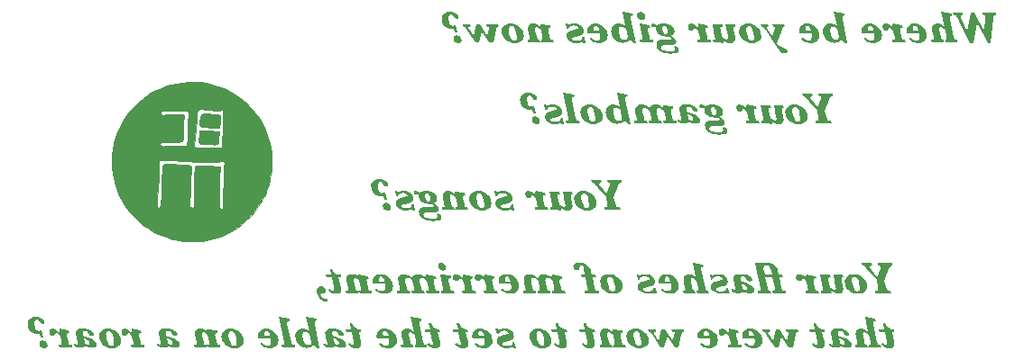
<source format=gbo>
%TF.GenerationSoftware,KiCad,Pcbnew,9.0.3*%
%TF.CreationDate,2025-07-31T22:21:15+01:00*%
%TF.ProjectId,Yorick,596f7269-636b-42e6-9b69-6361645f7063,1.2*%
%TF.SameCoordinates,Original*%
%TF.FileFunction,Legend,Bot*%
%TF.FilePolarity,Positive*%
%FSLAX46Y46*%
G04 Gerber Fmt 4.6, Leading zero omitted, Abs format (unit mm)*
G04 Created by KiCad (PCBNEW 9.0.3) date 2025-07-31 22:21:15*
%MOMM*%
%LPD*%
G01*
G04 APERTURE LIST*
%ADD10C,0.609600*%
%ADD11C,0.010000*%
G04 APERTURE END LIST*
D10*
G36*
X109939530Y-129642402D02*
G01*
X110336882Y-128580627D01*
X110435605Y-128357501D01*
X110499358Y-128269446D01*
X110579058Y-128224947D01*
X110701477Y-128208029D01*
X110653460Y-127976877D01*
X109267104Y-127976877D01*
X109315121Y-128208029D01*
X109459456Y-128225754D01*
X109535670Y-128268295D01*
X109569165Y-128330864D01*
X109568241Y-128407154D01*
X109529337Y-128541172D01*
X109234720Y-129307213D01*
X108672659Y-128599425D01*
X108599694Y-128489279D01*
X108564899Y-128393212D01*
X108564144Y-128313842D01*
X108595669Y-128259997D01*
X108664092Y-128223253D01*
X108790841Y-128208029D01*
X108742823Y-127976877D01*
X107799044Y-127976877D01*
X107847061Y-128208029D01*
X107931928Y-128218502D01*
X108017168Y-128250804D01*
X108104828Y-128307972D01*
X108242349Y-128439539D01*
X108492874Y-128730449D01*
X109196009Y-129596619D01*
X109326288Y-130223261D01*
X109344079Y-130354008D01*
X109338628Y-130439161D01*
X109318099Y-130492753D01*
X109277758Y-130530054D01*
X109201053Y-130557348D01*
X109068149Y-130568687D01*
X109025343Y-130568687D01*
X109073360Y-130799840D01*
X110552959Y-130799840D01*
X110504942Y-130568687D01*
X110460461Y-130568687D01*
X110324998Y-130557843D01*
X110234957Y-130530241D01*
X110177383Y-130490706D01*
X110113659Y-130394625D01*
X110060318Y-130223261D01*
X109939530Y-129642402D01*
G37*
G36*
X107267515Y-129047476D02*
G01*
X107463341Y-129092847D01*
X107650225Y-129168330D01*
X107830125Y-129275388D01*
X107988323Y-129408948D01*
X108112413Y-129563417D01*
X108205144Y-129741253D01*
X108266932Y-129946511D01*
X108292276Y-130172553D01*
X108271231Y-130356055D01*
X108210456Y-130507196D01*
X108110411Y-130633454D01*
X107978972Y-130735119D01*
X107827051Y-130808942D01*
X107650735Y-130855069D01*
X107444871Y-130871307D01*
X107235910Y-130855554D01*
X107038290Y-130808931D01*
X106849546Y-130731281D01*
X106667663Y-130620985D01*
X106507074Y-130483692D01*
X106382011Y-130327577D01*
X106289397Y-130150476D01*
X106228436Y-129948745D01*
X106204757Y-129766245D01*
X106212278Y-129611958D01*
X106241385Y-129500735D01*
X106874884Y-129500735D01*
X106881159Y-129668531D01*
X106925616Y-129939253D01*
X106999248Y-130231123D01*
X107067915Y-130408773D01*
X107129968Y-130507084D01*
X107212808Y-130583404D01*
X107298044Y-130626148D01*
X107388665Y-130640155D01*
X107495648Y-130621193D01*
X107565149Y-130569556D01*
X107606789Y-130481214D01*
X107619117Y-130372674D01*
X107608792Y-130195530D01*
X107562867Y-129922689D01*
X107490221Y-129641238D01*
X107420947Y-129473316D01*
X107357212Y-129382961D01*
X107272820Y-129313962D01*
X107190124Y-129275649D01*
X107106517Y-129263290D01*
X107005318Y-129280111D01*
X106936477Y-129326157D01*
X106891557Y-129403806D01*
X106874884Y-129500735D01*
X106241385Y-129500735D01*
X106246728Y-129480317D01*
X106306423Y-129366731D01*
X106392402Y-129267943D01*
X106526895Y-129166843D01*
X106680471Y-129093647D01*
X106856725Y-129048101D01*
X107060361Y-129032138D01*
X107267515Y-129047476D01*
G37*
G36*
X104885444Y-130562359D02*
G01*
X105054801Y-130699483D01*
X105219517Y-130793512D01*
X105392382Y-130852110D01*
X105566618Y-130871307D01*
X105712759Y-130856373D01*
X105839237Y-130813367D01*
X105950197Y-130742703D01*
X106008940Y-130673442D01*
X106045519Y-130575879D01*
X106056352Y-130439616D01*
X106032273Y-130250806D01*
X105896783Y-129599038D01*
X105881629Y-129452239D01*
X105900877Y-129381100D01*
X105931906Y-129352366D01*
X105990042Y-129331481D01*
X106089782Y-129322846D01*
X106042695Y-129096533D01*
X105128136Y-129096533D01*
X105359660Y-130210047D01*
X105376537Y-130361134D01*
X105360033Y-130443247D01*
X105311394Y-130494802D01*
X105221564Y-130513970D01*
X105142721Y-130499229D01*
X105042710Y-130447714D01*
X104942713Y-130369995D01*
X104820119Y-130248759D01*
X104685001Y-129598294D01*
X104669758Y-129455134D01*
X104687420Y-129382961D01*
X104717812Y-129354068D01*
X104781085Y-129332188D01*
X104897356Y-129322846D01*
X104850269Y-129096533D01*
X103916354Y-129096533D01*
X104166117Y-130297893D01*
X104181926Y-130443132D01*
X104165001Y-130514528D01*
X104135136Y-130542778D01*
X104072191Y-130564300D01*
X103955624Y-130573526D01*
X104002710Y-130799840D01*
X104101908Y-130799840D01*
X104486084Y-130816531D01*
X104949653Y-130871307D01*
X104885444Y-130562359D01*
G37*
G36*
X102603884Y-129456103D02*
G01*
X102431953Y-129261565D01*
X102267206Y-129132825D01*
X102147920Y-129071891D01*
X102030127Y-129036641D01*
X101911916Y-129025065D01*
X101802423Y-129039134D01*
X101725365Y-129076973D01*
X101672016Y-129137106D01*
X101629109Y-129253411D01*
X101632933Y-129380727D01*
X101674496Y-129495531D01*
X101747578Y-129592338D01*
X101845900Y-129658112D01*
X101964028Y-129680183D01*
X102027844Y-129672717D01*
X102071601Y-129653011D01*
X102109883Y-129616652D01*
X102165588Y-129539854D01*
X102229888Y-129476111D01*
X102305917Y-129456103D01*
X102385192Y-129472257D01*
X102461248Y-129523446D01*
X102537442Y-129620627D01*
X102623238Y-129808334D01*
X102705688Y-130114199D01*
X102744028Y-130298265D01*
X102759634Y-130439790D01*
X102743655Y-130512481D01*
X102714837Y-130542197D01*
X102655932Y-130564215D01*
X102548981Y-130573526D01*
X102509897Y-130573526D01*
X102556984Y-130799840D01*
X103792030Y-130799840D01*
X103744944Y-130573526D01*
X103623238Y-130564796D01*
X103546610Y-130543182D01*
X103501135Y-130513412D01*
X103451325Y-130438271D01*
X103408079Y-130298265D01*
X103284872Y-129706239D01*
X103270010Y-129561556D01*
X103288780Y-129489976D01*
X103320061Y-129461838D01*
X103385835Y-129440246D01*
X103507463Y-129430978D01*
X103461307Y-129209131D01*
X102574851Y-129025065D01*
X102568666Y-129204857D01*
X102603884Y-129456103D01*
G37*
G36*
X100605589Y-130871307D02*
G01*
X100486662Y-130299568D01*
X100291988Y-130299568D01*
X100244024Y-130428887D01*
X100172438Y-130525509D01*
X100075999Y-130595520D01*
X99949056Y-130640432D01*
X99782411Y-130656905D01*
X99612810Y-130640423D01*
X99475510Y-130594371D01*
X99394943Y-130545664D01*
X99349635Y-130498789D01*
X99329411Y-130452553D01*
X99332685Y-130391013D01*
X99370542Y-130346096D01*
X99449108Y-130313455D01*
X99645431Y-130262531D01*
X99957748Y-130185041D01*
X100135653Y-130123691D01*
X100230666Y-130071027D01*
X100305692Y-130003957D01*
X100363269Y-129921386D01*
X100399784Y-129827850D01*
X100412718Y-129725026D01*
X100400678Y-129609460D01*
X100344429Y-129447982D01*
X100247406Y-129308352D01*
X100104386Y-129186798D01*
X99936118Y-129098937D01*
X99740910Y-129044278D01*
X99512733Y-129025065D01*
X99335166Y-129037283D01*
X99160229Y-129074004D01*
X98986405Y-129135989D01*
X98885904Y-129025065D01*
X98716913Y-129025065D01*
X98805503Y-129537249D01*
X98968166Y-129537249D01*
X99016984Y-129430737D01*
X99091657Y-129347679D01*
X99196107Y-129284838D01*
X99338455Y-129243146D01*
X99530041Y-129227556D01*
X99675797Y-129241106D01*
X99791344Y-129278551D01*
X99879972Y-129339951D01*
X99916226Y-129408644D01*
X99911271Y-129481178D01*
X99862439Y-129531293D01*
X99765154Y-129568296D01*
X99503799Y-129631236D01*
X99224147Y-129701667D01*
X99059175Y-129762259D01*
X98970228Y-129814770D01*
X98901702Y-129879354D01*
X98850915Y-129956933D01*
X98819829Y-130044119D01*
X98809603Y-130141829D01*
X98822067Y-130253412D01*
X98862834Y-130381125D01*
X98929474Y-130496652D01*
X99024153Y-130602157D01*
X99151115Y-130698594D01*
X99339251Y-130793783D01*
X99544851Y-130851508D01*
X99772174Y-130871307D01*
X99948094Y-130858690D01*
X100125781Y-130820342D01*
X100306877Y-130754800D01*
X100364395Y-130803772D01*
X100412962Y-130871307D01*
X100605589Y-130871307D01*
G37*
G36*
X97416924Y-129047476D02*
G01*
X97612750Y-129092847D01*
X97799634Y-129168330D01*
X97979533Y-129275388D01*
X98137732Y-129408948D01*
X98261821Y-129563417D01*
X98354552Y-129741253D01*
X98416341Y-129946511D01*
X98441685Y-130172553D01*
X98420639Y-130356055D01*
X98359865Y-130507196D01*
X98259820Y-130633454D01*
X98128380Y-130735119D01*
X97976460Y-130808942D01*
X97800143Y-130855069D01*
X97594279Y-130871307D01*
X97385319Y-130855554D01*
X97187699Y-130808931D01*
X96998954Y-130731281D01*
X96817071Y-130620985D01*
X96656482Y-130483692D01*
X96531420Y-130327577D01*
X96438805Y-130150476D01*
X96377845Y-129948745D01*
X96354166Y-129766245D01*
X96361687Y-129611958D01*
X96390793Y-129500735D01*
X97024292Y-129500735D01*
X97030568Y-129668531D01*
X97075024Y-129939253D01*
X97148657Y-130231123D01*
X97217324Y-130408773D01*
X97279376Y-130507084D01*
X97362217Y-130583404D01*
X97447453Y-130626148D01*
X97538073Y-130640155D01*
X97645057Y-130621193D01*
X97714557Y-130569556D01*
X97756198Y-130481214D01*
X97768525Y-130372674D01*
X97758201Y-130195530D01*
X97712275Y-129922689D01*
X97639629Y-129641238D01*
X97570356Y-129473316D01*
X97506620Y-129382961D01*
X97422229Y-129313962D01*
X97339533Y-129275649D01*
X97255926Y-129263290D01*
X97154727Y-129280111D01*
X97085886Y-129326157D01*
X97040965Y-129403806D01*
X97024292Y-129500735D01*
X96390793Y-129500735D01*
X96396136Y-129480317D01*
X96455831Y-129366731D01*
X96541810Y-129267943D01*
X96676303Y-129166843D01*
X96829880Y-129093647D01*
X97006134Y-129048101D01*
X97209770Y-129032138D01*
X97416924Y-129047476D01*
G37*
G36*
X95076542Y-129629933D02*
G01*
X95216685Y-130303848D01*
X95231545Y-130438842D01*
X95216499Y-130511364D01*
X95170599Y-130555803D01*
X95074681Y-130573526D01*
X95121768Y-130799840D01*
X96263571Y-130799840D01*
X96216485Y-130573526D01*
X96060845Y-130556289D01*
X95984402Y-130516575D01*
X95935730Y-130443930D01*
X95892090Y-130302359D01*
X95771674Y-129722989D01*
X95756185Y-129578295D01*
X95773536Y-129506912D01*
X95803585Y-129478625D01*
X95866503Y-129457117D01*
X95982540Y-129447914D01*
X95935826Y-129223276D01*
X94997816Y-129072524D01*
X94990605Y-129163174D01*
X95012147Y-129320427D01*
X94842714Y-129187450D01*
X94683844Y-129098394D01*
X94519658Y-129042874D01*
X94362054Y-129025065D01*
X94178939Y-129045377D01*
X94044779Y-129100243D01*
X93947208Y-129186053D01*
X93884026Y-129299784D01*
X93858237Y-129443007D01*
X93875927Y-129626955D01*
X94016070Y-130301429D01*
X94030329Y-130444555D01*
X94010487Y-130515459D01*
X93978750Y-130543587D01*
X93916050Y-130564651D01*
X93804646Y-130573526D01*
X93851732Y-130799840D01*
X94981997Y-130799840D01*
X94934538Y-130571293D01*
X94854444Y-130559727D01*
X94783972Y-130525509D01*
X94730564Y-130458695D01*
X94680680Y-130302732D01*
X94550773Y-129677950D01*
X94532499Y-129520765D01*
X94548353Y-129444936D01*
X94592939Y-129398903D01*
X94667280Y-129382403D01*
X94753245Y-129396458D01*
X94855812Y-129443820D01*
X94957073Y-129516533D01*
X95076542Y-129629933D01*
G37*
G36*
X91406071Y-129040871D02*
G01*
X91534042Y-129098116D01*
X91711618Y-129216204D01*
X91812567Y-129137516D01*
X91951704Y-129078108D01*
X92111920Y-129044576D01*
X92318719Y-129032138D01*
X92574782Y-129050409D01*
X92795985Y-129102368D01*
X92987981Y-129185309D01*
X93116654Y-129272817D01*
X93214128Y-129375256D01*
X93284303Y-129493998D01*
X93328568Y-129632166D01*
X93340316Y-129753002D01*
X93324974Y-129866566D01*
X93282598Y-129975917D01*
X93214799Y-130069334D01*
X93118918Y-130142091D01*
X92988540Y-130194786D01*
X93131419Y-130235876D01*
X93246082Y-130288718D01*
X93337130Y-130352052D01*
X93412605Y-130431551D01*
X93466830Y-130523444D01*
X93500909Y-130630104D01*
X93511033Y-130748525D01*
X93490832Y-130840552D01*
X93443756Y-130913871D01*
X93366535Y-130972739D01*
X93236873Y-131022345D01*
X93027257Y-131059070D01*
X92707137Y-131073798D01*
X92312625Y-131086513D01*
X92160523Y-131111765D01*
X92101949Y-131147586D01*
X92074229Y-131203529D01*
X92077144Y-131290247D01*
X92112989Y-131379169D01*
X92185743Y-131462633D01*
X92306436Y-131542431D01*
X92442744Y-131595981D01*
X92623575Y-131632062D01*
X92860122Y-131645537D01*
X93051831Y-131635258D01*
X93185000Y-131608907D01*
X93274223Y-131571836D01*
X93342375Y-131513851D01*
X93373847Y-131442751D01*
X93371374Y-131351292D01*
X93349971Y-131287083D01*
X93312004Y-131214685D01*
X93400749Y-131177383D01*
X93474481Y-131166296D01*
X93562141Y-131182710D01*
X93650172Y-131234972D01*
X93718769Y-131313350D01*
X93756815Y-131411965D01*
X93758909Y-131520633D01*
X93718376Y-131622003D01*
X93627466Y-131722402D01*
X93543527Y-131773394D01*
X93411762Y-131816715D01*
X93214793Y-131847801D01*
X92931961Y-131859939D01*
X92647346Y-131844935D01*
X92411203Y-131803288D01*
X92216040Y-131739058D01*
X92055369Y-131654843D01*
X91907609Y-131540739D01*
X91796701Y-131415155D01*
X91718036Y-131276881D01*
X91669371Y-131123304D01*
X91651149Y-130963803D01*
X91665475Y-130840210D01*
X91706371Y-130743545D01*
X91772849Y-130667327D01*
X91858790Y-130612684D01*
X91981857Y-130568284D01*
X92153210Y-130537568D01*
X92386092Y-130525881D01*
X92531074Y-130525881D01*
X92794424Y-130525881D01*
X92933813Y-130514827D01*
X93004126Y-130489696D01*
X93033766Y-130457498D01*
X93036929Y-130416074D01*
X93003820Y-130349292D01*
X92931589Y-130300126D01*
X92826769Y-130272531D01*
X92629528Y-130254528D01*
X92367603Y-130230758D01*
X92163331Y-130186999D01*
X92006231Y-130127647D01*
X91887309Y-130055573D01*
X91749770Y-129926458D01*
X91656925Y-129785269D01*
X91603487Y-129629002D01*
X91591203Y-129482180D01*
X92200342Y-129482180D01*
X92215426Y-129601830D01*
X92271276Y-129791095D01*
X92337889Y-129909661D01*
X92396871Y-129967837D01*
X92461563Y-130001061D01*
X92534610Y-130012209D01*
X92608506Y-130000351D01*
X92660460Y-129967675D01*
X92696156Y-129912825D01*
X92716353Y-129801146D01*
X92695970Y-129616161D01*
X92645814Y-129454386D01*
X92581697Y-129351508D01*
X92524963Y-129302319D01*
X92460235Y-129273268D01*
X92384789Y-129263290D01*
X92297093Y-129283414D01*
X92232176Y-129343319D01*
X92208152Y-129399576D01*
X92200342Y-129482180D01*
X91591203Y-129482180D01*
X91590527Y-129474100D01*
X91617259Y-129341085D01*
X91557836Y-129306747D01*
X91514338Y-129297349D01*
X91485147Y-129303562D01*
X91454596Y-129323963D01*
X91379525Y-129379933D01*
X91328598Y-129394314D01*
X91247933Y-129376313D01*
X91190616Y-129323608D01*
X91152535Y-129225137D01*
X91147696Y-129132871D01*
X91172190Y-129075000D01*
X91223568Y-129039153D01*
X91314267Y-129025065D01*
X91406071Y-129040871D01*
G37*
G36*
X91276114Y-130871307D02*
G01*
X91157187Y-130299568D01*
X90962513Y-130299568D01*
X90914550Y-130428887D01*
X90842963Y-130525509D01*
X90746524Y-130595520D01*
X90619581Y-130640432D01*
X90452936Y-130656905D01*
X90283335Y-130640423D01*
X90146035Y-130594371D01*
X90065468Y-130545664D01*
X90020160Y-130498789D01*
X89999936Y-130452553D01*
X90003210Y-130391013D01*
X90041067Y-130346096D01*
X90119633Y-130313455D01*
X90315956Y-130262531D01*
X90628273Y-130185041D01*
X90806178Y-130123691D01*
X90901191Y-130071027D01*
X90976217Y-130003957D01*
X91033794Y-129921386D01*
X91070309Y-129827850D01*
X91083243Y-129725026D01*
X91071203Y-129609460D01*
X91014954Y-129447982D01*
X90917931Y-129308352D01*
X90774911Y-129186798D01*
X90606643Y-129098937D01*
X90411435Y-129044278D01*
X90183258Y-129025065D01*
X90005691Y-129037283D01*
X89830754Y-129074004D01*
X89656930Y-129135989D01*
X89556429Y-129025065D01*
X89387438Y-129025065D01*
X89476028Y-129537249D01*
X89638691Y-129537249D01*
X89687509Y-129430737D01*
X89762182Y-129347679D01*
X89866632Y-129284838D01*
X90008980Y-129243146D01*
X90200566Y-129227556D01*
X90346322Y-129241106D01*
X90461869Y-129278551D01*
X90550497Y-129339951D01*
X90586751Y-129408644D01*
X90581796Y-129481178D01*
X90532964Y-129531293D01*
X90435679Y-129568296D01*
X90174324Y-129631236D01*
X89894672Y-129701667D01*
X89729700Y-129762259D01*
X89640753Y-129814770D01*
X89572227Y-129879354D01*
X89521440Y-129956933D01*
X89490354Y-130044119D01*
X89480128Y-130141829D01*
X89492592Y-130253412D01*
X89533359Y-130381125D01*
X89599999Y-130496652D01*
X89694678Y-130602157D01*
X89821640Y-130698594D01*
X90009776Y-130793783D01*
X90215376Y-130851508D01*
X90442699Y-130871307D01*
X90618619Y-130858690D01*
X90796306Y-130820342D01*
X90977402Y-130754800D01*
X91034920Y-130803772D01*
X91083487Y-130871307D01*
X91276114Y-130871307D01*
G37*
G36*
X88625864Y-129858852D02*
G01*
X88482185Y-129168000D01*
X88285835Y-129168000D01*
X88234683Y-129221269D01*
X88158534Y-129239468D01*
X88086183Y-129228016D01*
X88019520Y-129193268D01*
X87956043Y-129131336D01*
X87884052Y-129007831D01*
X87827625Y-128821458D01*
X87792291Y-128597323D01*
X87787795Y-128437168D01*
X87804919Y-128325653D01*
X87849985Y-128231756D01*
X87917136Y-128178983D01*
X88012807Y-128160384D01*
X88108545Y-128179797D01*
X88191328Y-128239126D01*
X88265177Y-128349289D01*
X88334258Y-128463466D01*
X88404917Y-128535457D01*
X88477909Y-128575271D01*
X88556071Y-128588258D01*
X88633275Y-128573763D01*
X88698262Y-128530377D01*
X88737503Y-128465709D01*
X88738648Y-128383720D01*
X88696586Y-128278488D01*
X88609322Y-128174353D01*
X88462643Y-128068817D01*
X88297676Y-127992582D01*
X88112568Y-127945564D01*
X87903187Y-127929232D01*
X87696546Y-127946144D01*
X87530098Y-127992982D01*
X87395938Y-128066174D01*
X87288269Y-128165409D01*
X87207609Y-128288219D01*
X87159629Y-128428104D01*
X87144610Y-128590016D01*
X87166738Y-128780327D01*
X87214987Y-128945216D01*
X87285509Y-129088871D01*
X87378263Y-129214270D01*
X87494669Y-129323405D01*
X87674037Y-129437679D01*
X87855509Y-129503578D01*
X88043144Y-129525337D01*
X88165093Y-129514442D01*
X88291046Y-129480856D01*
X88369586Y-129858852D01*
X88625864Y-129858852D01*
G37*
G36*
X88991390Y-130496103D02*
G01*
X88959581Y-130399596D01*
X88906182Y-130312070D01*
X88828913Y-130231822D01*
X88737262Y-130168985D01*
X88643862Y-130132844D01*
X88546394Y-130120899D01*
X88450559Y-130133710D01*
X88373200Y-130170172D01*
X88309844Y-130230892D01*
X88266906Y-130307780D01*
X88249112Y-130394701D01*
X88257546Y-130496103D01*
X88289996Y-130595337D01*
X88343645Y-130683539D01*
X88420395Y-130762617D01*
X88511660Y-130824110D01*
X88604893Y-130859569D01*
X88702356Y-130871307D01*
X88800923Y-130858131D01*
X88878710Y-130820955D01*
X88940767Y-130759453D01*
X88982516Y-130681393D01*
X88999629Y-130594930D01*
X88991390Y-130496103D01*
G37*
G36*
X129751530Y-121514402D02*
G01*
X130148882Y-120452627D01*
X130247605Y-120229501D01*
X130311358Y-120141446D01*
X130391058Y-120096947D01*
X130513477Y-120080029D01*
X130465460Y-119848877D01*
X129079104Y-119848877D01*
X129127121Y-120080029D01*
X129271456Y-120097754D01*
X129347670Y-120140295D01*
X129381165Y-120202864D01*
X129380241Y-120279154D01*
X129341337Y-120413172D01*
X129046720Y-121179213D01*
X128484659Y-120471425D01*
X128411694Y-120361279D01*
X128376899Y-120265212D01*
X128376144Y-120185842D01*
X128407669Y-120131997D01*
X128476092Y-120095253D01*
X128602841Y-120080029D01*
X128554823Y-119848877D01*
X127611044Y-119848877D01*
X127659061Y-120080029D01*
X127743928Y-120090502D01*
X127829168Y-120122804D01*
X127916828Y-120179972D01*
X128054349Y-120311539D01*
X128304874Y-120602449D01*
X129008009Y-121468619D01*
X129138288Y-122095261D01*
X129156079Y-122226008D01*
X129150628Y-122311161D01*
X129130099Y-122364753D01*
X129089758Y-122402054D01*
X129013053Y-122429348D01*
X128880149Y-122440687D01*
X128837343Y-122440687D01*
X128885360Y-122671840D01*
X130364959Y-122671840D01*
X130316942Y-122440687D01*
X130272461Y-122440687D01*
X130136998Y-122429843D01*
X130046957Y-122402241D01*
X129989383Y-122362706D01*
X129925659Y-122266625D01*
X129872318Y-122095261D01*
X129751530Y-121514402D01*
G37*
G36*
X127079515Y-120919476D02*
G01*
X127275341Y-120964847D01*
X127462225Y-121040330D01*
X127642125Y-121147388D01*
X127800323Y-121280948D01*
X127924413Y-121435417D01*
X128017144Y-121613253D01*
X128078932Y-121818511D01*
X128104276Y-122044553D01*
X128083231Y-122228055D01*
X128022456Y-122379196D01*
X127922411Y-122505454D01*
X127790972Y-122607119D01*
X127639051Y-122680942D01*
X127462735Y-122727069D01*
X127256871Y-122743307D01*
X127047910Y-122727554D01*
X126850290Y-122680931D01*
X126661546Y-122603281D01*
X126479663Y-122492985D01*
X126319074Y-122355692D01*
X126194011Y-122199577D01*
X126101397Y-122022476D01*
X126040436Y-121820745D01*
X126016757Y-121638245D01*
X126024278Y-121483958D01*
X126053385Y-121372735D01*
X126686884Y-121372735D01*
X126693159Y-121540531D01*
X126737616Y-121811253D01*
X126811248Y-122103123D01*
X126879915Y-122280773D01*
X126941968Y-122379084D01*
X127024808Y-122455404D01*
X127110044Y-122498148D01*
X127200665Y-122512155D01*
X127307648Y-122493193D01*
X127377149Y-122441556D01*
X127418789Y-122353214D01*
X127431117Y-122244674D01*
X127420792Y-122067530D01*
X127374867Y-121794689D01*
X127302221Y-121513238D01*
X127232947Y-121345316D01*
X127169212Y-121254961D01*
X127084820Y-121185962D01*
X127002124Y-121147649D01*
X126918517Y-121135290D01*
X126817318Y-121152111D01*
X126748477Y-121198157D01*
X126703557Y-121275806D01*
X126686884Y-121372735D01*
X126053385Y-121372735D01*
X126058728Y-121352317D01*
X126118423Y-121238731D01*
X126204402Y-121139943D01*
X126338895Y-121038843D01*
X126492471Y-120965647D01*
X126668725Y-120920101D01*
X126872361Y-120904138D01*
X127079515Y-120919476D01*
G37*
G36*
X124697444Y-122434359D02*
G01*
X124866801Y-122571483D01*
X125031517Y-122665512D01*
X125204382Y-122724110D01*
X125378618Y-122743307D01*
X125524759Y-122728373D01*
X125651237Y-122685367D01*
X125762197Y-122614703D01*
X125820940Y-122545442D01*
X125857519Y-122447879D01*
X125868352Y-122311616D01*
X125844273Y-122122806D01*
X125708783Y-121471038D01*
X125693629Y-121324239D01*
X125712877Y-121253100D01*
X125743906Y-121224366D01*
X125802042Y-121203481D01*
X125901782Y-121194846D01*
X125854695Y-120968533D01*
X124940136Y-120968533D01*
X125171660Y-122082047D01*
X125188537Y-122233134D01*
X125172033Y-122315247D01*
X125123394Y-122366802D01*
X125033564Y-122385970D01*
X124954721Y-122371229D01*
X124854710Y-122319714D01*
X124754713Y-122241995D01*
X124632119Y-122120759D01*
X124497001Y-121470294D01*
X124481758Y-121327134D01*
X124499420Y-121254961D01*
X124529812Y-121226068D01*
X124593085Y-121204188D01*
X124709356Y-121194846D01*
X124662269Y-120968533D01*
X123728354Y-120968533D01*
X123978117Y-122169893D01*
X123993926Y-122315132D01*
X123977001Y-122386528D01*
X123947136Y-122414778D01*
X123884191Y-122436300D01*
X123767624Y-122445526D01*
X123814710Y-122671840D01*
X123913908Y-122671840D01*
X124298084Y-122688531D01*
X124761653Y-122743307D01*
X124697444Y-122434359D01*
G37*
G36*
X122415884Y-121328103D02*
G01*
X122243953Y-121133565D01*
X122079206Y-121004825D01*
X121959920Y-120943891D01*
X121842127Y-120908641D01*
X121723916Y-120897065D01*
X121614423Y-120911134D01*
X121537365Y-120948973D01*
X121484016Y-121009106D01*
X121441109Y-121125411D01*
X121444933Y-121252727D01*
X121486496Y-121367531D01*
X121559578Y-121464338D01*
X121657900Y-121530112D01*
X121776028Y-121552183D01*
X121839844Y-121544717D01*
X121883601Y-121525011D01*
X121921883Y-121488652D01*
X121977588Y-121411854D01*
X122041888Y-121348111D01*
X122117917Y-121328103D01*
X122197192Y-121344257D01*
X122273248Y-121395446D01*
X122349442Y-121492627D01*
X122435238Y-121680334D01*
X122517688Y-121986199D01*
X122556028Y-122170265D01*
X122571634Y-122311790D01*
X122555655Y-122384481D01*
X122526837Y-122414197D01*
X122467932Y-122436215D01*
X122360981Y-122445526D01*
X122321897Y-122445526D01*
X122368984Y-122671840D01*
X123604030Y-122671840D01*
X123556944Y-122445526D01*
X123435238Y-122436796D01*
X123358610Y-122415182D01*
X123313135Y-122385412D01*
X123263325Y-122310271D01*
X123220079Y-122170265D01*
X123096872Y-121578239D01*
X123082010Y-121433556D01*
X123100780Y-121361976D01*
X123132061Y-121333838D01*
X123197835Y-121312246D01*
X123319463Y-121302978D01*
X123273307Y-121081131D01*
X122386851Y-120897065D01*
X122380666Y-121076857D01*
X122415884Y-121328103D01*
G37*
G36*
X118236767Y-120912871D02*
G01*
X118364737Y-120970116D01*
X118542314Y-121088204D01*
X118643262Y-121009516D01*
X118782399Y-120950108D01*
X118942616Y-120916576D01*
X119149414Y-120904138D01*
X119405477Y-120922409D01*
X119626680Y-120974368D01*
X119818677Y-121057309D01*
X119947349Y-121144817D01*
X120044823Y-121247256D01*
X120114999Y-121365998D01*
X120159264Y-121504166D01*
X120171011Y-121625002D01*
X120155669Y-121738566D01*
X120113294Y-121847917D01*
X120045494Y-121941334D01*
X119949613Y-122014091D01*
X119819235Y-122066786D01*
X119962114Y-122107876D01*
X120076777Y-122160718D01*
X120167825Y-122224052D01*
X120243300Y-122303551D01*
X120297525Y-122395444D01*
X120331604Y-122502104D01*
X120341728Y-122620525D01*
X120321527Y-122712552D01*
X120274451Y-122785871D01*
X120197231Y-122844739D01*
X120067568Y-122894345D01*
X119857953Y-122931070D01*
X119537832Y-122945798D01*
X119143320Y-122958513D01*
X118991218Y-122983765D01*
X118932644Y-123019586D01*
X118904924Y-123075529D01*
X118907840Y-123162247D01*
X118943684Y-123251169D01*
X119016438Y-123334633D01*
X119137131Y-123414431D01*
X119273439Y-123467981D01*
X119454270Y-123504062D01*
X119690817Y-123517537D01*
X119882526Y-123507258D01*
X120015696Y-123480907D01*
X120104919Y-123443836D01*
X120173070Y-123385851D01*
X120204542Y-123314751D01*
X120202070Y-123223292D01*
X120180667Y-123159083D01*
X120142700Y-123086685D01*
X120231444Y-123049383D01*
X120305176Y-123038296D01*
X120392836Y-123054710D01*
X120480867Y-123106972D01*
X120549464Y-123185350D01*
X120587510Y-123283965D01*
X120589604Y-123392633D01*
X120549071Y-123494003D01*
X120458161Y-123594402D01*
X120374222Y-123645394D01*
X120242457Y-123688715D01*
X120045488Y-123719801D01*
X119762657Y-123731939D01*
X119478041Y-123716935D01*
X119241899Y-123675288D01*
X119046735Y-123611058D01*
X118886064Y-123526843D01*
X118738304Y-123412739D01*
X118627396Y-123287155D01*
X118548731Y-123148881D01*
X118500066Y-122995304D01*
X118481844Y-122835803D01*
X118496170Y-122712210D01*
X118537066Y-122615545D01*
X118603545Y-122539327D01*
X118689485Y-122484684D01*
X118812553Y-122440284D01*
X118983905Y-122409568D01*
X119216787Y-122397881D01*
X119361769Y-122397881D01*
X119625119Y-122397881D01*
X119764508Y-122386827D01*
X119834822Y-122361696D01*
X119864461Y-122329498D01*
X119867625Y-122288074D01*
X119834516Y-122221292D01*
X119762285Y-122172126D01*
X119657464Y-122144531D01*
X119460223Y-122126528D01*
X119198298Y-122102758D01*
X118994026Y-122058999D01*
X118836926Y-121999647D01*
X118718004Y-121927573D01*
X118580466Y-121798458D01*
X118487621Y-121657269D01*
X118434182Y-121501002D01*
X118421899Y-121354180D01*
X119031037Y-121354180D01*
X119046122Y-121473830D01*
X119101971Y-121663095D01*
X119168584Y-121781661D01*
X119227566Y-121839837D01*
X119292258Y-121873061D01*
X119365305Y-121884209D01*
X119439201Y-121872351D01*
X119491156Y-121839675D01*
X119526852Y-121784825D01*
X119547048Y-121673146D01*
X119526665Y-121488161D01*
X119476510Y-121326386D01*
X119412392Y-121223508D01*
X119355659Y-121174319D01*
X119290930Y-121145268D01*
X119215484Y-121135290D01*
X119127788Y-121155414D01*
X119062872Y-121215319D01*
X119038847Y-121271576D01*
X119031037Y-121354180D01*
X118421899Y-121354180D01*
X118421223Y-121346100D01*
X118447954Y-121213085D01*
X118388531Y-121178747D01*
X118345034Y-121169349D01*
X118315842Y-121175562D01*
X118285291Y-121195963D01*
X118210220Y-121251933D01*
X118159293Y-121266314D01*
X118078628Y-121248313D01*
X118021312Y-121195608D01*
X117983230Y-121097137D01*
X117978392Y-121004871D01*
X118002885Y-120947000D01*
X118054264Y-120911153D01*
X118144962Y-120897065D01*
X118236767Y-120912871D01*
G37*
G36*
X117063661Y-120913745D02*
G01*
X117294881Y-120960117D01*
X117486122Y-121031997D01*
X117622489Y-121110968D01*
X117715606Y-121191526D01*
X117774687Y-121273875D01*
X117805864Y-121359743D01*
X117805399Y-121439861D01*
X117768642Y-121508261D01*
X117701821Y-121554173D01*
X117597045Y-121571353D01*
X117478360Y-121555256D01*
X117395113Y-121511797D01*
X117330980Y-121439060D01*
X117273395Y-121320473D01*
X117228813Y-121238081D01*
X117163330Y-121179569D01*
X117072619Y-121142111D01*
X116948069Y-121128218D01*
X116848615Y-121140766D01*
X116774053Y-121175304D01*
X116743162Y-121212901D01*
X116729285Y-121278183D01*
X116740553Y-121387287D01*
X116772751Y-121542133D01*
X117213468Y-121696583D01*
X117511893Y-121824420D01*
X117702199Y-121929248D01*
X117866279Y-122059795D01*
X117968153Y-122192705D01*
X118020266Y-122330880D01*
X118028041Y-122434886D01*
X118007264Y-122522687D01*
X117958849Y-122599442D01*
X117887685Y-122655548D01*
X117782204Y-122693162D01*
X117629615Y-122707573D01*
X117453777Y-122693841D01*
X117278792Y-122652298D01*
X117108018Y-122584422D01*
X116933180Y-122486657D01*
X116878575Y-122577091D01*
X116791277Y-122644684D01*
X116661593Y-122690143D01*
X116473853Y-122707573D01*
X116339319Y-122696114D01*
X116215095Y-122662435D01*
X116099021Y-122606514D01*
X116001236Y-122527621D01*
X115930711Y-122424782D01*
X115886108Y-122292727D01*
X116047654Y-122292727D01*
X116087614Y-122361824D01*
X116132820Y-122398090D01*
X116185378Y-122409792D01*
X116235113Y-122393471D01*
X116259469Y-122342826D01*
X116251820Y-122230565D01*
X116157414Y-121776264D01*
X116821512Y-121776264D01*
X116923130Y-122265555D01*
X117001748Y-122327752D01*
X117074626Y-122370150D01*
X117149674Y-122396926D01*
X117222028Y-122405512D01*
X117294761Y-122389072D01*
X117342629Y-122341861D01*
X117366413Y-122275100D01*
X117363473Y-122198554D01*
X117323143Y-122099722D01*
X117235242Y-121995877D01*
X117099897Y-121903347D01*
X116821512Y-121776264D01*
X116157414Y-121776264D01*
X116087296Y-121438841D01*
X116066606Y-121295916D01*
X116069429Y-121201360D01*
X116098257Y-121118457D01*
X116163789Y-121034603D01*
X116257764Y-120970125D01*
X116397175Y-120926285D01*
X116559853Y-120905181D01*
X116784662Y-120897065D01*
X117063661Y-120913745D01*
G37*
G36*
X114636731Y-121523708D02*
G01*
X114772221Y-122174732D01*
X114786557Y-122317212D01*
X114767196Y-122387645D01*
X114736151Y-122415955D01*
X114676429Y-122436820D01*
X114572150Y-122445526D01*
X114619237Y-122671840D01*
X115842558Y-122671840D01*
X115795471Y-122445526D01*
X115742987Y-122445526D01*
X115628055Y-122436724D01*
X115555649Y-122414868D01*
X115512579Y-122384481D01*
X115465554Y-122309743D01*
X115424548Y-122174732D01*
X115304133Y-121595920D01*
X115289384Y-121451624D01*
X115308413Y-121380215D01*
X115339880Y-121352040D01*
X115405628Y-121330463D01*
X115526724Y-121321217D01*
X115480196Y-121097137D01*
X114550933Y-120945083D01*
X114547920Y-121046833D01*
X114572894Y-121216063D01*
X114391912Y-121074047D01*
X114206066Y-120976350D01*
X114007737Y-120916972D01*
X113798850Y-120897065D01*
X113645182Y-120908697D01*
X113525703Y-120940321D01*
X113433324Y-120988633D01*
X113358256Y-121058274D01*
X113304708Y-121148766D01*
X113272523Y-121265197D01*
X113095679Y-121100763D01*
X112913138Y-120988633D01*
X112714425Y-120920135D01*
X112500339Y-120897065D01*
X112326843Y-120914700D01*
X112183947Y-120964438D01*
X112065384Y-121043039D01*
X111992623Y-121132498D01*
X111948567Y-121234913D01*
X111931578Y-121334059D01*
X111936602Y-121445134D01*
X111966567Y-121625512D01*
X112080468Y-122173429D01*
X112094677Y-122321261D01*
X112072838Y-122390437D01*
X112038710Y-122416342D01*
X111966864Y-122436726D01*
X111834055Y-122445526D01*
X111881141Y-122671840D01*
X113092923Y-122671840D01*
X113045837Y-122445526D01*
X112906861Y-122427863D01*
X112833854Y-122385412D01*
X112786436Y-122310919D01*
X112744706Y-122173801D01*
X112620941Y-121578984D01*
X112605555Y-121416225D01*
X112629688Y-121317681D01*
X112666901Y-121270767D01*
X112722141Y-121241487D01*
X112802215Y-121230580D01*
X112919655Y-121248155D01*
X113042673Y-121303909D01*
X113158960Y-121391260D01*
X113285178Y-121523708D01*
X113420669Y-122174732D01*
X113434842Y-122315575D01*
X113415643Y-122386714D01*
X113384598Y-122415524D01*
X113324877Y-122436698D01*
X113220597Y-122445526D01*
X113267684Y-122671840D01*
X114432751Y-122671840D01*
X114385665Y-122445526D01*
X114249337Y-122428593D01*
X114175915Y-122387645D01*
X114127648Y-122314762D01*
X114085092Y-122176407D01*
X113962257Y-121586242D01*
X113947165Y-121425637D01*
X113971377Y-121328476D01*
X114008472Y-121282197D01*
X114063478Y-121253271D01*
X114143159Y-121242491D01*
X114253508Y-121258987D01*
X114377476Y-121312842D01*
X114498527Y-121396320D01*
X114636731Y-121523708D01*
G37*
G36*
X111173912Y-119937839D02*
G01*
X111219882Y-120158569D01*
X111098043Y-120167896D01*
X111032241Y-120189619D01*
X111001013Y-120217939D01*
X110982576Y-120289928D01*
X110997849Y-120435691D01*
X111471693Y-122715204D01*
X111301399Y-122715204D01*
X110875945Y-122413142D01*
X110744311Y-122548032D01*
X110598822Y-122642434D01*
X110435442Y-122699720D01*
X110248930Y-122719484D01*
X110074867Y-122704091D01*
X109907989Y-122658095D01*
X109745807Y-122580345D01*
X109586367Y-122467860D01*
X109449035Y-122332721D01*
X109338642Y-122177505D01*
X109253864Y-121999724D01*
X109194972Y-121795805D01*
X109170261Y-121592933D01*
X109180638Y-121453415D01*
X109865232Y-121453415D01*
X109865922Y-121603184D01*
X109897735Y-121813114D01*
X109951638Y-122017607D01*
X110013713Y-122169201D01*
X110081614Y-122278583D01*
X110169988Y-122366641D01*
X110266688Y-122416808D01*
X110375673Y-122433615D01*
X110473926Y-122418751D01*
X110560297Y-122374617D01*
X110633223Y-122303992D01*
X110699882Y-122197810D01*
X110534055Y-121399571D01*
X110422652Y-121306869D01*
X110319467Y-121245469D01*
X110212517Y-121207116D01*
X110109903Y-121194846D01*
X110007290Y-121212800D01*
X109935318Y-121262844D01*
X109886382Y-121348948D01*
X109865232Y-121453415D01*
X109180638Y-121453415D01*
X109183038Y-121421143D01*
X109228611Y-121273827D01*
X109305895Y-121145712D01*
X109411923Y-121037709D01*
X109535654Y-120961043D01*
X109680601Y-120913705D01*
X109852137Y-120897065D01*
X110005557Y-120910298D01*
X110162201Y-120950852D01*
X110315215Y-121016682D01*
X110474313Y-121112398D01*
X110200168Y-119794160D01*
X111173912Y-119937839D01*
G37*
G36*
X107851804Y-120919476D02*
G01*
X108047630Y-120964847D01*
X108234514Y-121040330D01*
X108414414Y-121147388D01*
X108572612Y-121280948D01*
X108696702Y-121435417D01*
X108789432Y-121613253D01*
X108851221Y-121818511D01*
X108876565Y-122044553D01*
X108855519Y-122228055D01*
X108794745Y-122379196D01*
X108694700Y-122505454D01*
X108563260Y-122607119D01*
X108411340Y-122680942D01*
X108235023Y-122727069D01*
X108029160Y-122743307D01*
X107820199Y-122727554D01*
X107622579Y-122680931D01*
X107433834Y-122603281D01*
X107251951Y-122492985D01*
X107091363Y-122355692D01*
X106966300Y-122199577D01*
X106873686Y-122022476D01*
X106812725Y-121820745D01*
X106789046Y-121638245D01*
X106796567Y-121483958D01*
X106825674Y-121372735D01*
X107459172Y-121372735D01*
X107465448Y-121540531D01*
X107509904Y-121811253D01*
X107583537Y-122103123D01*
X107652204Y-122280773D01*
X107714256Y-122379084D01*
X107797097Y-122455404D01*
X107882333Y-122498148D01*
X107972953Y-122512155D01*
X108079937Y-122493193D01*
X108149437Y-122441556D01*
X108191078Y-122353214D01*
X108203406Y-122244674D01*
X108193081Y-122067530D01*
X108147155Y-121794689D01*
X108074510Y-121513238D01*
X108005236Y-121345316D01*
X107941500Y-121254961D01*
X107857109Y-121185962D01*
X107774413Y-121147649D01*
X107690806Y-121135290D01*
X107589607Y-121152111D01*
X107520766Y-121198157D01*
X107475845Y-121275806D01*
X107459172Y-121372735D01*
X106825674Y-121372735D01*
X106831017Y-121352317D01*
X106890711Y-121238731D01*
X106976690Y-121139943D01*
X107111184Y-121038843D01*
X107264760Y-120965647D01*
X107441014Y-120920101D01*
X107644650Y-120904138D01*
X107851804Y-120919476D01*
G37*
G36*
X105191680Y-119795648D02*
G01*
X105685066Y-122168776D01*
X105699991Y-122315862D01*
X105680227Y-122387273D01*
X105647784Y-122414863D01*
X105579034Y-122436289D01*
X105451308Y-122445526D01*
X105498394Y-122671840D01*
X106744980Y-122671840D01*
X106697893Y-122445526D01*
X106549777Y-122433893D01*
X106464321Y-122406070D01*
X106425090Y-122371066D01*
X106386095Y-122298691D01*
X106349117Y-122168962D01*
X105990663Y-120444997D01*
X105975597Y-120294993D01*
X105996061Y-120225756D01*
X106028868Y-120199652D01*
X106097764Y-120179264D01*
X106224980Y-120170480D01*
X106178638Y-119947703D01*
X105191680Y-119795648D01*
G37*
G36*
X105266497Y-122743307D02*
G01*
X105147571Y-122171568D01*
X104952897Y-122171568D01*
X104904933Y-122300887D01*
X104833347Y-122397509D01*
X104736908Y-122467520D01*
X104609965Y-122512432D01*
X104443319Y-122528905D01*
X104273719Y-122512423D01*
X104136419Y-122466371D01*
X104055852Y-122417664D01*
X104010544Y-122370789D01*
X103990320Y-122324553D01*
X103993594Y-122263013D01*
X104031451Y-122218096D01*
X104110017Y-122185455D01*
X104306340Y-122134531D01*
X104618656Y-122057041D01*
X104796562Y-121995691D01*
X104891575Y-121943027D01*
X104966600Y-121875957D01*
X105024178Y-121793386D01*
X105060693Y-121699850D01*
X105073627Y-121597026D01*
X105061587Y-121481460D01*
X105005338Y-121319982D01*
X104908315Y-121180352D01*
X104765295Y-121058798D01*
X104597027Y-120970937D01*
X104401818Y-120916278D01*
X104173642Y-120897065D01*
X103996075Y-120909283D01*
X103821138Y-120946004D01*
X103647314Y-121007989D01*
X103546813Y-120897065D01*
X103377822Y-120897065D01*
X103466412Y-121409249D01*
X103629075Y-121409249D01*
X103677892Y-121302737D01*
X103752566Y-121219679D01*
X103857016Y-121156838D01*
X103999364Y-121115146D01*
X104190950Y-121099556D01*
X104336706Y-121113106D01*
X104452253Y-121150551D01*
X104540881Y-121211951D01*
X104577135Y-121280644D01*
X104572180Y-121353178D01*
X104523348Y-121403293D01*
X104426062Y-121440296D01*
X104164708Y-121503236D01*
X103885056Y-121573667D01*
X103720084Y-121634259D01*
X103631137Y-121686770D01*
X103562611Y-121751354D01*
X103511824Y-121828933D01*
X103480738Y-121916119D01*
X103470512Y-122013829D01*
X103482976Y-122125412D01*
X103523743Y-122253125D01*
X103590383Y-122368652D01*
X103685062Y-122474157D01*
X103812024Y-122570594D01*
X104000160Y-122665783D01*
X104205760Y-122723508D01*
X104433083Y-122743307D01*
X104609003Y-122730690D01*
X104786690Y-122692342D01*
X104967786Y-122626800D01*
X105025304Y-122675772D01*
X105073870Y-122743307D01*
X105266497Y-122743307D01*
G37*
G36*
X102616248Y-121730852D02*
G01*
X102472568Y-121040000D01*
X102276219Y-121040000D01*
X102225067Y-121093269D01*
X102148918Y-121111468D01*
X102076566Y-121100016D01*
X102009904Y-121065268D01*
X101946427Y-121003336D01*
X101874436Y-120879831D01*
X101818009Y-120693458D01*
X101782675Y-120469323D01*
X101778179Y-120309168D01*
X101795303Y-120197653D01*
X101840369Y-120103756D01*
X101907520Y-120050983D01*
X102003191Y-120032384D01*
X102098929Y-120051797D01*
X102181712Y-120111126D01*
X102255561Y-120221289D01*
X102324641Y-120335466D01*
X102395300Y-120407457D01*
X102468293Y-120447271D01*
X102546455Y-120460258D01*
X102623659Y-120445763D01*
X102688646Y-120402377D01*
X102727886Y-120337709D01*
X102729032Y-120255720D01*
X102686970Y-120150488D01*
X102599706Y-120046353D01*
X102453027Y-119940817D01*
X102288060Y-119864582D01*
X102102952Y-119817564D01*
X101893571Y-119801232D01*
X101686929Y-119818144D01*
X101520482Y-119864982D01*
X101386322Y-119938174D01*
X101278653Y-120037409D01*
X101197993Y-120160219D01*
X101150013Y-120300104D01*
X101134994Y-120462016D01*
X101157121Y-120652327D01*
X101205370Y-120817216D01*
X101275893Y-120960871D01*
X101368647Y-121086270D01*
X101485053Y-121195405D01*
X101664421Y-121309679D01*
X101845893Y-121375578D01*
X102033528Y-121397337D01*
X102155476Y-121386442D01*
X102281430Y-121352856D01*
X102359970Y-121730852D01*
X102616248Y-121730852D01*
G37*
G36*
X102981774Y-122368103D02*
G01*
X102949965Y-122271596D01*
X102896565Y-122184070D01*
X102819297Y-122103822D01*
X102727646Y-122040985D01*
X102634246Y-122004844D01*
X102536777Y-121992899D01*
X102440943Y-122005710D01*
X102363583Y-122042172D01*
X102300228Y-122102892D01*
X102257290Y-122179780D01*
X102239496Y-122266701D01*
X102247930Y-122368103D01*
X102280380Y-122467337D01*
X102334029Y-122555539D01*
X102410779Y-122634617D01*
X102502044Y-122696110D01*
X102595276Y-122731569D01*
X102692740Y-122743307D01*
X102791307Y-122730131D01*
X102869093Y-122692955D01*
X102931151Y-122631453D01*
X102972899Y-122553393D01*
X102990013Y-122466930D01*
X102981774Y-122368103D01*
G37*
G36*
X145325603Y-115105440D02*
G01*
X145532375Y-112869478D01*
X145573742Y-112601289D01*
X145614078Y-112512513D01*
X145682549Y-112471913D01*
X145810614Y-112455190D01*
X145762597Y-112224038D01*
X144504472Y-112224038D01*
X144552490Y-112455190D01*
X144692696Y-112474542D01*
X144770819Y-112522635D01*
X144808023Y-112596822D01*
X144818062Y-112681486D01*
X144815281Y-112788333D01*
X144690027Y-114047760D01*
X143728195Y-112224038D01*
X143412361Y-112224038D01*
X143092805Y-114047760D01*
X142544516Y-112902792D01*
X142490824Y-112776125D01*
X142467465Y-112698626D01*
X142462910Y-112588481D01*
X142495635Y-112517961D01*
X142564691Y-112473096D01*
X142688195Y-112455190D01*
X142640178Y-112224038D01*
X141754838Y-112224038D01*
X141802855Y-112455190D01*
X141921887Y-112476628D01*
X142037544Y-112543780D01*
X142103046Y-112615369D01*
X142206271Y-112776259D01*
X142362683Y-113077552D01*
X143339033Y-115105440D01*
X143656914Y-115105440D01*
X143984473Y-113210995D01*
X144997486Y-115105440D01*
X145325603Y-115105440D01*
G37*
G36*
X141024903Y-113901103D02*
G01*
X141160207Y-114551940D01*
X141175590Y-114688783D01*
X141161138Y-114762434D01*
X141115569Y-114807517D01*
X141018947Y-114825526D01*
X141066034Y-115051840D01*
X142196112Y-115051840D01*
X142149026Y-114825526D01*
X142033235Y-114816858D01*
X141959603Y-114795269D01*
X141915268Y-114765225D01*
X141866709Y-114690033D01*
X141823700Y-114549148D01*
X141468224Y-112838769D01*
X141453095Y-112695122D01*
X141471016Y-112622692D01*
X141501462Y-112593610D01*
X141564148Y-112571709D01*
X141678532Y-112562391D01*
X141632748Y-112341661D01*
X140666449Y-112177137D01*
X140958460Y-113581919D01*
X140790043Y-113444816D01*
X140628110Y-113352627D01*
X140458301Y-113295650D01*
X140289012Y-113277065D01*
X140151838Y-113288560D01*
X140040979Y-113320462D01*
X139951217Y-113370494D01*
X139875502Y-113439435D01*
X139826458Y-113514207D01*
X139800465Y-113596622D01*
X139794847Y-113741807D01*
X139827638Y-113970337D01*
X139948053Y-114549334D01*
X139962717Y-114696052D01*
X139942655Y-114767459D01*
X139910535Y-114795658D01*
X139847851Y-114816694D01*
X139737373Y-114825526D01*
X139784459Y-115051840D01*
X140914538Y-115051840D01*
X140867451Y-114825526D01*
X140791244Y-114810035D01*
X140719305Y-114775834D01*
X140682300Y-114739721D01*
X140646047Y-114670061D01*
X140612290Y-114550451D01*
X140477358Y-113901103D01*
X140466173Y-113770162D01*
X140488960Y-113693447D01*
X140536811Y-113650318D01*
X140617315Y-113634403D01*
X140698213Y-113649200D01*
X140800078Y-113700659D01*
X140901548Y-113778657D01*
X141024903Y-113901103D01*
G37*
G36*
X138341271Y-113292249D02*
G01*
X138523232Y-113337391D01*
X138698621Y-113413035D01*
X138869342Y-113521246D01*
X139017961Y-113654106D01*
X139136022Y-113808324D01*
X139225521Y-113986524D01*
X139286421Y-114192742D01*
X139310860Y-114407711D01*
X139292069Y-114587489D01*
X139235335Y-114740216D01*
X139140880Y-114872054D01*
X139015897Y-114980079D01*
X138870930Y-115057870D01*
X138702051Y-115106274D01*
X138503815Y-115123307D01*
X138331192Y-115110885D01*
X138164316Y-115073817D01*
X138001496Y-115011639D01*
X137847785Y-114928190D01*
X137718203Y-114833748D01*
X137610101Y-114728375D01*
X137775183Y-114612054D01*
X137911230Y-114729203D01*
X138036606Y-114805328D01*
X138153813Y-114847734D01*
X138265777Y-114861260D01*
X138404681Y-114840504D01*
X138501433Y-114784009D01*
X138567280Y-114691152D01*
X138600021Y-114574695D01*
X138605739Y-114410495D01*
X138573794Y-114182319D01*
X137443529Y-114182319D01*
X137414051Y-113948840D01*
X137426832Y-113768112D01*
X138002032Y-113768112D01*
X138028111Y-113967917D01*
X138531174Y-113967917D01*
X138468938Y-113754860D01*
X138396242Y-113622677D01*
X138331853Y-113557515D01*
X138261775Y-113520558D01*
X138183143Y-113508218D01*
X138103414Y-113523447D01*
X138048812Y-113566244D01*
X138013488Y-113642245D01*
X138002032Y-113768112D01*
X137426832Y-113768112D01*
X137427077Y-113764645D01*
X137474532Y-113618576D01*
X137553336Y-113501890D01*
X137662366Y-113406861D01*
X137794703Y-113337149D01*
X137955195Y-113292904D01*
X138150387Y-113277065D01*
X138341271Y-113292249D01*
G37*
G36*
X136137202Y-113708103D02*
G01*
X135965271Y-113513565D01*
X135800523Y-113384825D01*
X135681238Y-113323891D01*
X135563445Y-113288641D01*
X135445234Y-113277065D01*
X135335740Y-113291134D01*
X135258683Y-113328973D01*
X135205334Y-113389106D01*
X135162427Y-113505411D01*
X135166250Y-113632727D01*
X135207814Y-113747531D01*
X135280896Y-113844338D01*
X135379217Y-113910112D01*
X135497345Y-113932183D01*
X135561161Y-113924717D01*
X135604919Y-113905011D01*
X135643201Y-113868652D01*
X135698906Y-113791854D01*
X135763206Y-113728111D01*
X135839235Y-113708103D01*
X135918509Y-113724257D01*
X135994565Y-113775446D01*
X136070760Y-113872627D01*
X136156556Y-114060334D01*
X136239006Y-114366199D01*
X136277345Y-114550265D01*
X136292951Y-114691790D01*
X136276973Y-114764481D01*
X136248154Y-114794197D01*
X136189249Y-114816215D01*
X136082299Y-114825526D01*
X136043215Y-114825526D01*
X136090301Y-115051840D01*
X137325348Y-115051840D01*
X137278261Y-114825526D01*
X137156555Y-114816796D01*
X137079928Y-114795182D01*
X137034453Y-114765412D01*
X136984642Y-114690271D01*
X136941396Y-114550265D01*
X136818190Y-113958239D01*
X136803328Y-113813556D01*
X136822098Y-113741976D01*
X136853378Y-113713838D01*
X136919152Y-113692246D01*
X137040781Y-113682978D01*
X136994625Y-113461131D01*
X136108168Y-113277065D01*
X136101983Y-113456857D01*
X136137202Y-113708103D01*
G37*
G36*
X134118738Y-113292249D02*
G01*
X134300699Y-113337391D01*
X134476088Y-113413035D01*
X134646809Y-113521246D01*
X134795428Y-113654106D01*
X134913489Y-113808324D01*
X135002988Y-113986524D01*
X135063888Y-114192742D01*
X135088327Y-114407711D01*
X135069536Y-114587489D01*
X135012802Y-114740216D01*
X134918348Y-114872054D01*
X134793364Y-114980079D01*
X134648397Y-115057870D01*
X134479518Y-115106274D01*
X134281283Y-115123307D01*
X134108660Y-115110885D01*
X133941783Y-115073817D01*
X133778963Y-115011639D01*
X133625252Y-114928190D01*
X133495670Y-114833748D01*
X133387568Y-114728375D01*
X133552650Y-114612054D01*
X133688697Y-114729203D01*
X133814073Y-114805328D01*
X133931280Y-114847734D01*
X134043244Y-114861260D01*
X134182148Y-114840504D01*
X134278900Y-114784009D01*
X134344747Y-114691152D01*
X134377488Y-114574695D01*
X134383206Y-114410495D01*
X134351261Y-114182319D01*
X133220997Y-114182319D01*
X133191518Y-113948840D01*
X133204299Y-113768112D01*
X133779499Y-113768112D01*
X133805578Y-113967917D01*
X134308641Y-113967917D01*
X134246405Y-113754860D01*
X134173709Y-113622677D01*
X134109320Y-113557515D01*
X134039242Y-113520558D01*
X133960610Y-113508218D01*
X133880881Y-113523447D01*
X133826280Y-113566244D01*
X133790955Y-113642245D01*
X133779499Y-113768112D01*
X133204299Y-113768112D01*
X133204544Y-113764645D01*
X133251999Y-113618576D01*
X133330803Y-113501890D01*
X133439833Y-113406861D01*
X133572170Y-113337149D01*
X133732663Y-113292904D01*
X133927854Y-113277065D01*
X134118738Y-113292249D01*
G37*
G36*
X131556588Y-112317839D02*
G01*
X131602557Y-112538569D01*
X131480718Y-112547896D01*
X131414917Y-112569619D01*
X131383689Y-112597939D01*
X131365252Y-112669928D01*
X131380525Y-112815691D01*
X131854368Y-115095204D01*
X131684075Y-115095204D01*
X131258621Y-114793142D01*
X131126987Y-114928032D01*
X130981498Y-115022434D01*
X130818118Y-115079720D01*
X130631606Y-115099484D01*
X130457542Y-115084091D01*
X130290665Y-115038095D01*
X130128483Y-114960345D01*
X129969043Y-114847860D01*
X129831711Y-114712721D01*
X129721318Y-114557505D01*
X129636540Y-114379724D01*
X129577648Y-114175805D01*
X129552937Y-113972933D01*
X129563314Y-113833415D01*
X130247907Y-113833415D01*
X130248597Y-113983184D01*
X130280410Y-114193114D01*
X130334314Y-114397607D01*
X130396389Y-114549201D01*
X130464290Y-114658583D01*
X130552664Y-114746641D01*
X130649364Y-114796808D01*
X130758349Y-114813615D01*
X130856602Y-114798751D01*
X130942973Y-114754617D01*
X131015899Y-114683992D01*
X131082558Y-114577810D01*
X130916731Y-113779571D01*
X130805328Y-113686869D01*
X130702143Y-113625469D01*
X130595193Y-113587116D01*
X130492579Y-113574846D01*
X130389966Y-113592800D01*
X130317994Y-113642844D01*
X130269057Y-113728948D01*
X130247907Y-113833415D01*
X129563314Y-113833415D01*
X129565714Y-113801143D01*
X129611287Y-113653827D01*
X129688571Y-113525712D01*
X129794599Y-113417709D01*
X129918330Y-113341043D01*
X130063277Y-113293705D01*
X130234813Y-113277065D01*
X130388232Y-113290298D01*
X130544877Y-113330852D01*
X130697891Y-113396682D01*
X130856989Y-113492398D01*
X130582844Y-112174160D01*
X131556588Y-112317839D01*
G37*
G36*
X128252454Y-113292249D02*
G01*
X128434415Y-113337391D01*
X128609804Y-113413035D01*
X128780525Y-113521246D01*
X128929145Y-113654106D01*
X129047206Y-113808324D01*
X129136705Y-113986524D01*
X129197605Y-114192742D01*
X129222044Y-114407711D01*
X129203252Y-114587489D01*
X129146519Y-114740216D01*
X129052064Y-114872054D01*
X128927081Y-114980079D01*
X128782114Y-115057870D01*
X128613235Y-115106274D01*
X128414999Y-115123307D01*
X128242376Y-115110885D01*
X128075500Y-115073817D01*
X127912680Y-115011639D01*
X127758969Y-114928190D01*
X127629387Y-114833748D01*
X127521284Y-114728375D01*
X127686367Y-114612054D01*
X127822413Y-114729203D01*
X127947790Y-114805328D01*
X128064997Y-114847734D01*
X128176961Y-114861260D01*
X128315865Y-114840504D01*
X128412617Y-114784009D01*
X128478464Y-114691152D01*
X128511205Y-114574695D01*
X128516923Y-114410495D01*
X128484978Y-114182319D01*
X127354713Y-114182319D01*
X127325234Y-113948840D01*
X127338016Y-113768112D01*
X127913216Y-113768112D01*
X127939294Y-113967917D01*
X128442358Y-113967917D01*
X128380122Y-113754860D01*
X128307426Y-113622677D01*
X128243037Y-113557515D01*
X128172959Y-113520558D01*
X128094327Y-113508218D01*
X128014598Y-113523447D01*
X127959996Y-113566244D01*
X127924672Y-113642245D01*
X127913216Y-113768112D01*
X127338016Y-113768112D01*
X127338261Y-113764645D01*
X127385716Y-113618576D01*
X127464520Y-113501890D01*
X127573550Y-113406861D01*
X127705887Y-113337149D01*
X127866379Y-113292904D01*
X128061571Y-113277065D01*
X128252454Y-113292249D01*
G37*
G36*
X124795287Y-114456464D02*
G01*
X124401844Y-113869091D01*
X124311914Y-113722772D01*
X124288687Y-113669020D01*
X124293002Y-113605928D01*
X124335355Y-113567477D01*
X124436833Y-113551024D01*
X124392352Y-113336622D01*
X123728300Y-113336622D01*
X123772781Y-113551024D01*
X123884660Y-113578151D01*
X123959267Y-113628261D01*
X124041957Y-113731587D01*
X124275101Y-114064696D01*
X125215158Y-115450680D01*
X125482602Y-115819076D01*
X125633540Y-115982777D01*
X125733517Y-116052014D01*
X125838982Y-116092431D01*
X125952724Y-116105984D01*
X126037372Y-116096118D01*
X126102923Y-116068770D01*
X126153912Y-116024839D01*
X126188947Y-115967525D01*
X126203893Y-115902132D01*
X126198021Y-115824953D01*
X126164364Y-115737112D01*
X126102579Y-115663636D01*
X126006788Y-115602302D01*
X125866367Y-115554531D01*
X125622129Y-115483424D01*
X125500283Y-115419227D01*
X125402152Y-115321860D01*
X125255730Y-115121632D01*
X125716732Y-113843780D01*
X125736088Y-113781060D01*
X125787801Y-113641222D01*
X125819094Y-113591969D01*
X125862780Y-113567545D01*
X125951421Y-113551024D01*
X125906940Y-113336622D01*
X124823576Y-113336622D01*
X124870662Y-113562935D01*
X124973186Y-113574912D01*
X125026117Y-113603249D01*
X125048586Y-113644080D01*
X125045993Y-113685211D01*
X125014900Y-113796135D01*
X124795287Y-114456464D01*
G37*
G36*
X122740423Y-113299476D02*
G01*
X122936249Y-113344847D01*
X123123132Y-113420330D01*
X123303032Y-113527388D01*
X123461231Y-113660948D01*
X123585320Y-113815417D01*
X123678051Y-113993253D01*
X123739839Y-114198511D01*
X123765183Y-114424553D01*
X123744138Y-114608055D01*
X123683363Y-114759196D01*
X123583318Y-114885454D01*
X123451879Y-114987119D01*
X123299958Y-115060942D01*
X123123642Y-115107069D01*
X122917778Y-115123307D01*
X122708817Y-115107554D01*
X122511197Y-115060931D01*
X122322453Y-114983281D01*
X122140570Y-114872985D01*
X121979981Y-114735692D01*
X121854918Y-114579577D01*
X121762304Y-114402476D01*
X121701343Y-114200745D01*
X121677664Y-114018245D01*
X121685185Y-113863958D01*
X121714292Y-113752735D01*
X122347791Y-113752735D01*
X122354067Y-113920531D01*
X122398523Y-114191253D01*
X122472155Y-114483123D01*
X122540822Y-114660773D01*
X122602875Y-114759084D01*
X122685716Y-114835404D01*
X122770951Y-114878148D01*
X122861572Y-114892155D01*
X122968555Y-114873193D01*
X123038056Y-114821556D01*
X123079696Y-114733214D01*
X123092024Y-114624674D01*
X123081700Y-114447530D01*
X123035774Y-114174689D01*
X122963128Y-113893238D01*
X122893855Y-113725316D01*
X122830119Y-113634961D01*
X122745728Y-113565962D01*
X122663032Y-113527649D01*
X122579425Y-113515290D01*
X122478225Y-113532111D01*
X122409385Y-113578157D01*
X122364464Y-113655806D01*
X122347791Y-113752735D01*
X121714292Y-113752735D01*
X121719635Y-113732317D01*
X121779330Y-113618731D01*
X121865309Y-113519943D01*
X121999802Y-113418843D01*
X122153379Y-113345647D01*
X122329633Y-113300101D01*
X122533269Y-113284138D01*
X122740423Y-113299476D01*
G37*
G36*
X120140971Y-114814359D02*
G01*
X120310328Y-114951483D01*
X120475044Y-115045512D01*
X120647909Y-115104110D01*
X120822145Y-115123307D01*
X120968286Y-115108373D01*
X121094764Y-115065367D01*
X121205724Y-114994703D01*
X121264467Y-114925442D01*
X121301047Y-114827879D01*
X121311879Y-114691616D01*
X121287800Y-114502806D01*
X121152310Y-113851038D01*
X121137156Y-113704239D01*
X121156404Y-113633100D01*
X121187433Y-113604366D01*
X121245569Y-113583481D01*
X121345309Y-113574846D01*
X121298222Y-113348533D01*
X120383663Y-113348533D01*
X120615187Y-114462047D01*
X120632064Y-114613134D01*
X120615560Y-114695247D01*
X120566921Y-114746802D01*
X120477092Y-114765970D01*
X120398248Y-114751229D01*
X120298237Y-114699714D01*
X120198240Y-114621995D01*
X120075646Y-114500759D01*
X119940528Y-113850294D01*
X119925285Y-113707134D01*
X119942947Y-113634961D01*
X119973339Y-113606068D01*
X120036612Y-113584188D01*
X120152883Y-113574846D01*
X120105796Y-113348533D01*
X119171881Y-113348533D01*
X119421645Y-114549893D01*
X119437453Y-114695132D01*
X119420528Y-114766528D01*
X119390663Y-114794778D01*
X119327718Y-114816300D01*
X119211151Y-114825526D01*
X119258237Y-115051840D01*
X119357436Y-115051840D01*
X119741612Y-115068531D01*
X120205180Y-115123307D01*
X120140971Y-114814359D01*
G37*
G36*
X117859412Y-113708103D02*
G01*
X117687481Y-113513565D01*
X117522733Y-113384825D01*
X117403447Y-113323891D01*
X117285654Y-113288641D01*
X117167443Y-113277065D01*
X117057950Y-113291134D01*
X116980892Y-113328973D01*
X116927544Y-113389106D01*
X116884636Y-113505411D01*
X116888460Y-113632727D01*
X116930023Y-113747531D01*
X117003105Y-113844338D01*
X117101427Y-113910112D01*
X117219555Y-113932183D01*
X117283371Y-113924717D01*
X117327128Y-113905011D01*
X117365410Y-113868652D01*
X117421115Y-113791854D01*
X117485415Y-113728111D01*
X117561445Y-113708103D01*
X117640719Y-113724257D01*
X117716775Y-113775446D01*
X117792969Y-113872627D01*
X117878765Y-114060334D01*
X117961215Y-114366199D01*
X117999555Y-114550265D01*
X118015161Y-114691790D01*
X117999182Y-114764481D01*
X117970364Y-114794197D01*
X117911459Y-114816215D01*
X117804508Y-114825526D01*
X117765424Y-114825526D01*
X117812511Y-115051840D01*
X119047557Y-115051840D01*
X119000471Y-114825526D01*
X118878765Y-114816796D01*
X118802138Y-114795182D01*
X118756663Y-114765412D01*
X118706852Y-114690271D01*
X118663606Y-114550265D01*
X118540399Y-113958239D01*
X118525537Y-113813556D01*
X118544308Y-113741976D01*
X118575588Y-113713838D01*
X118641362Y-113692246D01*
X118762990Y-113682978D01*
X118716834Y-113461131D01*
X117830378Y-113277065D01*
X117824193Y-113456857D01*
X117859412Y-113708103D01*
G37*
G36*
X113680294Y-113292871D02*
G01*
X113808264Y-113350116D01*
X113985841Y-113468204D01*
X114086789Y-113389516D01*
X114225927Y-113330108D01*
X114386143Y-113296576D01*
X114592941Y-113284138D01*
X114849004Y-113302409D01*
X115070208Y-113354368D01*
X115262204Y-113437309D01*
X115390876Y-113524817D01*
X115488350Y-113627256D01*
X115558526Y-113745998D01*
X115602791Y-113884166D01*
X115614538Y-114005002D01*
X115599197Y-114118566D01*
X115556821Y-114227917D01*
X115489021Y-114321334D01*
X115393141Y-114394091D01*
X115262762Y-114446786D01*
X115405641Y-114487876D01*
X115520304Y-114540718D01*
X115611352Y-114604052D01*
X115686828Y-114683551D01*
X115741053Y-114775444D01*
X115775132Y-114882104D01*
X115785255Y-115000525D01*
X115765054Y-115092552D01*
X115717979Y-115165871D01*
X115640758Y-115224739D01*
X115511095Y-115274345D01*
X115301480Y-115311070D01*
X114981359Y-115325798D01*
X114586847Y-115338513D01*
X114434745Y-115363765D01*
X114376171Y-115399586D01*
X114348451Y-115455529D01*
X114351367Y-115542247D01*
X114387211Y-115631169D01*
X114459966Y-115714633D01*
X114580658Y-115794431D01*
X114716966Y-115847981D01*
X114897797Y-115884062D01*
X115134344Y-115897537D01*
X115326054Y-115887258D01*
X115459223Y-115860907D01*
X115548446Y-115823836D01*
X115616598Y-115765851D01*
X115648069Y-115694751D01*
X115645597Y-115603292D01*
X115624194Y-115539083D01*
X115586227Y-115466685D01*
X115674971Y-115429383D01*
X115748703Y-115418296D01*
X115836363Y-115434710D01*
X115924394Y-115486972D01*
X115992991Y-115565350D01*
X116031037Y-115663965D01*
X116033131Y-115772633D01*
X115992598Y-115874003D01*
X115901688Y-115974402D01*
X115817749Y-116025394D01*
X115685984Y-116068715D01*
X115489015Y-116099801D01*
X115206184Y-116111939D01*
X114921568Y-116096935D01*
X114685426Y-116055288D01*
X114490262Y-115991058D01*
X114329591Y-115906843D01*
X114181831Y-115792739D01*
X114070924Y-115667155D01*
X113992258Y-115528881D01*
X113943593Y-115375304D01*
X113925371Y-115215803D01*
X113939697Y-115092210D01*
X113980593Y-114995545D01*
X114047072Y-114919327D01*
X114133012Y-114864684D01*
X114256080Y-114820284D01*
X114427433Y-114789568D01*
X114660314Y-114777881D01*
X114805296Y-114777881D01*
X115068646Y-114777881D01*
X115208035Y-114766827D01*
X115278349Y-114741696D01*
X115307989Y-114709498D01*
X115311152Y-114668074D01*
X115278043Y-114601292D01*
X115205812Y-114552126D01*
X115100991Y-114524531D01*
X114903750Y-114506528D01*
X114641825Y-114482758D01*
X114437553Y-114438999D01*
X114280453Y-114379647D01*
X114161531Y-114307573D01*
X114023993Y-114178458D01*
X113931148Y-114037269D01*
X113877709Y-113881002D01*
X113865426Y-113734180D01*
X114474564Y-113734180D01*
X114489649Y-113853830D01*
X114545498Y-114043095D01*
X114612111Y-114161661D01*
X114671093Y-114219837D01*
X114735785Y-114253061D01*
X114808833Y-114264209D01*
X114882728Y-114252351D01*
X114934683Y-114219675D01*
X114970379Y-114164825D01*
X114990576Y-114053146D01*
X114970193Y-113868161D01*
X114920037Y-113706386D01*
X114855919Y-113603508D01*
X114799186Y-113554319D01*
X114734457Y-113525268D01*
X114659012Y-113515290D01*
X114571316Y-113535414D01*
X114506399Y-113595319D01*
X114482374Y-113651576D01*
X114474564Y-113734180D01*
X113865426Y-113734180D01*
X113864750Y-113726100D01*
X113891481Y-113593085D01*
X113832058Y-113558747D01*
X113788561Y-113549349D01*
X113759370Y-113555562D01*
X113728819Y-113575963D01*
X113653747Y-113631933D01*
X113602820Y-113646314D01*
X113522155Y-113628313D01*
X113464839Y-113575608D01*
X113426757Y-113477137D01*
X113421919Y-113384871D01*
X113446413Y-113327000D01*
X113497791Y-113291153D01*
X113588489Y-113277065D01*
X113680294Y-113292871D01*
G37*
G36*
X112864323Y-112556436D02*
G01*
X112832532Y-112459880D01*
X112778908Y-112372362D01*
X112701102Y-112292155D01*
X112608756Y-112229238D01*
X112515224Y-112193134D01*
X112418210Y-112181232D01*
X112321542Y-112194093D01*
X112244254Y-112230549D01*
X112181661Y-112291039D01*
X112139349Y-112367854D01*
X112121838Y-112454848D01*
X112130294Y-112556436D01*
X112162416Y-112654250D01*
X112215939Y-112742118D01*
X112292956Y-112821833D01*
X112384288Y-112884027D01*
X112477327Y-112919812D01*
X112574359Y-112931640D01*
X112673574Y-112918322D01*
X112751637Y-112880777D01*
X112813701Y-112818669D01*
X112855372Y-112740074D01*
X112872411Y-112653923D01*
X112864323Y-112556436D01*
G37*
G36*
X112315104Y-113276321D02*
G01*
X112579757Y-114549334D01*
X112595223Y-114694670D01*
X112577523Y-114766342D01*
X112547175Y-114794786D01*
X112484291Y-114816334D01*
X112369077Y-114825526D01*
X112416163Y-115051840D01*
X113662748Y-115051840D01*
X113615662Y-114825526D01*
X113568389Y-114825526D01*
X113452701Y-114816603D01*
X113378984Y-114794331D01*
X113334445Y-114763178D01*
X113285794Y-114686799D01*
X113243808Y-114549334D01*
X113115018Y-113930322D01*
X113100149Y-113788496D01*
X113117809Y-113715548D01*
X113148152Y-113685972D01*
X113210710Y-113663761D01*
X113324953Y-113654317D01*
X113372226Y-113654317D01*
X113326442Y-113434145D01*
X112315104Y-113276321D01*
G37*
G36*
X111685669Y-112317839D02*
G01*
X111731639Y-112538569D01*
X111609800Y-112547896D01*
X111543999Y-112569619D01*
X111512770Y-112597939D01*
X111494334Y-112669928D01*
X111509607Y-112815691D01*
X111983450Y-115095204D01*
X111813157Y-115095204D01*
X111387703Y-114793142D01*
X111256069Y-114928032D01*
X111110580Y-115022434D01*
X110947200Y-115079720D01*
X110760688Y-115099484D01*
X110586624Y-115084091D01*
X110419747Y-115038095D01*
X110257565Y-114960345D01*
X110098125Y-114847860D01*
X109960793Y-114712721D01*
X109850400Y-114557505D01*
X109765622Y-114379724D01*
X109706729Y-114175805D01*
X109682018Y-113972933D01*
X109692396Y-113833415D01*
X110376989Y-113833415D01*
X110377679Y-113983184D01*
X110409492Y-114193114D01*
X110463396Y-114397607D01*
X110525471Y-114549201D01*
X110593372Y-114658583D01*
X110681746Y-114746641D01*
X110778446Y-114796808D01*
X110887431Y-114813615D01*
X110985684Y-114798751D01*
X111072055Y-114754617D01*
X111144981Y-114683992D01*
X111211640Y-114577810D01*
X111045813Y-113779571D01*
X110934410Y-113686869D01*
X110831224Y-113625469D01*
X110724275Y-113587116D01*
X110621661Y-113574846D01*
X110519048Y-113592800D01*
X110447076Y-113642844D01*
X110398139Y-113728948D01*
X110376989Y-113833415D01*
X109692396Y-113833415D01*
X109694796Y-113801143D01*
X109740369Y-113653827D01*
X109817653Y-113525712D01*
X109923681Y-113417709D01*
X110047412Y-113341043D01*
X110192359Y-113293705D01*
X110363895Y-113277065D01*
X110517314Y-113290298D01*
X110673959Y-113330852D01*
X110826973Y-113396682D01*
X110986071Y-113492398D01*
X110711926Y-112174160D01*
X111685669Y-112317839D01*
G37*
G36*
X108381536Y-113292249D02*
G01*
X108563497Y-113337391D01*
X108738886Y-113413035D01*
X108909607Y-113521246D01*
X109058227Y-113654106D01*
X109176288Y-113808324D01*
X109265787Y-113986524D01*
X109326687Y-114192742D01*
X109351126Y-114407711D01*
X109332334Y-114587489D01*
X109275601Y-114740216D01*
X109181146Y-114872054D01*
X109056163Y-114980079D01*
X108911196Y-115057870D01*
X108742317Y-115106274D01*
X108544081Y-115123307D01*
X108371458Y-115110885D01*
X108204582Y-115073817D01*
X108041762Y-115011639D01*
X107888051Y-114928190D01*
X107758469Y-114833748D01*
X107650366Y-114728375D01*
X107815449Y-114612054D01*
X107951495Y-114729203D01*
X108076872Y-114805328D01*
X108194079Y-114847734D01*
X108306043Y-114861260D01*
X108444946Y-114840504D01*
X108541698Y-114784009D01*
X108607546Y-114691152D01*
X108640287Y-114574695D01*
X108646005Y-114410495D01*
X108614060Y-114182319D01*
X107483795Y-114182319D01*
X107454316Y-113948840D01*
X107467098Y-113768112D01*
X108042298Y-113768112D01*
X108068376Y-113967917D01*
X108571440Y-113967917D01*
X108509204Y-113754860D01*
X108436508Y-113622677D01*
X108372119Y-113557515D01*
X108302041Y-113520558D01*
X108223408Y-113508218D01*
X108143680Y-113523447D01*
X108089078Y-113566244D01*
X108053754Y-113642245D01*
X108042298Y-113768112D01*
X107467098Y-113768112D01*
X107467343Y-113764645D01*
X107514798Y-113618576D01*
X107593602Y-113501890D01*
X107702632Y-113406861D01*
X107834969Y-113337149D01*
X107995461Y-113292904D01*
X108190653Y-113277065D01*
X108381536Y-113292249D01*
G37*
G36*
X107288004Y-115123307D02*
G01*
X107169078Y-114551568D01*
X106974404Y-114551568D01*
X106926440Y-114680887D01*
X106854854Y-114777509D01*
X106758414Y-114847520D01*
X106631471Y-114892432D01*
X106464826Y-114908905D01*
X106295226Y-114892423D01*
X106157926Y-114846371D01*
X106077359Y-114797664D01*
X106032051Y-114750789D01*
X106011827Y-114704553D01*
X106015101Y-114643013D01*
X106052958Y-114598096D01*
X106131524Y-114565455D01*
X106327847Y-114514531D01*
X106640163Y-114437041D01*
X106818069Y-114375691D01*
X106913082Y-114323027D01*
X106988107Y-114255957D01*
X107045685Y-114173386D01*
X107082199Y-114079850D01*
X107095134Y-113977026D01*
X107083094Y-113861460D01*
X107026844Y-113699982D01*
X106929822Y-113560352D01*
X106786802Y-113438798D01*
X106618534Y-113350937D01*
X106423325Y-113296278D01*
X106195148Y-113277065D01*
X106017581Y-113289283D01*
X105842645Y-113326004D01*
X105668821Y-113387989D01*
X105568320Y-113277065D01*
X105399329Y-113277065D01*
X105487919Y-113789249D01*
X105650582Y-113789249D01*
X105699399Y-113682737D01*
X105774073Y-113599679D01*
X105878523Y-113536838D01*
X106020871Y-113495146D01*
X106212457Y-113479556D01*
X106358213Y-113493106D01*
X106473760Y-113530551D01*
X106562388Y-113591951D01*
X106598642Y-113660644D01*
X106593687Y-113733178D01*
X106544855Y-113783293D01*
X106447569Y-113820296D01*
X106186215Y-113883236D01*
X105906563Y-113953667D01*
X105741591Y-114014259D01*
X105652644Y-114066770D01*
X105584118Y-114131354D01*
X105533330Y-114208933D01*
X105502245Y-114296119D01*
X105492018Y-114393829D01*
X105504483Y-114505412D01*
X105545249Y-114633125D01*
X105611890Y-114748652D01*
X105706569Y-114854157D01*
X105833531Y-114950594D01*
X106021667Y-115045783D01*
X106227266Y-115103508D01*
X106454590Y-115123307D01*
X106630510Y-115110690D01*
X106808197Y-115072342D01*
X106989293Y-115006800D01*
X107046810Y-115055772D01*
X107095377Y-115123307D01*
X107288004Y-115123307D01*
G37*
G36*
X103093016Y-113881933D02*
G01*
X103233159Y-114555848D01*
X103248019Y-114690842D01*
X103232973Y-114763364D01*
X103187073Y-114807803D01*
X103091155Y-114825526D01*
X103138242Y-115051840D01*
X104280045Y-115051840D01*
X104232959Y-114825526D01*
X104077319Y-114808289D01*
X104000876Y-114768575D01*
X103952203Y-114695930D01*
X103908563Y-114554359D01*
X103788148Y-113974989D01*
X103772659Y-113830295D01*
X103790009Y-113758912D01*
X103820059Y-113730625D01*
X103882977Y-113709117D01*
X103999014Y-113699914D01*
X103952300Y-113475276D01*
X103014290Y-113324524D01*
X103007079Y-113415174D01*
X103028621Y-113572427D01*
X102859188Y-113439450D01*
X102700318Y-113350394D01*
X102536132Y-113294874D01*
X102378528Y-113277065D01*
X102195413Y-113297377D01*
X102061253Y-113352243D01*
X101963682Y-113438053D01*
X101900500Y-113551784D01*
X101874711Y-113695007D01*
X101892401Y-113878955D01*
X102032544Y-114553429D01*
X102046803Y-114696555D01*
X102026961Y-114767459D01*
X101995224Y-114795587D01*
X101932524Y-114816651D01*
X101821120Y-114825526D01*
X101868206Y-115051840D01*
X102998471Y-115051840D01*
X102951012Y-114823293D01*
X102870918Y-114811727D01*
X102800446Y-114777509D01*
X102747038Y-114710695D01*
X102697154Y-114554732D01*
X102567247Y-113929950D01*
X102548973Y-113772765D01*
X102564827Y-113696936D01*
X102609413Y-113650903D01*
X102683754Y-113634403D01*
X102769719Y-113648458D01*
X102872286Y-113695820D01*
X102973547Y-113768533D01*
X103093016Y-113881933D01*
G37*
G36*
X100457479Y-113299476D02*
G01*
X100653305Y-113344847D01*
X100840189Y-113420330D01*
X101020089Y-113527388D01*
X101178287Y-113660948D01*
X101302377Y-113815417D01*
X101395108Y-113993253D01*
X101456896Y-114198511D01*
X101482240Y-114424553D01*
X101461194Y-114608055D01*
X101400420Y-114759196D01*
X101300375Y-114885454D01*
X101168936Y-114987119D01*
X101017015Y-115060942D01*
X100840699Y-115107069D01*
X100634835Y-115123307D01*
X100425874Y-115107554D01*
X100228254Y-115060931D01*
X100039510Y-114983281D01*
X99857627Y-114872985D01*
X99697038Y-114735692D01*
X99571975Y-114579577D01*
X99479361Y-114402476D01*
X99418400Y-114200745D01*
X99394721Y-114018245D01*
X99402242Y-113863958D01*
X99431349Y-113752735D01*
X100064848Y-113752735D01*
X100071123Y-113920531D01*
X100115580Y-114191253D01*
X100189212Y-114483123D01*
X100257879Y-114660773D01*
X100319932Y-114759084D01*
X100402772Y-114835404D01*
X100488008Y-114878148D01*
X100578629Y-114892155D01*
X100685612Y-114873193D01*
X100755113Y-114821556D01*
X100796753Y-114733214D01*
X100809081Y-114624674D01*
X100798756Y-114447530D01*
X100752831Y-114174689D01*
X100680185Y-113893238D01*
X100610911Y-113725316D01*
X100547176Y-113634961D01*
X100462784Y-113565962D01*
X100380088Y-113527649D01*
X100296481Y-113515290D01*
X100195282Y-113532111D01*
X100126441Y-113578157D01*
X100081521Y-113655806D01*
X100064848Y-113752735D01*
X99431349Y-113752735D01*
X99436692Y-113732317D01*
X99496387Y-113618731D01*
X99582366Y-113519943D01*
X99716859Y-113418843D01*
X99870435Y-113345647D01*
X100046689Y-113300101D01*
X100250325Y-113284138D01*
X100457479Y-113299476D01*
G37*
G36*
X98611228Y-115087573D02*
G01*
X98876811Y-113846758D01*
X98926196Y-113669732D01*
X98963168Y-113605741D01*
X99016930Y-113575214D01*
X99111127Y-113562935D01*
X99064041Y-113336622D01*
X97945501Y-113336622D01*
X97992588Y-113562935D01*
X98130185Y-113575769D01*
X98195081Y-113604465D01*
X98218901Y-113642219D01*
X98220438Y-113690236D01*
X98205687Y-113794460D01*
X98078200Y-114436922D01*
X97360920Y-113336622D01*
X97011400Y-113336622D01*
X96743583Y-114436922D01*
X96341579Y-113763193D01*
X96300262Y-113671439D01*
X96308658Y-113617959D01*
X96365593Y-113580441D01*
X96512989Y-113562935D01*
X96465903Y-113336622D01*
X95743598Y-113336622D01*
X95790684Y-113562935D01*
X95893919Y-113580869D01*
X95975681Y-113632914D01*
X96054261Y-113727202D01*
X96199761Y-113948934D01*
X96903454Y-115087573D01*
X97263211Y-115087573D01*
X97540706Y-113994717D01*
X98250168Y-115087573D01*
X98611228Y-115087573D01*
G37*
G36*
X95263612Y-114110852D02*
G01*
X95119933Y-113420000D01*
X94923584Y-113420000D01*
X94872431Y-113473269D01*
X94796282Y-113491468D01*
X94723931Y-113480016D01*
X94657268Y-113445268D01*
X94593791Y-113383336D01*
X94521801Y-113259831D01*
X94465373Y-113073458D01*
X94430039Y-112849323D01*
X94425544Y-112689168D01*
X94442668Y-112577653D01*
X94487733Y-112483756D01*
X94554885Y-112430983D01*
X94650556Y-112412384D01*
X94746294Y-112431797D01*
X94829077Y-112491126D01*
X94902925Y-112601289D01*
X94972006Y-112715466D01*
X95042665Y-112787457D01*
X95115658Y-112827271D01*
X95193820Y-112840258D01*
X95271024Y-112825763D01*
X95336010Y-112782377D01*
X95375251Y-112717709D01*
X95376397Y-112635720D01*
X95334334Y-112530488D01*
X95247071Y-112426353D01*
X95100391Y-112320817D01*
X94935425Y-112244582D01*
X94750316Y-112197564D01*
X94540935Y-112181232D01*
X94334294Y-112198144D01*
X94167847Y-112244982D01*
X94033687Y-112318174D01*
X93926018Y-112417409D01*
X93845358Y-112540219D01*
X93797377Y-112680104D01*
X93782359Y-112842016D01*
X93804486Y-113032327D01*
X93852735Y-113197216D01*
X93923257Y-113340871D01*
X94016012Y-113466270D01*
X94132417Y-113575405D01*
X94311786Y-113689679D01*
X94493258Y-113755578D01*
X94680892Y-113777337D01*
X94802841Y-113766442D01*
X94928795Y-113732856D01*
X95007335Y-114110852D01*
X95263612Y-114110852D01*
G37*
G36*
X95629138Y-114748103D02*
G01*
X95597330Y-114651596D01*
X95543930Y-114564070D01*
X95466662Y-114483822D01*
X95375011Y-114420985D01*
X95281610Y-114384844D01*
X95184142Y-114372899D01*
X95088308Y-114385710D01*
X95010948Y-114422172D01*
X94947592Y-114482892D01*
X94904654Y-114559780D01*
X94886861Y-114646701D01*
X94895295Y-114748103D01*
X94927745Y-114847337D01*
X94981393Y-114935539D01*
X95058144Y-115014617D01*
X95149409Y-115076110D01*
X95242641Y-115111569D01*
X95340105Y-115123307D01*
X95438671Y-115110131D01*
X95516458Y-115072955D01*
X95578516Y-115011453D01*
X95620264Y-114933393D01*
X95637378Y-114846930D01*
X95629138Y-114748103D01*
G37*
G36*
X135339530Y-137475762D02*
G01*
X135736882Y-136413987D01*
X135835605Y-136190861D01*
X135899358Y-136102806D01*
X135979058Y-136058307D01*
X136101477Y-136041389D01*
X136053460Y-135810237D01*
X134667104Y-135810237D01*
X134715121Y-136041389D01*
X134859456Y-136059114D01*
X134935670Y-136101655D01*
X134969165Y-136164224D01*
X134968241Y-136240514D01*
X134929337Y-136374532D01*
X134634720Y-137140573D01*
X134072659Y-136432785D01*
X133999694Y-136322639D01*
X133964899Y-136226572D01*
X133964144Y-136147202D01*
X133995669Y-136093357D01*
X134064092Y-136056613D01*
X134190841Y-136041389D01*
X134142823Y-135810237D01*
X133199044Y-135810237D01*
X133247061Y-136041389D01*
X133331928Y-136051862D01*
X133417168Y-136084164D01*
X133504828Y-136141332D01*
X133642349Y-136272899D01*
X133892874Y-136563809D01*
X134596009Y-137429979D01*
X134726288Y-138056621D01*
X134744079Y-138187368D01*
X134738628Y-138272521D01*
X134718099Y-138326113D01*
X134677758Y-138363414D01*
X134601053Y-138390708D01*
X134468149Y-138402047D01*
X134425343Y-138402047D01*
X134473360Y-138633200D01*
X135952959Y-138633200D01*
X135904942Y-138402047D01*
X135860461Y-138402047D01*
X135724998Y-138391203D01*
X135634957Y-138363601D01*
X135577383Y-138324066D01*
X135513659Y-138227985D01*
X135460318Y-138056621D01*
X135339530Y-137475762D01*
G37*
G36*
X132667515Y-136880836D02*
G01*
X132863341Y-136926207D01*
X133050225Y-137001690D01*
X133230125Y-137108748D01*
X133388323Y-137242308D01*
X133512413Y-137396777D01*
X133605144Y-137574613D01*
X133666932Y-137779871D01*
X133692276Y-138005913D01*
X133671231Y-138189415D01*
X133610456Y-138340556D01*
X133510411Y-138466814D01*
X133378972Y-138568479D01*
X133227051Y-138642302D01*
X133050735Y-138688429D01*
X132844871Y-138704667D01*
X132635910Y-138688914D01*
X132438290Y-138642291D01*
X132249546Y-138564641D01*
X132067663Y-138454345D01*
X131907074Y-138317052D01*
X131782011Y-138160937D01*
X131689397Y-137983836D01*
X131628436Y-137782105D01*
X131604757Y-137599605D01*
X131612278Y-137445318D01*
X131641385Y-137334095D01*
X132274884Y-137334095D01*
X132281159Y-137501891D01*
X132325616Y-137772613D01*
X132399248Y-138064483D01*
X132467915Y-138242133D01*
X132529968Y-138340444D01*
X132612808Y-138416764D01*
X132698044Y-138459508D01*
X132788665Y-138473515D01*
X132895648Y-138454553D01*
X132965149Y-138402916D01*
X133006789Y-138314574D01*
X133019117Y-138206034D01*
X133008792Y-138028890D01*
X132962867Y-137756049D01*
X132890221Y-137474598D01*
X132820947Y-137306676D01*
X132757212Y-137216321D01*
X132672820Y-137147322D01*
X132590124Y-137109009D01*
X132506517Y-137096650D01*
X132405318Y-137113471D01*
X132336477Y-137159517D01*
X132291557Y-137237166D01*
X132274884Y-137334095D01*
X131641385Y-137334095D01*
X131646728Y-137313677D01*
X131706423Y-137200091D01*
X131792402Y-137101303D01*
X131926895Y-137000203D01*
X132080471Y-136927007D01*
X132256725Y-136881461D01*
X132460361Y-136865498D01*
X132667515Y-136880836D01*
G37*
G36*
X130285444Y-138395719D02*
G01*
X130454801Y-138532843D01*
X130619517Y-138626872D01*
X130792382Y-138685470D01*
X130966618Y-138704667D01*
X131112759Y-138689733D01*
X131239237Y-138646727D01*
X131350197Y-138576063D01*
X131408940Y-138506802D01*
X131445519Y-138409239D01*
X131456352Y-138272976D01*
X131432273Y-138084166D01*
X131296783Y-137432398D01*
X131281629Y-137285599D01*
X131300877Y-137214460D01*
X131331906Y-137185726D01*
X131390042Y-137164841D01*
X131489782Y-137156206D01*
X131442695Y-136929893D01*
X130528136Y-136929893D01*
X130759660Y-138043407D01*
X130776537Y-138194494D01*
X130760033Y-138276607D01*
X130711394Y-138328162D01*
X130621564Y-138347330D01*
X130542721Y-138332589D01*
X130442710Y-138281074D01*
X130342713Y-138203355D01*
X130220119Y-138082119D01*
X130085001Y-137431654D01*
X130069758Y-137288494D01*
X130087420Y-137216321D01*
X130117812Y-137187428D01*
X130181085Y-137165548D01*
X130297356Y-137156206D01*
X130250269Y-136929893D01*
X129316354Y-136929893D01*
X129566117Y-138131253D01*
X129581926Y-138276492D01*
X129565001Y-138347888D01*
X129535136Y-138376138D01*
X129472191Y-138397660D01*
X129355624Y-138406886D01*
X129402710Y-138633200D01*
X129501908Y-138633200D01*
X129886084Y-138649891D01*
X130349653Y-138704667D01*
X130285444Y-138395719D01*
G37*
G36*
X128003884Y-137289463D02*
G01*
X127831953Y-137094925D01*
X127667206Y-136966185D01*
X127547920Y-136905251D01*
X127430127Y-136870001D01*
X127311916Y-136858425D01*
X127202423Y-136872494D01*
X127125365Y-136910333D01*
X127072016Y-136970466D01*
X127029109Y-137086771D01*
X127032933Y-137214087D01*
X127074496Y-137328891D01*
X127147578Y-137425698D01*
X127245900Y-137491472D01*
X127364028Y-137513543D01*
X127427844Y-137506077D01*
X127471601Y-137486371D01*
X127509883Y-137450012D01*
X127565588Y-137373214D01*
X127629888Y-137309471D01*
X127705917Y-137289463D01*
X127785192Y-137305617D01*
X127861248Y-137356806D01*
X127937442Y-137453987D01*
X128023238Y-137641694D01*
X128105688Y-137947559D01*
X128144028Y-138131625D01*
X128159634Y-138273150D01*
X128143655Y-138345841D01*
X128114837Y-138375557D01*
X128055932Y-138397575D01*
X127948981Y-138406886D01*
X127909897Y-138406886D01*
X127956984Y-138633200D01*
X129192030Y-138633200D01*
X129144944Y-138406886D01*
X129023238Y-138398156D01*
X128946610Y-138376542D01*
X128901135Y-138346772D01*
X128851325Y-138271631D01*
X128808079Y-138131625D01*
X128684872Y-137539599D01*
X128670010Y-137394916D01*
X128688780Y-137323336D01*
X128720061Y-137295198D01*
X128785835Y-137273606D01*
X128907463Y-137264338D01*
X128861307Y-137042491D01*
X127974851Y-136858425D01*
X127968666Y-137038217D01*
X128003884Y-137289463D01*
G37*
G36*
X124355002Y-135778271D02*
G01*
X124575892Y-135823086D01*
X124770915Y-135894732D01*
X124950343Y-135996644D01*
X125089639Y-136115413D01*
X125194508Y-136251511D01*
X125274419Y-136406276D01*
X125346633Y-136602699D01*
X125409096Y-136848561D01*
X125426033Y-136929893D01*
X125740564Y-136929893D01*
X125788767Y-137161045D01*
X125474236Y-137161045D01*
X125677099Y-138137022D01*
X125718043Y-138271632D01*
X125765317Y-138346213D01*
X125808724Y-138376354D01*
X125881968Y-138398109D01*
X125998516Y-138406886D01*
X126047650Y-138406886D01*
X126094737Y-138633200D01*
X124848152Y-138633200D01*
X124801065Y-138406886D01*
X124913052Y-138398041D01*
X124975853Y-138377086D01*
X125007464Y-138349191D01*
X125027122Y-138278944D01*
X125013048Y-138137022D01*
X124810184Y-137161045D01*
X124146133Y-137161045D01*
X124348996Y-138137022D01*
X124393745Y-138280943D01*
X124443542Y-138352355D01*
X124517769Y-138391075D01*
X124649569Y-138406886D01*
X124696656Y-138633200D01*
X123473334Y-138633200D01*
X123426248Y-138406886D01*
X123477057Y-138406886D01*
X123588523Y-138397642D01*
X123650224Y-138375802D01*
X123680664Y-138346585D01*
X123698659Y-138274641D01*
X123684201Y-138134789D01*
X123298727Y-136280731D01*
X123962998Y-136280731D01*
X124097930Y-136929893D01*
X124761981Y-136929893D01*
X124681394Y-136542406D01*
X124628012Y-136338100D01*
X124571458Y-136201086D01*
X124514079Y-136114159D01*
X124437890Y-136048023D01*
X124345329Y-136007889D01*
X124231373Y-135993744D01*
X124128505Y-136008012D01*
X124056954Y-136046502D01*
X124008214Y-136108597D01*
X123980493Y-136201260D01*
X123962998Y-136280731D01*
X123298727Y-136280731D01*
X123191001Y-135762592D01*
X123446351Y-135806376D01*
X123647164Y-135819356D01*
X123863427Y-135776736D01*
X124103885Y-135762592D01*
X124355002Y-135778271D01*
G37*
G36*
X122163300Y-136875105D02*
G01*
X122394520Y-136921477D01*
X122585761Y-136993357D01*
X122722128Y-137072328D01*
X122815246Y-137152886D01*
X122874326Y-137235235D01*
X122905504Y-137321103D01*
X122905038Y-137401221D01*
X122868281Y-137469621D01*
X122801460Y-137515533D01*
X122696685Y-137532713D01*
X122578000Y-137516616D01*
X122494752Y-137473157D01*
X122430619Y-137400420D01*
X122373034Y-137281833D01*
X122328453Y-137199441D01*
X122262969Y-137140929D01*
X122172258Y-137103471D01*
X122047709Y-137089578D01*
X121948255Y-137102126D01*
X121873693Y-137136664D01*
X121842801Y-137174261D01*
X121828925Y-137239543D01*
X121840192Y-137348647D01*
X121872390Y-137503493D01*
X122313107Y-137657943D01*
X122611532Y-137785780D01*
X122801839Y-137890608D01*
X122965919Y-138021155D01*
X123067792Y-138154065D01*
X123119906Y-138292240D01*
X123127681Y-138396246D01*
X123106904Y-138484047D01*
X123058488Y-138560802D01*
X122987324Y-138616908D01*
X122881843Y-138654522D01*
X122729254Y-138668933D01*
X122553416Y-138655201D01*
X122378431Y-138613658D01*
X122207658Y-138545782D01*
X122032819Y-138448017D01*
X121978214Y-138538451D01*
X121890917Y-138606044D01*
X121761233Y-138651503D01*
X121573492Y-138668933D01*
X121438958Y-138657474D01*
X121314735Y-138623795D01*
X121198661Y-138567874D01*
X121100875Y-138488981D01*
X121030351Y-138386142D01*
X120985747Y-138254087D01*
X121147294Y-138254087D01*
X121187253Y-138323184D01*
X121232460Y-138359450D01*
X121285017Y-138371152D01*
X121334753Y-138354831D01*
X121359109Y-138304186D01*
X121351460Y-138191925D01*
X121257054Y-137737624D01*
X121921152Y-137737624D01*
X122022769Y-138226915D01*
X122101387Y-138289112D01*
X122174265Y-138331510D01*
X122249313Y-138358286D01*
X122321667Y-138366872D01*
X122394400Y-138350432D01*
X122442268Y-138303221D01*
X122466052Y-138236460D01*
X122463113Y-138159914D01*
X122422782Y-138061082D01*
X122334881Y-137957237D01*
X122199536Y-137864707D01*
X121921152Y-137737624D01*
X121257054Y-137737624D01*
X121186936Y-137400201D01*
X121166245Y-137257276D01*
X121169069Y-137162720D01*
X121197896Y-137079817D01*
X121263428Y-136995963D01*
X121357403Y-136931485D01*
X121496814Y-136887645D01*
X121659492Y-136866541D01*
X121884301Y-136858425D01*
X122163300Y-136875105D01*
G37*
G36*
X120806334Y-138704667D02*
G01*
X120687408Y-138132928D01*
X120492734Y-138132928D01*
X120444770Y-138262247D01*
X120373184Y-138358869D01*
X120276745Y-138428880D01*
X120149802Y-138473792D01*
X119983156Y-138490265D01*
X119813556Y-138473783D01*
X119676256Y-138427731D01*
X119595689Y-138379024D01*
X119550381Y-138332149D01*
X119530157Y-138285913D01*
X119533431Y-138224373D01*
X119571288Y-138179456D01*
X119649854Y-138146815D01*
X119846177Y-138095891D01*
X120158493Y-138018401D01*
X120336399Y-137957051D01*
X120431412Y-137904387D01*
X120506437Y-137837317D01*
X120564015Y-137754746D01*
X120600530Y-137661210D01*
X120613464Y-137558386D01*
X120601424Y-137442820D01*
X120545175Y-137281342D01*
X120448152Y-137141712D01*
X120305132Y-137020158D01*
X120136864Y-136932297D01*
X119941655Y-136877638D01*
X119713479Y-136858425D01*
X119535912Y-136870643D01*
X119360975Y-136907364D01*
X119187151Y-136969349D01*
X119086650Y-136858425D01*
X118917659Y-136858425D01*
X119006249Y-137370609D01*
X119168912Y-137370609D01*
X119217729Y-137264097D01*
X119292403Y-137181039D01*
X119396853Y-137118198D01*
X119539201Y-137076506D01*
X119730787Y-137060916D01*
X119876543Y-137074466D01*
X119992090Y-137111911D01*
X120080718Y-137173311D01*
X120116972Y-137242004D01*
X120112017Y-137314538D01*
X120063185Y-137364653D01*
X119965899Y-137401656D01*
X119704545Y-137464596D01*
X119424893Y-137535027D01*
X119259921Y-137595619D01*
X119170974Y-137648130D01*
X119102448Y-137712714D01*
X119051661Y-137790293D01*
X119020575Y-137877479D01*
X119010349Y-137975189D01*
X119022813Y-138086772D01*
X119063580Y-138214485D01*
X119130220Y-138330012D01*
X119224899Y-138435517D01*
X119351861Y-138531954D01*
X119539997Y-138627143D01*
X119745597Y-138684868D01*
X119972920Y-138704667D01*
X120148840Y-138692050D01*
X120326527Y-138653702D01*
X120507623Y-138588160D01*
X120565141Y-138637132D01*
X120613707Y-138704667D01*
X120806334Y-138704667D01*
G37*
G36*
X117704760Y-137482463D02*
G01*
X117840065Y-138133300D01*
X117855447Y-138270143D01*
X117840995Y-138343794D01*
X117795427Y-138388877D01*
X117698805Y-138406886D01*
X117745891Y-138633200D01*
X118875970Y-138633200D01*
X118828883Y-138406886D01*
X118713093Y-138398218D01*
X118639460Y-138376629D01*
X118595125Y-138346585D01*
X118546566Y-138271393D01*
X118503558Y-138130508D01*
X118148082Y-136420129D01*
X118132953Y-136276482D01*
X118150873Y-136204052D01*
X118181320Y-136174970D01*
X118244006Y-136153069D01*
X118358390Y-136143751D01*
X118312606Y-135923021D01*
X117346307Y-135758497D01*
X117638318Y-137163279D01*
X117469901Y-137026176D01*
X117307967Y-136933987D01*
X117138159Y-136877010D01*
X116968869Y-136858425D01*
X116831695Y-136869920D01*
X116720836Y-136901822D01*
X116631074Y-136951854D01*
X116555360Y-137020795D01*
X116506316Y-137095567D01*
X116480323Y-137177982D01*
X116474705Y-137323167D01*
X116507495Y-137551697D01*
X116627910Y-138130694D01*
X116642575Y-138277412D01*
X116622513Y-138348819D01*
X116590392Y-138377018D01*
X116527709Y-138398054D01*
X116417230Y-138406886D01*
X116464317Y-138633200D01*
X117594395Y-138633200D01*
X117547309Y-138406886D01*
X117471102Y-138391395D01*
X117399163Y-138357194D01*
X117362158Y-138321081D01*
X117325904Y-138251421D01*
X117292148Y-138131811D01*
X117157216Y-137482463D01*
X117146030Y-137351522D01*
X117168818Y-137274807D01*
X117216669Y-137231678D01*
X117297173Y-137215763D01*
X117378071Y-137230560D01*
X117479936Y-137282019D01*
X117581406Y-137360017D01*
X117704760Y-137482463D01*
G37*
G36*
X115059840Y-136873609D02*
G01*
X115241801Y-136918751D01*
X115417190Y-136994395D01*
X115587911Y-137102606D01*
X115736530Y-137235466D01*
X115854592Y-137389684D01*
X115944090Y-137567884D01*
X116004990Y-137774102D01*
X116029429Y-137989071D01*
X116010638Y-138168849D01*
X115953904Y-138321576D01*
X115859450Y-138453414D01*
X115734466Y-138561439D01*
X115589499Y-138639230D01*
X115420620Y-138687634D01*
X115222385Y-138704667D01*
X115049762Y-138692245D01*
X114882885Y-138655177D01*
X114720066Y-138592999D01*
X114566354Y-138509550D01*
X114436772Y-138415108D01*
X114328670Y-138309735D01*
X114493752Y-138193414D01*
X114629799Y-138310563D01*
X114755175Y-138386688D01*
X114872382Y-138429094D01*
X114984346Y-138442620D01*
X115123250Y-138421864D01*
X115220002Y-138365369D01*
X115285849Y-138272512D01*
X115318590Y-138156055D01*
X115324308Y-137991855D01*
X115292363Y-137763679D01*
X114162099Y-137763679D01*
X114132620Y-137530200D01*
X114145401Y-137349472D01*
X114720601Y-137349472D01*
X114746680Y-137549277D01*
X115249743Y-137549277D01*
X115187507Y-137336220D01*
X115114811Y-137204037D01*
X115050422Y-137138875D01*
X114980344Y-137101918D01*
X114901712Y-137089578D01*
X114821983Y-137104807D01*
X114767382Y-137147604D01*
X114732057Y-137223605D01*
X114720601Y-137349472D01*
X114145401Y-137349472D01*
X114145646Y-137346005D01*
X114193101Y-137199936D01*
X114271905Y-137083250D01*
X114380935Y-136988221D01*
X114513272Y-136918509D01*
X114673765Y-136874264D01*
X114868956Y-136858425D01*
X115059840Y-136873609D01*
G37*
G36*
X113966308Y-138704667D02*
G01*
X113847381Y-138132928D01*
X113652707Y-138132928D01*
X113604744Y-138262247D01*
X113533157Y-138358869D01*
X113436718Y-138428880D01*
X113309775Y-138473792D01*
X113143130Y-138490265D01*
X112973529Y-138473783D01*
X112836229Y-138427731D01*
X112755662Y-138379024D01*
X112710354Y-138332149D01*
X112690130Y-138285913D01*
X112693404Y-138224373D01*
X112731261Y-138179456D01*
X112809827Y-138146815D01*
X113006150Y-138095891D01*
X113318467Y-138018401D01*
X113496372Y-137957051D01*
X113591385Y-137904387D01*
X113666411Y-137837317D01*
X113723988Y-137754746D01*
X113760503Y-137661210D01*
X113773437Y-137558386D01*
X113761397Y-137442820D01*
X113705148Y-137281342D01*
X113608125Y-137141712D01*
X113465105Y-137020158D01*
X113296837Y-136932297D01*
X113101629Y-136877638D01*
X112873452Y-136858425D01*
X112695885Y-136870643D01*
X112520948Y-136907364D01*
X112347124Y-136969349D01*
X112246623Y-136858425D01*
X112077632Y-136858425D01*
X112166222Y-137370609D01*
X112328885Y-137370609D01*
X112377703Y-137264097D01*
X112452376Y-137181039D01*
X112556826Y-137118198D01*
X112699174Y-137076506D01*
X112890760Y-137060916D01*
X113036516Y-137074466D01*
X113152063Y-137111911D01*
X113240691Y-137173311D01*
X113276945Y-137242004D01*
X113271990Y-137314538D01*
X113223158Y-137364653D01*
X113125873Y-137401656D01*
X112864518Y-137464596D01*
X112584866Y-137535027D01*
X112419894Y-137595619D01*
X112330947Y-137648130D01*
X112262421Y-137712714D01*
X112211634Y-137790293D01*
X112180548Y-137877479D01*
X112170322Y-137975189D01*
X112182786Y-138086772D01*
X112223553Y-138214485D01*
X112290193Y-138330012D01*
X112384872Y-138435517D01*
X112511834Y-138531954D01*
X112699970Y-138627143D01*
X112905570Y-138684868D01*
X113132893Y-138704667D01*
X113308813Y-138692050D01*
X113486500Y-138653702D01*
X113667596Y-138588160D01*
X113725114Y-138637132D01*
X113773681Y-138704667D01*
X113966308Y-138704667D01*
G37*
G36*
X109711587Y-136880836D02*
G01*
X109907413Y-136926207D01*
X110094297Y-137001690D01*
X110274197Y-137108748D01*
X110432395Y-137242308D01*
X110556485Y-137396777D01*
X110649216Y-137574613D01*
X110711004Y-137779871D01*
X110736348Y-138005913D01*
X110715303Y-138189415D01*
X110654528Y-138340556D01*
X110554483Y-138466814D01*
X110423044Y-138568479D01*
X110271123Y-138642302D01*
X110094807Y-138688429D01*
X109888943Y-138704667D01*
X109679982Y-138688914D01*
X109482362Y-138642291D01*
X109293618Y-138564641D01*
X109111735Y-138454345D01*
X108951146Y-138317052D01*
X108826083Y-138160937D01*
X108733469Y-137983836D01*
X108672508Y-137782105D01*
X108648829Y-137599605D01*
X108656350Y-137445318D01*
X108685457Y-137334095D01*
X109318956Y-137334095D01*
X109325231Y-137501891D01*
X109369688Y-137772613D01*
X109443320Y-138064483D01*
X109511987Y-138242133D01*
X109574040Y-138340444D01*
X109656880Y-138416764D01*
X109742116Y-138459508D01*
X109832737Y-138473515D01*
X109939720Y-138454553D01*
X110009221Y-138402916D01*
X110050861Y-138314574D01*
X110063189Y-138206034D01*
X110052864Y-138028890D01*
X110006939Y-137756049D01*
X109934293Y-137474598D01*
X109865019Y-137306676D01*
X109801284Y-137216321D01*
X109716892Y-137147322D01*
X109634196Y-137109009D01*
X109550589Y-137096650D01*
X109449390Y-137113471D01*
X109380549Y-137159517D01*
X109335629Y-137237166D01*
X109318956Y-137334095D01*
X108685457Y-137334095D01*
X108690800Y-137313677D01*
X108750495Y-137200091D01*
X108836474Y-137101303D01*
X108970967Y-137000203D01*
X109124543Y-136927007D01*
X109300797Y-136881461D01*
X109504433Y-136865498D01*
X109711587Y-136880836D01*
G37*
G36*
X107272380Y-137156206D02*
G01*
X107475243Y-138131811D01*
X107490621Y-138273254D01*
X107474126Y-138345841D01*
X107444930Y-138375493D01*
X107385102Y-138397545D01*
X107276288Y-138406886D01*
X107171320Y-138406886D01*
X107218407Y-138633200D01*
X108581499Y-138633200D01*
X108534412Y-138406886D01*
X108462386Y-138406886D01*
X108346387Y-138397972D01*
X108273039Y-138375801D01*
X108229187Y-138344910D01*
X108181229Y-138268857D01*
X108139480Y-138131811D01*
X107936617Y-137156206D01*
X108274412Y-137156206D01*
X108226395Y-136925054D01*
X107888600Y-136925054D01*
X107817043Y-136615262D01*
X107759996Y-136424410D01*
X107681621Y-136261672D01*
X107558435Y-136100759D01*
X107457461Y-136006586D01*
X107338167Y-135924571D01*
X107198307Y-135854718D01*
X107049982Y-135804579D01*
X106885134Y-135773416D01*
X106701199Y-135762592D01*
X106488480Y-135777767D01*
X106339714Y-135817069D01*
X106238522Y-135873887D01*
X106163006Y-135956330D01*
X106128813Y-136048920D01*
X106132996Y-136158454D01*
X106177537Y-136270477D01*
X106264764Y-136369693D01*
X106377353Y-136437671D01*
X106494613Y-136459399D01*
X106597994Y-136440673D01*
X106671103Y-136388024D01*
X106721280Y-136296115D01*
X106745121Y-136147474D01*
X106762610Y-136055741D01*
X106800742Y-136009392D01*
X106860884Y-135993744D01*
X106916502Y-136003773D01*
X106965887Y-136034213D01*
X107011263Y-136089406D01*
X107062506Y-136203820D01*
X107119209Y-136419757D01*
X107224362Y-136925054D01*
X106863303Y-136925054D01*
X106911320Y-137156206D01*
X107272380Y-137156206D01*
G37*
G36*
X104192209Y-137485068D02*
G01*
X104327699Y-138136092D01*
X104342035Y-138278572D01*
X104322674Y-138349005D01*
X104291628Y-138377315D01*
X104231907Y-138398180D01*
X104127627Y-138406886D01*
X104174714Y-138633200D01*
X105398035Y-138633200D01*
X105350948Y-138406886D01*
X105298465Y-138406886D01*
X105183532Y-138398084D01*
X105111127Y-138376228D01*
X105068057Y-138345841D01*
X105021031Y-138271103D01*
X104980025Y-138136092D01*
X104859610Y-137557280D01*
X104844862Y-137412984D01*
X104863891Y-137341575D01*
X104895357Y-137313400D01*
X104961105Y-137291823D01*
X105082201Y-137282577D01*
X105035673Y-137058497D01*
X104106411Y-136906443D01*
X104103398Y-137008193D01*
X104128372Y-137177423D01*
X103947390Y-137035407D01*
X103761543Y-136937710D01*
X103563215Y-136878332D01*
X103354328Y-136858425D01*
X103200660Y-136870057D01*
X103081180Y-136901681D01*
X102988802Y-136949993D01*
X102913734Y-137019634D01*
X102860185Y-137110126D01*
X102828000Y-137226557D01*
X102651157Y-137062123D01*
X102468616Y-136949993D01*
X102269902Y-136881495D01*
X102055817Y-136858425D01*
X101882321Y-136876060D01*
X101739425Y-136925798D01*
X101620861Y-137004399D01*
X101548101Y-137093858D01*
X101504045Y-137196273D01*
X101487055Y-137295419D01*
X101492079Y-137406494D01*
X101522045Y-137586872D01*
X101635946Y-138134789D01*
X101650155Y-138282621D01*
X101628315Y-138351797D01*
X101594187Y-138377702D01*
X101522341Y-138398086D01*
X101389532Y-138406886D01*
X101436619Y-138633200D01*
X102648401Y-138633200D01*
X102601314Y-138406886D01*
X102462338Y-138389223D01*
X102389332Y-138346772D01*
X102341913Y-138272279D01*
X102300183Y-138135161D01*
X102176418Y-137540344D01*
X102161033Y-137377585D01*
X102185166Y-137279041D01*
X102222378Y-137232127D01*
X102277619Y-137202847D01*
X102357692Y-137191940D01*
X102475133Y-137209515D01*
X102598150Y-137265269D01*
X102714437Y-137352620D01*
X102840656Y-137485068D01*
X102976146Y-138136092D01*
X102990319Y-138276935D01*
X102971121Y-138348074D01*
X102940076Y-138376884D01*
X102880355Y-138398058D01*
X102776074Y-138406886D01*
X102823161Y-138633200D01*
X103988229Y-138633200D01*
X103941142Y-138406886D01*
X103804815Y-138389953D01*
X103731393Y-138349005D01*
X103683126Y-138276122D01*
X103640570Y-138137767D01*
X103517735Y-137547602D01*
X103502642Y-137386997D01*
X103526854Y-137289836D01*
X103563949Y-137243557D01*
X103618956Y-137214631D01*
X103698637Y-137203851D01*
X103808986Y-137220347D01*
X103932953Y-137274202D01*
X104054005Y-137357680D01*
X104192209Y-137485068D01*
G37*
G36*
X100045728Y-136873609D02*
G01*
X100227689Y-136918751D01*
X100403078Y-136994395D01*
X100573799Y-137102606D01*
X100722419Y-137235466D01*
X100840480Y-137389684D01*
X100929978Y-137567884D01*
X100990878Y-137774102D01*
X101015317Y-137989071D01*
X100996526Y-138168849D01*
X100939792Y-138321576D01*
X100845338Y-138453414D01*
X100720354Y-138561439D01*
X100575387Y-138639230D01*
X100406508Y-138687634D01*
X100208273Y-138704667D01*
X100035650Y-138692245D01*
X99868773Y-138655177D01*
X99705954Y-138592999D01*
X99552242Y-138509550D01*
X99422660Y-138415108D01*
X99314558Y-138309735D01*
X99479640Y-138193414D01*
X99615687Y-138310563D01*
X99741063Y-138386688D01*
X99858270Y-138429094D01*
X99970234Y-138442620D01*
X100109138Y-138421864D01*
X100205890Y-138365369D01*
X100271737Y-138272512D01*
X100304479Y-138156055D01*
X100310196Y-137991855D01*
X100278251Y-137763679D01*
X99147987Y-137763679D01*
X99118508Y-137530200D01*
X99131289Y-137349472D01*
X99706489Y-137349472D01*
X99732568Y-137549277D01*
X100235631Y-137549277D01*
X100173395Y-137336220D01*
X100100699Y-137204037D01*
X100036310Y-137138875D01*
X99966232Y-137101918D01*
X99887600Y-137089578D01*
X99807872Y-137104807D01*
X99753270Y-137147604D01*
X99717945Y-137223605D01*
X99706489Y-137349472D01*
X99131289Y-137349472D01*
X99131534Y-137346005D01*
X99178989Y-137199936D01*
X99257793Y-137083250D01*
X99366823Y-136988221D01*
X99499160Y-136918509D01*
X99659653Y-136874264D01*
X99854844Y-136858425D01*
X100045728Y-136873609D01*
G37*
G36*
X97841659Y-137289463D02*
G01*
X97669728Y-137094925D01*
X97504981Y-136966185D01*
X97385695Y-136905251D01*
X97267902Y-136870001D01*
X97149691Y-136858425D01*
X97040198Y-136872494D01*
X96963140Y-136910333D01*
X96909791Y-136970466D01*
X96866884Y-137086771D01*
X96870707Y-137214087D01*
X96912271Y-137328891D01*
X96985353Y-137425698D01*
X97083674Y-137491472D01*
X97201803Y-137513543D01*
X97265618Y-137506077D01*
X97309376Y-137486371D01*
X97347658Y-137450012D01*
X97403363Y-137373214D01*
X97467663Y-137309471D01*
X97543692Y-137289463D01*
X97622967Y-137305617D01*
X97699022Y-137356806D01*
X97775217Y-137453987D01*
X97861013Y-137641694D01*
X97943463Y-137947559D01*
X97981802Y-138131625D01*
X97997409Y-138273150D01*
X97981430Y-138345841D01*
X97952611Y-138375557D01*
X97893706Y-138397575D01*
X97786756Y-138406886D01*
X97747672Y-138406886D01*
X97794759Y-138633200D01*
X99029805Y-138633200D01*
X98982718Y-138406886D01*
X98861012Y-138398156D01*
X98784385Y-138376542D01*
X98738910Y-138346772D01*
X98689100Y-138271631D01*
X98645854Y-138131625D01*
X98522647Y-137539599D01*
X98507785Y-137394916D01*
X98526555Y-137323336D01*
X98557835Y-137295198D01*
X98623610Y-137273606D01*
X98745238Y-137264338D01*
X98699082Y-137042491D01*
X97812626Y-136858425D01*
X97806440Y-137038217D01*
X97841659Y-137289463D01*
G37*
G36*
X95798882Y-137289463D02*
G01*
X95626951Y-137094925D01*
X95462204Y-136966185D01*
X95342918Y-136905251D01*
X95225125Y-136870001D01*
X95106914Y-136858425D01*
X94997421Y-136872494D01*
X94920363Y-136910333D01*
X94867014Y-136970466D01*
X94824107Y-137086771D01*
X94827931Y-137214087D01*
X94869494Y-137328891D01*
X94942576Y-137425698D01*
X95040898Y-137491472D01*
X95159026Y-137513543D01*
X95222841Y-137506077D01*
X95266599Y-137486371D01*
X95304881Y-137450012D01*
X95360586Y-137373214D01*
X95424886Y-137309471D01*
X95500915Y-137289463D01*
X95580190Y-137305617D01*
X95656246Y-137356806D01*
X95732440Y-137453987D01*
X95818236Y-137641694D01*
X95900686Y-137947559D01*
X95939025Y-138131625D01*
X95954632Y-138273150D01*
X95938653Y-138345841D01*
X95909835Y-138375557D01*
X95850930Y-138397575D01*
X95743979Y-138406886D01*
X95704895Y-138406886D01*
X95751982Y-138633200D01*
X96987028Y-138633200D01*
X96939941Y-138406886D01*
X96818236Y-138398156D01*
X96741608Y-138376542D01*
X96696133Y-138346772D01*
X96646323Y-138271631D01*
X96603077Y-138131625D01*
X96479870Y-137539599D01*
X96465008Y-137394916D01*
X96483778Y-137323336D01*
X96515059Y-137295198D01*
X96580833Y-137273606D01*
X96702461Y-137264338D01*
X96656305Y-137042491D01*
X95769849Y-136858425D01*
X95763663Y-137038217D01*
X95798882Y-137289463D01*
G37*
G36*
X94180629Y-136137796D02*
G01*
X94148838Y-136041240D01*
X94095213Y-135953722D01*
X94017408Y-135873515D01*
X93925062Y-135810598D01*
X93831530Y-135774494D01*
X93734516Y-135762592D01*
X93637848Y-135775453D01*
X93560560Y-135811909D01*
X93497967Y-135872399D01*
X93455655Y-135949214D01*
X93438144Y-136036208D01*
X93446600Y-136137796D01*
X93478722Y-136235610D01*
X93532244Y-136323478D01*
X93609262Y-136403193D01*
X93700594Y-136465387D01*
X93793633Y-136501172D01*
X93890665Y-136513000D01*
X93989880Y-136499682D01*
X94067943Y-136462137D01*
X94130007Y-136400029D01*
X94171678Y-136321434D01*
X94188717Y-136235283D01*
X94180629Y-136137796D01*
G37*
G36*
X93631410Y-136857681D02*
G01*
X93896063Y-138130694D01*
X93911529Y-138276030D01*
X93893829Y-138347702D01*
X93863481Y-138376146D01*
X93800597Y-138397694D01*
X93685383Y-138406886D01*
X93732469Y-138633200D01*
X94979054Y-138633200D01*
X94931968Y-138406886D01*
X94884695Y-138406886D01*
X94769007Y-138397963D01*
X94695290Y-138375691D01*
X94650751Y-138344538D01*
X94602100Y-138268159D01*
X94560114Y-138130694D01*
X94431324Y-137511682D01*
X94416455Y-137369856D01*
X94434115Y-137296908D01*
X94464458Y-137267332D01*
X94527016Y-137245121D01*
X94641259Y-137235677D01*
X94688532Y-137235677D01*
X94642748Y-137015505D01*
X93631410Y-136857681D01*
G37*
G36*
X92376263Y-137485068D02*
G01*
X92511754Y-138136092D01*
X92526090Y-138278572D01*
X92506729Y-138349005D01*
X92475683Y-138377315D01*
X92415961Y-138398180D01*
X92311682Y-138406886D01*
X92358769Y-138633200D01*
X93582090Y-138633200D01*
X93535003Y-138406886D01*
X93482519Y-138406886D01*
X93367587Y-138398084D01*
X93295181Y-138376228D01*
X93252111Y-138345841D01*
X93205086Y-138271103D01*
X93164080Y-138136092D01*
X93043665Y-137557280D01*
X93028916Y-137412984D01*
X93047945Y-137341575D01*
X93079412Y-137313400D01*
X93145160Y-137291823D01*
X93266256Y-137282577D01*
X93219728Y-137058497D01*
X92290465Y-136906443D01*
X92287453Y-137008193D01*
X92312427Y-137177423D01*
X92131445Y-137035407D01*
X91945598Y-136937710D01*
X91747269Y-136878332D01*
X91538382Y-136858425D01*
X91384714Y-136870057D01*
X91265235Y-136901681D01*
X91172856Y-136949993D01*
X91097789Y-137019634D01*
X91044240Y-137110126D01*
X91012055Y-137226557D01*
X90835212Y-137062123D01*
X90652670Y-136949993D01*
X90453957Y-136881495D01*
X90239872Y-136858425D01*
X90066375Y-136876060D01*
X89923479Y-136925798D01*
X89804916Y-137004399D01*
X89732155Y-137093858D01*
X89688099Y-137196273D01*
X89671110Y-137295419D01*
X89676134Y-137406494D01*
X89706099Y-137586872D01*
X89820001Y-138134789D01*
X89834210Y-138282621D01*
X89812370Y-138351797D01*
X89778242Y-138377702D01*
X89706396Y-138398086D01*
X89573587Y-138406886D01*
X89620674Y-138633200D01*
X90832456Y-138633200D01*
X90785369Y-138406886D01*
X90646393Y-138389223D01*
X90573386Y-138346772D01*
X90525968Y-138272279D01*
X90484238Y-138135161D01*
X90360473Y-137540344D01*
X90345087Y-137377585D01*
X90369220Y-137279041D01*
X90406433Y-137232127D01*
X90461673Y-137202847D01*
X90541747Y-137191940D01*
X90659188Y-137209515D01*
X90782205Y-137265269D01*
X90898492Y-137352620D01*
X91024710Y-137485068D01*
X91160201Y-138136092D01*
X91174374Y-138276935D01*
X91155176Y-138348074D01*
X91124131Y-138376884D01*
X91064409Y-138398058D01*
X90960129Y-138406886D01*
X91007216Y-138633200D01*
X92172283Y-138633200D01*
X92125197Y-138406886D01*
X91988869Y-138389953D01*
X91915447Y-138349005D01*
X91867180Y-138276122D01*
X91824624Y-138137767D01*
X91701790Y-137547602D01*
X91686697Y-137386997D01*
X91710909Y-137289836D01*
X91748004Y-137243557D01*
X91803011Y-137214631D01*
X91882692Y-137203851D01*
X91993041Y-137220347D01*
X92117008Y-137274202D01*
X92238059Y-137357680D01*
X92376263Y-137485068D01*
G37*
G36*
X88229782Y-136873609D02*
G01*
X88411744Y-136918751D01*
X88587133Y-136994395D01*
X88757853Y-137102606D01*
X88906473Y-137235466D01*
X89024534Y-137389684D01*
X89114033Y-137567884D01*
X89174933Y-137774102D01*
X89199372Y-137989071D01*
X89180581Y-138168849D01*
X89123847Y-138321576D01*
X89029392Y-138453414D01*
X88904409Y-138561439D01*
X88759442Y-138639230D01*
X88590563Y-138687634D01*
X88392327Y-138704667D01*
X88219704Y-138692245D01*
X88052828Y-138655177D01*
X87890008Y-138592999D01*
X87736297Y-138509550D01*
X87606715Y-138415108D01*
X87498613Y-138309735D01*
X87663695Y-138193414D01*
X87799741Y-138310563D01*
X87925118Y-138386688D01*
X88042325Y-138429094D01*
X88154289Y-138442620D01*
X88293193Y-138421864D01*
X88389945Y-138365369D01*
X88455792Y-138272512D01*
X88488533Y-138156055D01*
X88494251Y-137991855D01*
X88462306Y-137763679D01*
X87332041Y-137763679D01*
X87302563Y-137530200D01*
X87315344Y-137349472D01*
X87890544Y-137349472D01*
X87916622Y-137549277D01*
X88419686Y-137549277D01*
X88357450Y-137336220D01*
X88284754Y-137204037D01*
X88220365Y-137138875D01*
X88150287Y-137101918D01*
X88071655Y-137089578D01*
X87991926Y-137104807D01*
X87937324Y-137147604D01*
X87902000Y-137223605D01*
X87890544Y-137349472D01*
X87315344Y-137349472D01*
X87315589Y-137346005D01*
X87363044Y-137199936D01*
X87441848Y-137083250D01*
X87550878Y-136988221D01*
X87683215Y-136918509D01*
X87843707Y-136874264D01*
X88038899Y-136858425D01*
X88229782Y-136873609D01*
G37*
G36*
X86050095Y-137463293D02*
G01*
X86190238Y-138137208D01*
X86205097Y-138272202D01*
X86190052Y-138344724D01*
X86144152Y-138389163D01*
X86048234Y-138406886D01*
X86095320Y-138633200D01*
X87237124Y-138633200D01*
X87190037Y-138406886D01*
X87034398Y-138389649D01*
X86957954Y-138349935D01*
X86909282Y-138277290D01*
X86865642Y-138135719D01*
X86745227Y-137556349D01*
X86729738Y-137411655D01*
X86747088Y-137340272D01*
X86777138Y-137311985D01*
X86840056Y-137290477D01*
X86956093Y-137281274D01*
X86909379Y-137056636D01*
X85971369Y-136905884D01*
X85964158Y-136996534D01*
X85985700Y-137153787D01*
X85816266Y-137020810D01*
X85657396Y-136931754D01*
X85493211Y-136876234D01*
X85335607Y-136858425D01*
X85152491Y-136878737D01*
X85018332Y-136933603D01*
X84920761Y-137019413D01*
X84857579Y-137133144D01*
X84831789Y-137276367D01*
X84849479Y-137460315D01*
X84989623Y-138134789D01*
X85003882Y-138277915D01*
X84984039Y-138348819D01*
X84952302Y-138376947D01*
X84889602Y-138398011D01*
X84778198Y-138406886D01*
X84825285Y-138633200D01*
X85955549Y-138633200D01*
X85908090Y-138404653D01*
X85827996Y-138393087D01*
X85757525Y-138358869D01*
X85704116Y-138292055D01*
X85654232Y-138136092D01*
X85524325Y-137511310D01*
X85506051Y-137354125D01*
X85521906Y-137278296D01*
X85566492Y-137232263D01*
X85640832Y-137215763D01*
X85726797Y-137229818D01*
X85829365Y-137277180D01*
X85930625Y-137349893D01*
X86050095Y-137463293D01*
G37*
G36*
X83445443Y-137156206D02*
G01*
X83629508Y-138041732D01*
X83662745Y-138246315D01*
X83662078Y-138335419D01*
X83645050Y-138374443D01*
X83612726Y-138397940D01*
X83558972Y-138406886D01*
X83477249Y-138390508D01*
X83394687Y-138337760D01*
X83307533Y-138236779D01*
X83122164Y-138305268D01*
X83228685Y-138449423D01*
X83353633Y-138559128D01*
X83499101Y-138638135D01*
X83669143Y-138687334D01*
X83869408Y-138704667D01*
X84050704Y-138686431D01*
X84176448Y-138638583D01*
X84261734Y-138566385D01*
X84314762Y-138467904D01*
X84335756Y-138334102D01*
X84316266Y-138150981D01*
X84109494Y-137156206D01*
X84354233Y-137156206D01*
X84307146Y-136929893D01*
X84255779Y-136929893D01*
X84095622Y-136912391D01*
X83944106Y-136859991D01*
X83797941Y-136770394D01*
X83671166Y-136653760D01*
X83572535Y-136519128D01*
X83500160Y-136364109D01*
X83280733Y-136364109D01*
X83397425Y-136925054D01*
X82896409Y-136925054D01*
X82944426Y-137156206D01*
X83445443Y-137156206D01*
G37*
G36*
X83079730Y-139455075D02*
G01*
X83027805Y-139204939D01*
X82902889Y-139191827D01*
X82775630Y-139151432D01*
X82643668Y-139080615D01*
X82528343Y-138987546D01*
X82454867Y-138889238D01*
X82415865Y-138783579D01*
X82414002Y-138722272D01*
X82433883Y-138691801D01*
X82476352Y-138680844D01*
X82553030Y-138695361D01*
X82645715Y-138707645D01*
X82718155Y-138697488D01*
X82782358Y-138667419D01*
X82840761Y-138615519D01*
X82880165Y-138549775D01*
X82896702Y-138467304D01*
X82887103Y-138361474D01*
X82855200Y-138261922D01*
X82802853Y-138172365D01*
X82728349Y-138091052D01*
X82638755Y-138028588D01*
X82537656Y-137991033D01*
X82421635Y-137978082D01*
X82284705Y-137997883D01*
X82183174Y-138052840D01*
X82108034Y-138143722D01*
X82064675Y-138257933D01*
X82050856Y-138405341D01*
X82073975Y-138596721D01*
X82130635Y-138791982D01*
X82211775Y-138959706D01*
X82316937Y-139103780D01*
X82447318Y-139226900D01*
X82598564Y-139328484D01*
X82753123Y-139399074D01*
X82912769Y-139441007D01*
X83079730Y-139455075D01*
G37*
G36*
X135354605Y-142276846D02*
G01*
X135538671Y-143162372D01*
X135571908Y-143366955D01*
X135571241Y-143456059D01*
X135554213Y-143495083D01*
X135521889Y-143518580D01*
X135468134Y-143527526D01*
X135386412Y-143511148D01*
X135303850Y-143458400D01*
X135216696Y-143357419D01*
X135031327Y-143425908D01*
X135137848Y-143570063D01*
X135262796Y-143679768D01*
X135408264Y-143758775D01*
X135578306Y-143807974D01*
X135778571Y-143825307D01*
X135959867Y-143807071D01*
X136085610Y-143759223D01*
X136170897Y-143687025D01*
X136223925Y-143588544D01*
X136244919Y-143454742D01*
X136225428Y-143271621D01*
X136018657Y-142276846D01*
X136263395Y-142276846D01*
X136216309Y-142050533D01*
X136164942Y-142050533D01*
X136004785Y-142033031D01*
X135853269Y-141980631D01*
X135707104Y-141891034D01*
X135580329Y-141774400D01*
X135481698Y-141639768D01*
X135409323Y-141484749D01*
X135189895Y-141484749D01*
X135306588Y-142045694D01*
X134805572Y-142045694D01*
X134853589Y-142276846D01*
X135354605Y-142276846D01*
G37*
G36*
X133856395Y-142603103D02*
G01*
X133991700Y-143253940D01*
X134007082Y-143390783D01*
X133992630Y-143464434D01*
X133947062Y-143509517D01*
X133850440Y-143527526D01*
X133897526Y-143753840D01*
X135027605Y-143753840D01*
X134980518Y-143527526D01*
X134864728Y-143518858D01*
X134791095Y-143497269D01*
X134746760Y-143467225D01*
X134698201Y-143392033D01*
X134655193Y-143251148D01*
X134299717Y-141540769D01*
X134284588Y-141397122D01*
X134302508Y-141324692D01*
X134332955Y-141295610D01*
X134395640Y-141273709D01*
X134510024Y-141264391D01*
X134464241Y-141043661D01*
X133497942Y-140879137D01*
X133789953Y-142283919D01*
X133621536Y-142146816D01*
X133459602Y-142054627D01*
X133289794Y-141997650D01*
X133120504Y-141979065D01*
X132983330Y-141990560D01*
X132872471Y-142022462D01*
X132782709Y-142072494D01*
X132706995Y-142141435D01*
X132657951Y-142216207D01*
X132631958Y-142298622D01*
X132626340Y-142443807D01*
X132659130Y-142672337D01*
X132779545Y-143251334D01*
X132794210Y-143398052D01*
X132774148Y-143469459D01*
X132742027Y-143497658D01*
X132679344Y-143518694D01*
X132568865Y-143527526D01*
X132615952Y-143753840D01*
X133746030Y-143753840D01*
X133698944Y-143527526D01*
X133622736Y-143512035D01*
X133550798Y-143477834D01*
X133513793Y-143441721D01*
X133477539Y-143372061D01*
X133443783Y-143252451D01*
X133308851Y-142603103D01*
X133297665Y-142472162D01*
X133320453Y-142395447D01*
X133368303Y-142352318D01*
X133448808Y-142336403D01*
X133529705Y-142351200D01*
X133631571Y-142402659D01*
X133733041Y-142480657D01*
X133856395Y-142603103D01*
G37*
G36*
X131296240Y-141995745D02*
G01*
X131527460Y-142042117D01*
X131718701Y-142113997D01*
X131855068Y-142192968D01*
X131948185Y-142273526D01*
X132007266Y-142355875D01*
X132038443Y-142441743D01*
X132037978Y-142521861D01*
X132001221Y-142590261D01*
X131934400Y-142636173D01*
X131829624Y-142653353D01*
X131710939Y-142637256D01*
X131627692Y-142593797D01*
X131563559Y-142521060D01*
X131505974Y-142402473D01*
X131461392Y-142320081D01*
X131395909Y-142261569D01*
X131305198Y-142224111D01*
X131180648Y-142210218D01*
X131081194Y-142222766D01*
X131006632Y-142257304D01*
X130975740Y-142294901D01*
X130961864Y-142360183D01*
X130973132Y-142469287D01*
X131005330Y-142624133D01*
X131446047Y-142778583D01*
X131744472Y-142906420D01*
X131934778Y-143011248D01*
X132098858Y-143141795D01*
X132200732Y-143274705D01*
X132252845Y-143412880D01*
X132260620Y-143516886D01*
X132239843Y-143604687D01*
X132191428Y-143681442D01*
X132120264Y-143737548D01*
X132014783Y-143775162D01*
X131862194Y-143789573D01*
X131686356Y-143775841D01*
X131511371Y-143734298D01*
X131340597Y-143666422D01*
X131165759Y-143568657D01*
X131111154Y-143659091D01*
X131023856Y-143726684D01*
X130894172Y-143772143D01*
X130706432Y-143789573D01*
X130571898Y-143778114D01*
X130447674Y-143744435D01*
X130331600Y-143688514D01*
X130233815Y-143609621D01*
X130163290Y-143506782D01*
X130118687Y-143374727D01*
X130280233Y-143374727D01*
X130320192Y-143443824D01*
X130365399Y-143480090D01*
X130417957Y-143491792D01*
X130467692Y-143475471D01*
X130492048Y-143424826D01*
X130484399Y-143312565D01*
X130389993Y-142858264D01*
X131054091Y-142858264D01*
X131155709Y-143347555D01*
X131234327Y-143409752D01*
X131307205Y-143452150D01*
X131382253Y-143478926D01*
X131454606Y-143487512D01*
X131527340Y-143471072D01*
X131575208Y-143423861D01*
X131598992Y-143357100D01*
X131596052Y-143280554D01*
X131555722Y-143181722D01*
X131467821Y-143077877D01*
X131332476Y-142985347D01*
X131054091Y-142858264D01*
X130389993Y-142858264D01*
X130319875Y-142520841D01*
X130299184Y-142377916D01*
X130302008Y-142283360D01*
X130330836Y-142200457D01*
X130396368Y-142116603D01*
X130490343Y-142052125D01*
X130629753Y-142008285D01*
X130792432Y-141987181D01*
X131017241Y-141979065D01*
X131296240Y-141995745D01*
G37*
G36*
X128824271Y-142276846D02*
G01*
X129008337Y-143162372D01*
X129041573Y-143366955D01*
X129040906Y-143456059D01*
X129023878Y-143495083D01*
X128991554Y-143518580D01*
X128937800Y-143527526D01*
X128856077Y-143511148D01*
X128773516Y-143458400D01*
X128686361Y-143357419D01*
X128500992Y-143425908D01*
X128607513Y-143570063D01*
X128732461Y-143679768D01*
X128877930Y-143758775D01*
X129047971Y-143807974D01*
X129248236Y-143825307D01*
X129429532Y-143807071D01*
X129555276Y-143759223D01*
X129640563Y-143687025D01*
X129693591Y-143588544D01*
X129714584Y-143454742D01*
X129695094Y-143271621D01*
X129488322Y-142276846D01*
X129733061Y-142276846D01*
X129685974Y-142050533D01*
X129634607Y-142050533D01*
X129474450Y-142033031D01*
X129322935Y-141980631D01*
X129176769Y-141891034D01*
X129049994Y-141774400D01*
X128951363Y-141639768D01*
X128878988Y-141484749D01*
X128659561Y-141484749D01*
X128776254Y-142045694D01*
X128275237Y-142045694D01*
X128323254Y-142276846D01*
X128824271Y-142276846D01*
G37*
G36*
X126726777Y-143789573D02*
G01*
X126992360Y-142548758D01*
X127041745Y-142371732D01*
X127078716Y-142307741D01*
X127132478Y-142277214D01*
X127226676Y-142264935D01*
X127179590Y-142038622D01*
X126061050Y-142038622D01*
X126108137Y-142264935D01*
X126245734Y-142277769D01*
X126310630Y-142306465D01*
X126334450Y-142344219D01*
X126335987Y-142392236D01*
X126321236Y-142496460D01*
X126193749Y-143138922D01*
X125476469Y-142038622D01*
X125126949Y-142038622D01*
X124859132Y-143138922D01*
X124457128Y-142465193D01*
X124415811Y-142373439D01*
X124424207Y-142319959D01*
X124481142Y-142282441D01*
X124628538Y-142264935D01*
X124581452Y-142038622D01*
X123859147Y-142038622D01*
X123906233Y-142264935D01*
X124009468Y-142282869D01*
X124091230Y-142334914D01*
X124169810Y-142429202D01*
X124315310Y-142650934D01*
X125019003Y-143789573D01*
X125378760Y-143789573D01*
X125656254Y-142696717D01*
X126365717Y-143789573D01*
X126726777Y-143789573D01*
G37*
G36*
X122900410Y-141994249D02*
G01*
X123082371Y-142039391D01*
X123257760Y-142115035D01*
X123428481Y-142223246D01*
X123577101Y-142356106D01*
X123695162Y-142510324D01*
X123784660Y-142688524D01*
X123845561Y-142894742D01*
X123870000Y-143109711D01*
X123851208Y-143289489D01*
X123794475Y-143442216D01*
X123700020Y-143574054D01*
X123575037Y-143682079D01*
X123430070Y-143759870D01*
X123261191Y-143808274D01*
X123062955Y-143825307D01*
X122890332Y-143812885D01*
X122723456Y-143775817D01*
X122560636Y-143713639D01*
X122406924Y-143630190D01*
X122277343Y-143535748D01*
X122169240Y-143430375D01*
X122334323Y-143314054D01*
X122470369Y-143431203D01*
X122595746Y-143507328D01*
X122712953Y-143549734D01*
X122824917Y-143563260D01*
X122963820Y-143542504D01*
X123060572Y-143486009D01*
X123126420Y-143393152D01*
X123159161Y-143276695D01*
X123164879Y-143112495D01*
X123132934Y-142884319D01*
X122002669Y-142884319D01*
X121973190Y-142650840D01*
X121985972Y-142470112D01*
X122561172Y-142470112D01*
X122587250Y-142669917D01*
X123090314Y-142669917D01*
X123028078Y-142456860D01*
X122955382Y-142324677D01*
X122890993Y-142259515D01*
X122820915Y-142222558D01*
X122742282Y-142210218D01*
X122662554Y-142225447D01*
X122607952Y-142268244D01*
X122572628Y-142344245D01*
X122561172Y-142470112D01*
X121985972Y-142470112D01*
X121986217Y-142466645D01*
X122033672Y-142320576D01*
X122112476Y-142203890D01*
X122221506Y-142108861D01*
X122353843Y-142039149D01*
X122514335Y-141994904D01*
X122709527Y-141979065D01*
X122900410Y-141994249D01*
G37*
G36*
X120738031Y-142410103D02*
G01*
X120566100Y-142215565D01*
X120401352Y-142086825D01*
X120282067Y-142025891D01*
X120164274Y-141990641D01*
X120046063Y-141979065D01*
X119936569Y-141993134D01*
X119859512Y-142030973D01*
X119806163Y-142091106D01*
X119763256Y-142207411D01*
X119767079Y-142334727D01*
X119808643Y-142449531D01*
X119881725Y-142546338D01*
X119980046Y-142612112D01*
X120098174Y-142634183D01*
X120161990Y-142626717D01*
X120205748Y-142607011D01*
X120244030Y-142570652D01*
X120299735Y-142493854D01*
X120364035Y-142430111D01*
X120440064Y-142410103D01*
X120519338Y-142426257D01*
X120595394Y-142477446D01*
X120671589Y-142574627D01*
X120757385Y-142762334D01*
X120839835Y-143068199D01*
X120878174Y-143252265D01*
X120893781Y-143393790D01*
X120877802Y-143466481D01*
X120848983Y-143496197D01*
X120790078Y-143518215D01*
X120683128Y-143527526D01*
X120644044Y-143527526D01*
X120691130Y-143753840D01*
X121926177Y-143753840D01*
X121879090Y-143527526D01*
X121757384Y-143518796D01*
X121680757Y-143497182D01*
X121635282Y-143467412D01*
X121585471Y-143392271D01*
X121542225Y-143252265D01*
X121419019Y-142660239D01*
X121404157Y-142515556D01*
X121422927Y-142443976D01*
X121454207Y-142415838D01*
X121519981Y-142394246D01*
X121641610Y-142384978D01*
X121595454Y-142163131D01*
X120708997Y-141979065D01*
X120702812Y-142158857D01*
X120738031Y-142410103D01*
G37*
G36*
X118719567Y-141994249D02*
G01*
X118901528Y-142039391D01*
X119076917Y-142115035D01*
X119247638Y-142223246D01*
X119396257Y-142356106D01*
X119514319Y-142510324D01*
X119603817Y-142688524D01*
X119664717Y-142894742D01*
X119689156Y-143109711D01*
X119670365Y-143289489D01*
X119613631Y-143442216D01*
X119519177Y-143574054D01*
X119394193Y-143682079D01*
X119249226Y-143759870D01*
X119080347Y-143808274D01*
X118882112Y-143825307D01*
X118709489Y-143812885D01*
X118542612Y-143775817D01*
X118379793Y-143713639D01*
X118226081Y-143630190D01*
X118096499Y-143535748D01*
X117988397Y-143430375D01*
X118153479Y-143314054D01*
X118289526Y-143431203D01*
X118414902Y-143507328D01*
X118532109Y-143549734D01*
X118644073Y-143563260D01*
X118782977Y-143542504D01*
X118879729Y-143486009D01*
X118945576Y-143393152D01*
X118978317Y-143276695D01*
X118984035Y-143112495D01*
X118952090Y-142884319D01*
X117821826Y-142884319D01*
X117792347Y-142650840D01*
X117805128Y-142470112D01*
X118380328Y-142470112D01*
X118406407Y-142669917D01*
X118909470Y-142669917D01*
X118847234Y-142456860D01*
X118774538Y-142324677D01*
X118710149Y-142259515D01*
X118640071Y-142222558D01*
X118561439Y-142210218D01*
X118481710Y-142225447D01*
X118427109Y-142268244D01*
X118391784Y-142344245D01*
X118380328Y-142470112D01*
X117805128Y-142470112D01*
X117805373Y-142466645D01*
X117852828Y-142320576D01*
X117931632Y-142203890D01*
X118040662Y-142108861D01*
X118172999Y-142039149D01*
X118333492Y-141994904D01*
X118528683Y-141979065D01*
X118719567Y-141994249D01*
G37*
G36*
X116009643Y-143789573D02*
G01*
X116275226Y-142548758D01*
X116324611Y-142371732D01*
X116361583Y-142307741D01*
X116415345Y-142277214D01*
X116509542Y-142264935D01*
X116462456Y-142038622D01*
X115343916Y-142038622D01*
X115391003Y-142264935D01*
X115528601Y-142277769D01*
X115593496Y-142306465D01*
X115617317Y-142344219D01*
X115618854Y-142392236D01*
X115604103Y-142496460D01*
X115476615Y-143138922D01*
X114759335Y-142038622D01*
X114409815Y-142038622D01*
X114141998Y-143138922D01*
X113739994Y-142465193D01*
X113698677Y-142373439D01*
X113707074Y-142319959D01*
X113764008Y-142282441D01*
X113911404Y-142264935D01*
X113864318Y-142038622D01*
X113142013Y-142038622D01*
X113189100Y-142264935D01*
X113292334Y-142282869D01*
X113374096Y-142334914D01*
X113452676Y-142429202D01*
X113598176Y-142650934D01*
X114301869Y-143789573D01*
X114661626Y-143789573D01*
X114939121Y-142696717D01*
X115648584Y-143789573D01*
X116009643Y-143789573D01*
G37*
G36*
X112165302Y-142001476D02*
G01*
X112361128Y-142046847D01*
X112548012Y-142122330D01*
X112727911Y-142229388D01*
X112886110Y-142362948D01*
X113010199Y-142517417D01*
X113102930Y-142695253D01*
X113164719Y-142900511D01*
X113190062Y-143126553D01*
X113169017Y-143310055D01*
X113108243Y-143461196D01*
X113008198Y-143587454D01*
X112876758Y-143689119D01*
X112724837Y-143762942D01*
X112548521Y-143809069D01*
X112342657Y-143825307D01*
X112133696Y-143809554D01*
X111936077Y-143762931D01*
X111747332Y-143685281D01*
X111565449Y-143574985D01*
X111404860Y-143437692D01*
X111279798Y-143281577D01*
X111187183Y-143104476D01*
X111126223Y-142902745D01*
X111102544Y-142720245D01*
X111110064Y-142565958D01*
X111139171Y-142454735D01*
X111772670Y-142454735D01*
X111778946Y-142622531D01*
X111823402Y-142893253D01*
X111897034Y-143185123D01*
X111965701Y-143362773D01*
X112027754Y-143461084D01*
X112110595Y-143537404D01*
X112195831Y-143580148D01*
X112286451Y-143594155D01*
X112393435Y-143575193D01*
X112462935Y-143523556D01*
X112504576Y-143435214D01*
X112516903Y-143326674D01*
X112506579Y-143149530D01*
X112460653Y-142876689D01*
X112388007Y-142595238D01*
X112318734Y-142427316D01*
X112254998Y-142336961D01*
X112170607Y-142267962D01*
X112087911Y-142229649D01*
X112004304Y-142217290D01*
X111903105Y-142234111D01*
X111834264Y-142280157D01*
X111789343Y-142357806D01*
X111772670Y-142454735D01*
X111139171Y-142454735D01*
X111144514Y-142434317D01*
X111204209Y-142320731D01*
X111290188Y-142221943D01*
X111424681Y-142120843D01*
X111578258Y-142047647D01*
X111754512Y-142002101D01*
X111958148Y-141986138D01*
X112165302Y-142001476D01*
G37*
G36*
X109866609Y-142583933D02*
G01*
X110006753Y-143257848D01*
X110021612Y-143392842D01*
X110006566Y-143465364D01*
X109960667Y-143509803D01*
X109864748Y-143527526D01*
X109911835Y-143753840D01*
X111053638Y-143753840D01*
X111006552Y-143527526D01*
X110850912Y-143510289D01*
X110774469Y-143470575D01*
X110725797Y-143397930D01*
X110682157Y-143256359D01*
X110561742Y-142676989D01*
X110546252Y-142532295D01*
X110563603Y-142460912D01*
X110593653Y-142432625D01*
X110656571Y-142411117D01*
X110772608Y-142401914D01*
X110725893Y-142177276D01*
X109787884Y-142026524D01*
X109780673Y-142117174D01*
X109802214Y-142274427D01*
X109632781Y-142141450D01*
X109473911Y-142052394D01*
X109309726Y-141996874D01*
X109152121Y-141979065D01*
X108969006Y-141999377D01*
X108834847Y-142054243D01*
X108737275Y-142140053D01*
X108674094Y-142253784D01*
X108648304Y-142397007D01*
X108665994Y-142580955D01*
X108806137Y-143255429D01*
X108820397Y-143398555D01*
X108800554Y-143469459D01*
X108768817Y-143497587D01*
X108706117Y-143518651D01*
X108594713Y-143527526D01*
X108641799Y-143753840D01*
X109772064Y-143753840D01*
X109724605Y-143525293D01*
X109644511Y-143513727D01*
X109574040Y-143479509D01*
X109520631Y-143412695D01*
X109470747Y-143256732D01*
X109340840Y-142631950D01*
X109322566Y-142474765D01*
X109338421Y-142398936D01*
X109383006Y-142352903D01*
X109457347Y-142336403D01*
X109543312Y-142350458D01*
X109645879Y-142397820D01*
X109747140Y-142470533D01*
X109866609Y-142583933D01*
G37*
G36*
X107261957Y-142276846D02*
G01*
X107446023Y-143162372D01*
X107479259Y-143366955D01*
X107478593Y-143456059D01*
X107461564Y-143495083D01*
X107429241Y-143518580D01*
X107375486Y-143527526D01*
X107293764Y-143511148D01*
X107211202Y-143458400D01*
X107124048Y-143357419D01*
X106938679Y-143425908D01*
X107045200Y-143570063D01*
X107170148Y-143679768D01*
X107315616Y-143758775D01*
X107485658Y-143807974D01*
X107685923Y-143825307D01*
X107867219Y-143807071D01*
X107992962Y-143759223D01*
X108078249Y-143687025D01*
X108131277Y-143588544D01*
X108152271Y-143454742D01*
X108132780Y-143271621D01*
X107926009Y-142276846D01*
X108170747Y-142276846D01*
X108123661Y-142050533D01*
X108072293Y-142050533D01*
X107912137Y-142033031D01*
X107760621Y-141980631D01*
X107614455Y-141891034D01*
X107487680Y-141774400D01*
X107389050Y-141639768D01*
X107316675Y-141484749D01*
X107097247Y-141484749D01*
X107213940Y-142045694D01*
X106712924Y-142045694D01*
X106760941Y-142276846D01*
X107261957Y-142276846D01*
G37*
G36*
X104641486Y-142276846D02*
G01*
X104825551Y-143162372D01*
X104858788Y-143366955D01*
X104858121Y-143456059D01*
X104841093Y-143495083D01*
X104808769Y-143518580D01*
X104755015Y-143527526D01*
X104673292Y-143511148D01*
X104590730Y-143458400D01*
X104503576Y-143357419D01*
X104318207Y-143425908D01*
X104424728Y-143570063D01*
X104549676Y-143679768D01*
X104695144Y-143758775D01*
X104865186Y-143807974D01*
X105065451Y-143825307D01*
X105246747Y-143807071D01*
X105372491Y-143759223D01*
X105457777Y-143687025D01*
X105510805Y-143588544D01*
X105531799Y-143454742D01*
X105512309Y-143271621D01*
X105305537Y-142276846D01*
X105550276Y-142276846D01*
X105503189Y-142050533D01*
X105451822Y-142050533D01*
X105291665Y-142033031D01*
X105140149Y-141980631D01*
X104993984Y-141891034D01*
X104867209Y-141774400D01*
X104768578Y-141639768D01*
X104696203Y-141484749D01*
X104476775Y-141484749D01*
X104593468Y-142045694D01*
X104092452Y-142045694D01*
X104140469Y-142276846D01*
X104641486Y-142276846D01*
G37*
G36*
X103056185Y-142001476D02*
G01*
X103252011Y-142046847D01*
X103438895Y-142122330D01*
X103618794Y-142229388D01*
X103776993Y-142362948D01*
X103901082Y-142517417D01*
X103993813Y-142695253D01*
X104055602Y-142900511D01*
X104080945Y-143126553D01*
X104059900Y-143310055D01*
X103999126Y-143461196D01*
X103899081Y-143587454D01*
X103767641Y-143689119D01*
X103615720Y-143762942D01*
X103439404Y-143809069D01*
X103233540Y-143825307D01*
X103024579Y-143809554D01*
X102826960Y-143762931D01*
X102638215Y-143685281D01*
X102456332Y-143574985D01*
X102295743Y-143437692D01*
X102170680Y-143281577D01*
X102078066Y-143104476D01*
X102017105Y-142902745D01*
X101993426Y-142720245D01*
X102000947Y-142565958D01*
X102030054Y-142454735D01*
X102663553Y-142454735D01*
X102669829Y-142622531D01*
X102714285Y-142893253D01*
X102787917Y-143185123D01*
X102856584Y-143362773D01*
X102918637Y-143461084D01*
X103001478Y-143537404D01*
X103086714Y-143580148D01*
X103177334Y-143594155D01*
X103284318Y-143575193D01*
X103353818Y-143523556D01*
X103395459Y-143435214D01*
X103407786Y-143326674D01*
X103397462Y-143149530D01*
X103351536Y-142876689D01*
X103278890Y-142595238D01*
X103209617Y-142427316D01*
X103145881Y-142336961D01*
X103061490Y-142267962D01*
X102978794Y-142229649D01*
X102895187Y-142217290D01*
X102793987Y-142234111D01*
X102725147Y-142280157D01*
X102680226Y-142357806D01*
X102663553Y-142454735D01*
X102030054Y-142454735D01*
X102035397Y-142434317D01*
X102095092Y-142320731D01*
X102181071Y-142221943D01*
X102315564Y-142120843D01*
X102469141Y-142047647D01*
X102645395Y-142002101D01*
X102849031Y-141986138D01*
X103056185Y-142001476D01*
G37*
G36*
X100735903Y-143825307D02*
G01*
X100616977Y-143253568D01*
X100422303Y-143253568D01*
X100374339Y-143382887D01*
X100302753Y-143479509D01*
X100206313Y-143549520D01*
X100079370Y-143594432D01*
X99912725Y-143610905D01*
X99743125Y-143594423D01*
X99605825Y-143548371D01*
X99525258Y-143499664D01*
X99479950Y-143452789D01*
X99459726Y-143406553D01*
X99463000Y-143345013D01*
X99500857Y-143300096D01*
X99579423Y-143267455D01*
X99775746Y-143216531D01*
X100088062Y-143139041D01*
X100265968Y-143077691D01*
X100360981Y-143025027D01*
X100436006Y-142957957D01*
X100493584Y-142875386D01*
X100530098Y-142781850D01*
X100543033Y-142679026D01*
X100530993Y-142563460D01*
X100474743Y-142401982D01*
X100377721Y-142262352D01*
X100234701Y-142140798D01*
X100066433Y-142052937D01*
X99871224Y-141998278D01*
X99643047Y-141979065D01*
X99465480Y-141991283D01*
X99290543Y-142028004D01*
X99116720Y-142089989D01*
X99016219Y-141979065D01*
X98847228Y-141979065D01*
X98935818Y-142491249D01*
X99098481Y-142491249D01*
X99147298Y-142384737D01*
X99221972Y-142301679D01*
X99326422Y-142238838D01*
X99468770Y-142197146D01*
X99660356Y-142181556D01*
X99806112Y-142195106D01*
X99921659Y-142232551D01*
X100010287Y-142293951D01*
X100046540Y-142362644D01*
X100041586Y-142435178D01*
X99992754Y-142485293D01*
X99895468Y-142522296D01*
X99634114Y-142585236D01*
X99354462Y-142655667D01*
X99189490Y-142716259D01*
X99100543Y-142768770D01*
X99032017Y-142833354D01*
X98981229Y-142910933D01*
X98950144Y-142998119D01*
X98939917Y-143095829D01*
X98952382Y-143207412D01*
X98993148Y-143335125D01*
X99059789Y-143450652D01*
X99154468Y-143556157D01*
X99281430Y-143652594D01*
X99469566Y-143747783D01*
X99675165Y-143805508D01*
X99902489Y-143825307D01*
X100078409Y-143812690D01*
X100256096Y-143774342D01*
X100437192Y-143708800D01*
X100494709Y-143757772D01*
X100543276Y-143825307D01*
X100735903Y-143825307D01*
G37*
G36*
X97565213Y-141994249D02*
G01*
X97747174Y-142039391D01*
X97922563Y-142115035D01*
X98093284Y-142223246D01*
X98241904Y-142356106D01*
X98359965Y-142510324D01*
X98449463Y-142688524D01*
X98510363Y-142894742D01*
X98534803Y-143109711D01*
X98516011Y-143289489D01*
X98459277Y-143442216D01*
X98364823Y-143574054D01*
X98239839Y-143682079D01*
X98094873Y-143759870D01*
X97925994Y-143808274D01*
X97727758Y-143825307D01*
X97555135Y-143812885D01*
X97388259Y-143775817D01*
X97225439Y-143713639D01*
X97071727Y-143630190D01*
X96942146Y-143535748D01*
X96834043Y-143430375D01*
X96999125Y-143314054D01*
X97135172Y-143431203D01*
X97260548Y-143507328D01*
X97377755Y-143549734D01*
X97489719Y-143563260D01*
X97628623Y-143542504D01*
X97725375Y-143486009D01*
X97791223Y-143393152D01*
X97823964Y-143276695D01*
X97829682Y-143112495D01*
X97797736Y-142884319D01*
X96667472Y-142884319D01*
X96637993Y-142650840D01*
X96650774Y-142470112D01*
X97225974Y-142470112D01*
X97252053Y-142669917D01*
X97755117Y-142669917D01*
X97692881Y-142456860D01*
X97620185Y-142324677D01*
X97555796Y-142259515D01*
X97485718Y-142222558D01*
X97407085Y-142210218D01*
X97327357Y-142225447D01*
X97272755Y-142268244D01*
X97237431Y-142344245D01*
X97225974Y-142470112D01*
X96650774Y-142470112D01*
X96651019Y-142466645D01*
X96698475Y-142320576D01*
X96777279Y-142203890D01*
X96886309Y-142108861D01*
X97018646Y-142039149D01*
X97179138Y-141994904D01*
X97374329Y-141979065D01*
X97565213Y-141994249D01*
G37*
G36*
X95356678Y-142276846D02*
G01*
X95540744Y-143162372D01*
X95573980Y-143366955D01*
X95573313Y-143456059D01*
X95556285Y-143495083D01*
X95523961Y-143518580D01*
X95470207Y-143527526D01*
X95388484Y-143511148D01*
X95305923Y-143458400D01*
X95218768Y-143357419D01*
X95033399Y-143425908D01*
X95139920Y-143570063D01*
X95264868Y-143679768D01*
X95410337Y-143758775D01*
X95580378Y-143807974D01*
X95780643Y-143825307D01*
X95961939Y-143807071D01*
X96087683Y-143759223D01*
X96172970Y-143687025D01*
X96225998Y-143588544D01*
X96246991Y-143454742D01*
X96227501Y-143271621D01*
X96020729Y-142276846D01*
X96265468Y-142276846D01*
X96218381Y-142050533D01*
X96167014Y-142050533D01*
X96006857Y-142033031D01*
X95855342Y-141980631D01*
X95709176Y-141891034D01*
X95582401Y-141774400D01*
X95483770Y-141639768D01*
X95411395Y-141484749D01*
X95191968Y-141484749D01*
X95308661Y-142045694D01*
X94807644Y-142045694D01*
X94855661Y-142276846D01*
X95356678Y-142276846D01*
G37*
G36*
X92736206Y-142276846D02*
G01*
X92920272Y-143162372D01*
X92953508Y-143366955D01*
X92952842Y-143456059D01*
X92935813Y-143495083D01*
X92903490Y-143518580D01*
X92849735Y-143527526D01*
X92768013Y-143511148D01*
X92685451Y-143458400D01*
X92598296Y-143357419D01*
X92412928Y-143425908D01*
X92519449Y-143570063D01*
X92644397Y-143679768D01*
X92789865Y-143758775D01*
X92959906Y-143807974D01*
X93160172Y-143825307D01*
X93341468Y-143807071D01*
X93467211Y-143759223D01*
X93552498Y-143687025D01*
X93605526Y-143588544D01*
X93626520Y-143454742D01*
X93607029Y-143271621D01*
X93400257Y-142276846D01*
X93644996Y-142276846D01*
X93597909Y-142050533D01*
X93546542Y-142050533D01*
X93386385Y-142033031D01*
X93234870Y-141980631D01*
X93088704Y-141891034D01*
X92961929Y-141774400D01*
X92863298Y-141639768D01*
X92790923Y-141484749D01*
X92571496Y-141484749D01*
X92688189Y-142045694D01*
X92187172Y-142045694D01*
X92235190Y-142276846D01*
X92736206Y-142276846D01*
G37*
G36*
X91237996Y-142603103D02*
G01*
X91373300Y-143253940D01*
X91388683Y-143390783D01*
X91374231Y-143464434D01*
X91328662Y-143509517D01*
X91232040Y-143527526D01*
X91279127Y-143753840D01*
X92409205Y-143753840D01*
X92362119Y-143527526D01*
X92246328Y-143518858D01*
X92172696Y-143497269D01*
X92128361Y-143467225D01*
X92079802Y-143392033D01*
X92036793Y-143251148D01*
X91681317Y-141540769D01*
X91666188Y-141397122D01*
X91684109Y-141324692D01*
X91714555Y-141295610D01*
X91777241Y-141273709D01*
X91891625Y-141264391D01*
X91845841Y-141043661D01*
X90879542Y-140879137D01*
X91171554Y-142283919D01*
X91003136Y-142146816D01*
X90841203Y-142054627D01*
X90671394Y-141997650D01*
X90502105Y-141979065D01*
X90364931Y-141990560D01*
X90254072Y-142022462D01*
X90164310Y-142072494D01*
X90088595Y-142141435D01*
X90039551Y-142216207D01*
X90013558Y-142298622D01*
X90007940Y-142443807D01*
X90040731Y-142672337D01*
X90161146Y-143251334D01*
X90175810Y-143398052D01*
X90155749Y-143469459D01*
X90123628Y-143497658D01*
X90060944Y-143518694D01*
X89950466Y-143527526D01*
X89997552Y-143753840D01*
X91127631Y-143753840D01*
X91080544Y-143527526D01*
X91004337Y-143512035D01*
X90932398Y-143477834D01*
X90895393Y-143441721D01*
X90859140Y-143372061D01*
X90825383Y-143252451D01*
X90690451Y-142603103D01*
X90679266Y-142472162D01*
X90702053Y-142395447D01*
X90749904Y-142352318D01*
X90830408Y-142336403D01*
X90911306Y-142351200D01*
X91013171Y-142402659D01*
X91114641Y-142480657D01*
X91237996Y-142603103D01*
G37*
G36*
X88593075Y-141994249D02*
G01*
X88775036Y-142039391D01*
X88950425Y-142115035D01*
X89121146Y-142223246D01*
X89269766Y-142356106D01*
X89387827Y-142510324D01*
X89477325Y-142688524D01*
X89538225Y-142894742D01*
X89562665Y-143109711D01*
X89543873Y-143289489D01*
X89487140Y-143442216D01*
X89392685Y-143574054D01*
X89267702Y-143682079D01*
X89122735Y-143759870D01*
X88953856Y-143808274D01*
X88755620Y-143825307D01*
X88582997Y-143812885D01*
X88416121Y-143775817D01*
X88253301Y-143713639D01*
X88099589Y-143630190D01*
X87970008Y-143535748D01*
X87861905Y-143430375D01*
X88026987Y-143314054D01*
X88163034Y-143431203D01*
X88288410Y-143507328D01*
X88405617Y-143549734D01*
X88517581Y-143563260D01*
X88656485Y-143542504D01*
X88753237Y-143486009D01*
X88819085Y-143393152D01*
X88851826Y-143276695D01*
X88857544Y-143112495D01*
X88825599Y-142884319D01*
X87695334Y-142884319D01*
X87665855Y-142650840D01*
X87678637Y-142470112D01*
X88253837Y-142470112D01*
X88279915Y-142669917D01*
X88782979Y-142669917D01*
X88720743Y-142456860D01*
X88648047Y-142324677D01*
X88583658Y-142259515D01*
X88513580Y-142222558D01*
X88434947Y-142210218D01*
X88355219Y-142225447D01*
X88300617Y-142268244D01*
X88265293Y-142344245D01*
X88253837Y-142470112D01*
X87678637Y-142470112D01*
X87678882Y-142466645D01*
X87726337Y-142320576D01*
X87805141Y-142203890D01*
X87914171Y-142108861D01*
X88046508Y-142039149D01*
X88207000Y-141994904D01*
X88402191Y-141979065D01*
X88593075Y-141994249D01*
G37*
G36*
X85318484Y-142276846D02*
G01*
X85502550Y-143162372D01*
X85535786Y-143366955D01*
X85535120Y-143456059D01*
X85518091Y-143495083D01*
X85485768Y-143518580D01*
X85432013Y-143527526D01*
X85350291Y-143511148D01*
X85267729Y-143458400D01*
X85180575Y-143357419D01*
X84995206Y-143425908D01*
X85101727Y-143570063D01*
X85226675Y-143679768D01*
X85372143Y-143758775D01*
X85542185Y-143807974D01*
X85742450Y-143825307D01*
X85923746Y-143807071D01*
X86049489Y-143759223D01*
X86134776Y-143687025D01*
X86187804Y-143588544D01*
X86208798Y-143454742D01*
X86189307Y-143271621D01*
X85982536Y-142276846D01*
X86227274Y-142276846D01*
X86180188Y-142050533D01*
X86128821Y-142050533D01*
X85968664Y-142033031D01*
X85817148Y-141980631D01*
X85670982Y-141891034D01*
X85544207Y-141774400D01*
X85445577Y-141639768D01*
X85373202Y-141484749D01*
X85153774Y-141484749D01*
X85270467Y-142045694D01*
X84769451Y-142045694D01*
X84817468Y-142276846D01*
X85318484Y-142276846D01*
G37*
G36*
X83835923Y-141995745D02*
G01*
X84067143Y-142042117D01*
X84258384Y-142113997D01*
X84394751Y-142192968D01*
X84487869Y-142273526D01*
X84546950Y-142355875D01*
X84578127Y-142441743D01*
X84577661Y-142521861D01*
X84540904Y-142590261D01*
X84474083Y-142636173D01*
X84369308Y-142653353D01*
X84250623Y-142637256D01*
X84167375Y-142593797D01*
X84103242Y-142521060D01*
X84045657Y-142402473D01*
X84001076Y-142320081D01*
X83935592Y-142261569D01*
X83844881Y-142224111D01*
X83720332Y-142210218D01*
X83620878Y-142222766D01*
X83546316Y-142257304D01*
X83515424Y-142294901D01*
X83501548Y-142360183D01*
X83512815Y-142469287D01*
X83545013Y-142624133D01*
X83985730Y-142778583D01*
X84284155Y-142906420D01*
X84474462Y-143011248D01*
X84638542Y-143141795D01*
X84740415Y-143274705D01*
X84792529Y-143412880D01*
X84800304Y-143516886D01*
X84779527Y-143604687D01*
X84731112Y-143681442D01*
X84659947Y-143737548D01*
X84554466Y-143775162D01*
X84401878Y-143789573D01*
X84226039Y-143775841D01*
X84051054Y-143734298D01*
X83880281Y-143666422D01*
X83705442Y-143568657D01*
X83650837Y-143659091D01*
X83563540Y-143726684D01*
X83433856Y-143772143D01*
X83246115Y-143789573D01*
X83111581Y-143778114D01*
X82987358Y-143744435D01*
X82871284Y-143688514D01*
X82773498Y-143609621D01*
X82702974Y-143506782D01*
X82658370Y-143374727D01*
X82819917Y-143374727D01*
X82859876Y-143443824D01*
X82905083Y-143480090D01*
X82957640Y-143491792D01*
X83007376Y-143475471D01*
X83031732Y-143424826D01*
X83024083Y-143312565D01*
X82929677Y-142858264D01*
X83593775Y-142858264D01*
X83695392Y-143347555D01*
X83774010Y-143409752D01*
X83846888Y-143452150D01*
X83921936Y-143478926D01*
X83994290Y-143487512D01*
X84067023Y-143471072D01*
X84114891Y-143423861D01*
X84138675Y-143357100D01*
X84135736Y-143280554D01*
X84095405Y-143181722D01*
X84007504Y-143077877D01*
X83872159Y-142985347D01*
X83593775Y-142858264D01*
X82929677Y-142858264D01*
X82859559Y-142520841D01*
X82838868Y-142377916D01*
X82841692Y-142283360D01*
X82870519Y-142200457D01*
X82936051Y-142116603D01*
X83030026Y-142052125D01*
X83169437Y-142008285D01*
X83332115Y-141987181D01*
X83556924Y-141979065D01*
X83835923Y-141995745D01*
G37*
G36*
X82034706Y-141019839D02*
G01*
X82080676Y-141240569D01*
X81958836Y-141249896D01*
X81893035Y-141271619D01*
X81861807Y-141299939D01*
X81843370Y-141371928D01*
X81858643Y-141517691D01*
X82332487Y-143797204D01*
X82162193Y-143797204D01*
X81736739Y-143495142D01*
X81605105Y-143630032D01*
X81459616Y-143724434D01*
X81296236Y-143781720D01*
X81109724Y-143801484D01*
X80935660Y-143786091D01*
X80768783Y-143740095D01*
X80606601Y-143662345D01*
X80447161Y-143549860D01*
X80309829Y-143414721D01*
X80199436Y-143259505D01*
X80114658Y-143081724D01*
X80055766Y-142877805D01*
X80031055Y-142674933D01*
X80041432Y-142535415D01*
X80726026Y-142535415D01*
X80726715Y-142685184D01*
X80758528Y-142895114D01*
X80812432Y-143099607D01*
X80874507Y-143251201D01*
X80942408Y-143360583D01*
X81030782Y-143448641D01*
X81127482Y-143498808D01*
X81236467Y-143515615D01*
X81334720Y-143500751D01*
X81421091Y-143456617D01*
X81494017Y-143385992D01*
X81560676Y-143279810D01*
X81394849Y-142481571D01*
X81283446Y-142388869D01*
X81180261Y-142327469D01*
X81073311Y-142289116D01*
X80970697Y-142276846D01*
X80868084Y-142294800D01*
X80796112Y-142344844D01*
X80747176Y-142430948D01*
X80726026Y-142535415D01*
X80041432Y-142535415D01*
X80043832Y-142503143D01*
X80089405Y-142355827D01*
X80166689Y-142227712D01*
X80272717Y-142119709D01*
X80396448Y-142043043D01*
X80541395Y-141995705D01*
X80712931Y-141979065D01*
X80866350Y-141992298D01*
X81022995Y-142032852D01*
X81176009Y-142098682D01*
X81335107Y-142194398D01*
X81060962Y-140876160D01*
X82034706Y-141019839D01*
G37*
G36*
X78491299Y-140877648D02*
G01*
X78984685Y-143250776D01*
X78999611Y-143397862D01*
X78979846Y-143469273D01*
X78947403Y-143496863D01*
X78878653Y-143518289D01*
X78750927Y-143527526D01*
X78798014Y-143753840D01*
X80044599Y-143753840D01*
X79997512Y-143527526D01*
X79849396Y-143515893D01*
X79763940Y-143488070D01*
X79724710Y-143453066D01*
X79685714Y-143380691D01*
X79648736Y-143250962D01*
X79290283Y-141526997D01*
X79275216Y-141376993D01*
X79295680Y-141307756D01*
X79328488Y-141281652D01*
X79397384Y-141261264D01*
X79524599Y-141252480D01*
X79478257Y-141029703D01*
X78491299Y-140877648D01*
G37*
G36*
X77476915Y-141994249D02*
G01*
X77658876Y-142039391D01*
X77834265Y-142115035D01*
X78004986Y-142223246D01*
X78153606Y-142356106D01*
X78271667Y-142510324D01*
X78361165Y-142688524D01*
X78422065Y-142894742D01*
X78446505Y-143109711D01*
X78427713Y-143289489D01*
X78370979Y-143442216D01*
X78276525Y-143574054D01*
X78151541Y-143682079D01*
X78006574Y-143759870D01*
X77837696Y-143808274D01*
X77639460Y-143825307D01*
X77466837Y-143812885D01*
X77299960Y-143775817D01*
X77137141Y-143713639D01*
X76983429Y-143630190D01*
X76853847Y-143535748D01*
X76745745Y-143430375D01*
X76910827Y-143314054D01*
X77046874Y-143431203D01*
X77172250Y-143507328D01*
X77289457Y-143549734D01*
X77401421Y-143563260D01*
X77540325Y-143542504D01*
X77637077Y-143486009D01*
X77702924Y-143393152D01*
X77735666Y-143276695D01*
X77741384Y-143112495D01*
X77709438Y-142884319D01*
X76579174Y-142884319D01*
X76549695Y-142650840D01*
X76562476Y-142470112D01*
X77137676Y-142470112D01*
X77163755Y-142669917D01*
X77666818Y-142669917D01*
X77604582Y-142456860D01*
X77531887Y-142324677D01*
X77467498Y-142259515D01*
X77397420Y-142222558D01*
X77318787Y-142210218D01*
X77239059Y-142225447D01*
X77184457Y-142268244D01*
X77149133Y-142344245D01*
X77137676Y-142470112D01*
X76562476Y-142470112D01*
X76562721Y-142466645D01*
X76610177Y-142320576D01*
X76688981Y-142203890D01*
X76798011Y-142108861D01*
X76930348Y-142039149D01*
X77090840Y-141994904D01*
X77286031Y-141979065D01*
X77476915Y-141994249D01*
G37*
G36*
X74171439Y-142001476D02*
G01*
X74367266Y-142046847D01*
X74554149Y-142122330D01*
X74734049Y-142229388D01*
X74892247Y-142362948D01*
X75016337Y-142517417D01*
X75109068Y-142695253D01*
X75170856Y-142900511D01*
X75196200Y-143126553D01*
X75175155Y-143310055D01*
X75114380Y-143461196D01*
X75014335Y-143587454D01*
X74882896Y-143689119D01*
X74730975Y-143762942D01*
X74554659Y-143809069D01*
X74348795Y-143825307D01*
X74139834Y-143809554D01*
X73942214Y-143762931D01*
X73753470Y-143685281D01*
X73571587Y-143574985D01*
X73410998Y-143437692D01*
X73285935Y-143281577D01*
X73193321Y-143104476D01*
X73132360Y-142902745D01*
X73108681Y-142720245D01*
X73116202Y-142565958D01*
X73145309Y-142454735D01*
X73778808Y-142454735D01*
X73785083Y-142622531D01*
X73829540Y-142893253D01*
X73903172Y-143185123D01*
X73971839Y-143362773D01*
X74033892Y-143461084D01*
X74116732Y-143537404D01*
X74201968Y-143580148D01*
X74292589Y-143594155D01*
X74399572Y-143575193D01*
X74469073Y-143523556D01*
X74510713Y-143435214D01*
X74523041Y-143326674D01*
X74512716Y-143149530D01*
X74466791Y-142876689D01*
X74394145Y-142595238D01*
X74324871Y-142427316D01*
X74261136Y-142336961D01*
X74176744Y-142267962D01*
X74094049Y-142229649D01*
X74010442Y-142217290D01*
X73909242Y-142234111D01*
X73840401Y-142280157D01*
X73795481Y-142357806D01*
X73778808Y-142454735D01*
X73145309Y-142454735D01*
X73150652Y-142434317D01*
X73210347Y-142320731D01*
X73296326Y-142221943D01*
X73430819Y-142120843D01*
X73584395Y-142047647D01*
X73760649Y-142002101D01*
X73964285Y-141986138D01*
X74171439Y-142001476D01*
G37*
G36*
X71831058Y-142583933D02*
G01*
X71971201Y-143257848D01*
X71986060Y-143392842D01*
X71971015Y-143465364D01*
X71925115Y-143509803D01*
X71829197Y-143527526D01*
X71876283Y-143753840D01*
X73018087Y-143753840D01*
X72971000Y-143527526D01*
X72815361Y-143510289D01*
X72738917Y-143470575D01*
X72690245Y-143397930D01*
X72646605Y-143256359D01*
X72526190Y-142676989D01*
X72510701Y-142532295D01*
X72528051Y-142460912D01*
X72558101Y-142432625D01*
X72621019Y-142411117D01*
X72737056Y-142401914D01*
X72690342Y-142177276D01*
X71752332Y-142026524D01*
X71745121Y-142117174D01*
X71766663Y-142274427D01*
X71597229Y-142141450D01*
X71438359Y-142052394D01*
X71274174Y-141996874D01*
X71116570Y-141979065D01*
X70933454Y-141999377D01*
X70799295Y-142054243D01*
X70701724Y-142140053D01*
X70638542Y-142253784D01*
X70612752Y-142397007D01*
X70630442Y-142580955D01*
X70770586Y-143255429D01*
X70784845Y-143398555D01*
X70765002Y-143469459D01*
X70733265Y-143497587D01*
X70670565Y-143518651D01*
X70559161Y-143527526D01*
X70606248Y-143753840D01*
X71736512Y-143753840D01*
X71689053Y-143525293D01*
X71608959Y-143513727D01*
X71538488Y-143479509D01*
X71485079Y-143412695D01*
X71435195Y-143256732D01*
X71305288Y-142631950D01*
X71287014Y-142474765D01*
X71302869Y-142398936D01*
X71347455Y-142352903D01*
X71421795Y-142336403D01*
X71507760Y-142350458D01*
X71610328Y-142397820D01*
X71711588Y-142470533D01*
X71831058Y-142583933D01*
G37*
G36*
X68232205Y-141995745D02*
G01*
X68463425Y-142042117D01*
X68654666Y-142113997D01*
X68791033Y-142192968D01*
X68884151Y-142273526D01*
X68943231Y-142355875D01*
X68974409Y-142441743D01*
X68973943Y-142521861D01*
X68937186Y-142590261D01*
X68870365Y-142636173D01*
X68765590Y-142653353D01*
X68646905Y-142637256D01*
X68563657Y-142593797D01*
X68499524Y-142521060D01*
X68441939Y-142402473D01*
X68397357Y-142320081D01*
X68331874Y-142261569D01*
X68241163Y-142224111D01*
X68116613Y-142210218D01*
X68017160Y-142222766D01*
X67942598Y-142257304D01*
X67911706Y-142294901D01*
X67897830Y-142360183D01*
X67909097Y-142469287D01*
X67941295Y-142624133D01*
X68382012Y-142778583D01*
X68680437Y-142906420D01*
X68870744Y-143011248D01*
X69034823Y-143141795D01*
X69136697Y-143274705D01*
X69188811Y-143412880D01*
X69196586Y-143516886D01*
X69175809Y-143604687D01*
X69127393Y-143681442D01*
X69056229Y-143737548D01*
X68950748Y-143775162D01*
X68798159Y-143789573D01*
X68622321Y-143775841D01*
X68447336Y-143734298D01*
X68276563Y-143666422D01*
X68101724Y-143568657D01*
X68047119Y-143659091D01*
X67959822Y-143726684D01*
X67830138Y-143772143D01*
X67642397Y-143789573D01*
X67507863Y-143778114D01*
X67383640Y-143744435D01*
X67267566Y-143688514D01*
X67169780Y-143609621D01*
X67099256Y-143506782D01*
X67054652Y-143374727D01*
X67216199Y-143374727D01*
X67256158Y-143443824D01*
X67301365Y-143480090D01*
X67353922Y-143491792D01*
X67403658Y-143475471D01*
X67428014Y-143424826D01*
X67420365Y-143312565D01*
X67325959Y-142858264D01*
X67990057Y-142858264D01*
X68091674Y-143347555D01*
X68170292Y-143409752D01*
X68243170Y-143452150D01*
X68318218Y-143478926D01*
X68390572Y-143487512D01*
X68463305Y-143471072D01*
X68511173Y-143423861D01*
X68534957Y-143357100D01*
X68532018Y-143280554D01*
X68491687Y-143181722D01*
X68403786Y-143077877D01*
X68268441Y-142985347D01*
X67990057Y-142858264D01*
X67325959Y-142858264D01*
X67255841Y-142520841D01*
X67235150Y-142377916D01*
X67237974Y-142283360D01*
X67266801Y-142200457D01*
X67332333Y-142116603D01*
X67426308Y-142052125D01*
X67565719Y-142008285D01*
X67728397Y-141987181D01*
X67953206Y-141979065D01*
X68232205Y-141995745D01*
G37*
G36*
X64698647Y-142410103D02*
G01*
X64526716Y-142215565D01*
X64361969Y-142086825D01*
X64242683Y-142025891D01*
X64124890Y-141990641D01*
X64006679Y-141979065D01*
X63897186Y-141993134D01*
X63820128Y-142030973D01*
X63766779Y-142091106D01*
X63723872Y-142207411D01*
X63727696Y-142334727D01*
X63769259Y-142449531D01*
X63842341Y-142546338D01*
X63940663Y-142612112D01*
X64058791Y-142634183D01*
X64122606Y-142626717D01*
X64166364Y-142607011D01*
X64204646Y-142570652D01*
X64260351Y-142493854D01*
X64324651Y-142430111D01*
X64400680Y-142410103D01*
X64479955Y-142426257D01*
X64556011Y-142477446D01*
X64632205Y-142574627D01*
X64718001Y-142762334D01*
X64800451Y-143068199D01*
X64838790Y-143252265D01*
X64854397Y-143393790D01*
X64838418Y-143466481D01*
X64809600Y-143496197D01*
X64750695Y-143518215D01*
X64643744Y-143527526D01*
X64604660Y-143527526D01*
X64651747Y-143753840D01*
X65886793Y-143753840D01*
X65839706Y-143527526D01*
X65718001Y-143518796D01*
X65641373Y-143497182D01*
X65595898Y-143467412D01*
X65546088Y-143392271D01*
X65502842Y-143252265D01*
X65379635Y-142660239D01*
X65364773Y-142515556D01*
X65383543Y-142443976D01*
X65414823Y-142415838D01*
X65480598Y-142394246D01*
X65602226Y-142384978D01*
X65556070Y-142163131D01*
X64669614Y-141979065D01*
X64663428Y-142158857D01*
X64698647Y-142410103D01*
G37*
G36*
X62662208Y-142001476D02*
G01*
X62858035Y-142046847D01*
X63044918Y-142122330D01*
X63224818Y-142229388D01*
X63383016Y-142362948D01*
X63507106Y-142517417D01*
X63599837Y-142695253D01*
X63661625Y-142900511D01*
X63686969Y-143126553D01*
X63665924Y-143310055D01*
X63605149Y-143461196D01*
X63505104Y-143587454D01*
X63373665Y-143689119D01*
X63221744Y-143762942D01*
X63045428Y-143809069D01*
X62839564Y-143825307D01*
X62630603Y-143809554D01*
X62432983Y-143762931D01*
X62244239Y-143685281D01*
X62062356Y-143574985D01*
X61901767Y-143437692D01*
X61776704Y-143281577D01*
X61684090Y-143104476D01*
X61623129Y-142902745D01*
X61599450Y-142720245D01*
X61606971Y-142565958D01*
X61636078Y-142454735D01*
X62269577Y-142454735D01*
X62275852Y-142622531D01*
X62320309Y-142893253D01*
X62393941Y-143185123D01*
X62462608Y-143362773D01*
X62524661Y-143461084D01*
X62607501Y-143537404D01*
X62692737Y-143580148D01*
X62783358Y-143594155D01*
X62890341Y-143575193D01*
X62959842Y-143523556D01*
X63001482Y-143435214D01*
X63013810Y-143326674D01*
X63003485Y-143149530D01*
X62957560Y-142876689D01*
X62884914Y-142595238D01*
X62815640Y-142427316D01*
X62751905Y-142336961D01*
X62667513Y-142267962D01*
X62584818Y-142229649D01*
X62501211Y-142217290D01*
X62400011Y-142234111D01*
X62331170Y-142280157D01*
X62286250Y-142357806D01*
X62269577Y-142454735D01*
X61636078Y-142454735D01*
X61641421Y-142434317D01*
X61701116Y-142320731D01*
X61787095Y-142221943D01*
X61921588Y-142120843D01*
X62075164Y-142047647D01*
X62251419Y-142002101D01*
X62455054Y-141986138D01*
X62662208Y-142001476D01*
G37*
G36*
X60406524Y-141995745D02*
G01*
X60637744Y-142042117D01*
X60828985Y-142113997D01*
X60965352Y-142192968D01*
X61058469Y-142273526D01*
X61117550Y-142355875D01*
X61148727Y-142441743D01*
X61148262Y-142521861D01*
X61111504Y-142590261D01*
X61044684Y-142636173D01*
X60939908Y-142653353D01*
X60821223Y-142637256D01*
X60737975Y-142593797D01*
X60673843Y-142521060D01*
X60616258Y-142402473D01*
X60571676Y-142320081D01*
X60506192Y-142261569D01*
X60415481Y-142224111D01*
X60290932Y-142210218D01*
X60191478Y-142222766D01*
X60116916Y-142257304D01*
X60086024Y-142294901D01*
X60072148Y-142360183D01*
X60083416Y-142469287D01*
X60115613Y-142624133D01*
X60556331Y-142778583D01*
X60854755Y-142906420D01*
X61045062Y-143011248D01*
X61209142Y-143141795D01*
X61311015Y-143274705D01*
X61363129Y-143412880D01*
X61370904Y-143516886D01*
X61350127Y-143604687D01*
X61301712Y-143681442D01*
X61230548Y-143737548D01*
X61125067Y-143775162D01*
X60972478Y-143789573D01*
X60796640Y-143775841D01*
X60621655Y-143734298D01*
X60450881Y-143666422D01*
X60276043Y-143568657D01*
X60221438Y-143659091D01*
X60134140Y-143726684D01*
X60004456Y-143772143D01*
X59816716Y-143789573D01*
X59682182Y-143778114D01*
X59557958Y-143744435D01*
X59441884Y-143688514D01*
X59344099Y-143609621D01*
X59273574Y-143506782D01*
X59228971Y-143374727D01*
X59390517Y-143374727D01*
X59430476Y-143443824D01*
X59475683Y-143480090D01*
X59528241Y-143491792D01*
X59577976Y-143475471D01*
X59602332Y-143424826D01*
X59594683Y-143312565D01*
X59500277Y-142858264D01*
X60164375Y-142858264D01*
X60265993Y-143347555D01*
X60344610Y-143409752D01*
X60417489Y-143452150D01*
X60492537Y-143478926D01*
X60564890Y-143487512D01*
X60637624Y-143471072D01*
X60685492Y-143423861D01*
X60709275Y-143357100D01*
X60706336Y-143280554D01*
X60666006Y-143181722D01*
X60578104Y-143077877D01*
X60442760Y-142985347D01*
X60164375Y-142858264D01*
X59500277Y-142858264D01*
X59430159Y-142520841D01*
X59409468Y-142377916D01*
X59412292Y-142283360D01*
X59441120Y-142200457D01*
X59506652Y-142116603D01*
X59600627Y-142052125D01*
X59740037Y-142008285D01*
X59902715Y-141987181D01*
X60127525Y-141979065D01*
X60406524Y-141995745D01*
G37*
G36*
X57939021Y-142410103D02*
G01*
X57767090Y-142215565D01*
X57602343Y-142086825D01*
X57483057Y-142025891D01*
X57365264Y-141990641D01*
X57247053Y-141979065D01*
X57137560Y-141993134D01*
X57060502Y-142030973D01*
X57007153Y-142091106D01*
X56964246Y-142207411D01*
X56968070Y-142334727D01*
X57009633Y-142449531D01*
X57082715Y-142546338D01*
X57181037Y-142612112D01*
X57299165Y-142634183D01*
X57362980Y-142626717D01*
X57406738Y-142607011D01*
X57445020Y-142570652D01*
X57500725Y-142493854D01*
X57565025Y-142430111D01*
X57641054Y-142410103D01*
X57720329Y-142426257D01*
X57796385Y-142477446D01*
X57872579Y-142574627D01*
X57958375Y-142762334D01*
X58040825Y-143068199D01*
X58079164Y-143252265D01*
X58094771Y-143393790D01*
X58078792Y-143466481D01*
X58049974Y-143496197D01*
X57991069Y-143518215D01*
X57884118Y-143527526D01*
X57845034Y-143527526D01*
X57892121Y-143753840D01*
X59127167Y-143753840D01*
X59080080Y-143527526D01*
X58958375Y-143518796D01*
X58881747Y-143497182D01*
X58836272Y-143467412D01*
X58786462Y-143392271D01*
X58743216Y-143252265D01*
X58620009Y-142660239D01*
X58605147Y-142515556D01*
X58623917Y-142443976D01*
X58655198Y-142415838D01*
X58720972Y-142394246D01*
X58842600Y-142384978D01*
X58796444Y-142163131D01*
X57909988Y-141979065D01*
X57903802Y-142158857D01*
X57939021Y-142410103D01*
G37*
G36*
X56399308Y-142812852D02*
G01*
X56255629Y-142122000D01*
X56059280Y-142122000D01*
X56008127Y-142175269D01*
X55931978Y-142193468D01*
X55859627Y-142182016D01*
X55792964Y-142147268D01*
X55729487Y-142085336D01*
X55657496Y-141961831D01*
X55601069Y-141775458D01*
X55565735Y-141551323D01*
X55561240Y-141391168D01*
X55578363Y-141279653D01*
X55623429Y-141185756D01*
X55690580Y-141132983D01*
X55786252Y-141114384D01*
X55881990Y-141133797D01*
X55964772Y-141193126D01*
X56038621Y-141303289D01*
X56107702Y-141417466D01*
X56178361Y-141489457D01*
X56251353Y-141529271D01*
X56329516Y-141542258D01*
X56406719Y-141527763D01*
X56471706Y-141484377D01*
X56510947Y-141419709D01*
X56512093Y-141337720D01*
X56470030Y-141232488D01*
X56382766Y-141128353D01*
X56236087Y-141022817D01*
X56071120Y-140946582D01*
X55886012Y-140899564D01*
X55676631Y-140883232D01*
X55469990Y-140900144D01*
X55303542Y-140946982D01*
X55169382Y-141020174D01*
X55061714Y-141119409D01*
X54981053Y-141242219D01*
X54933073Y-141382104D01*
X54918055Y-141544016D01*
X54940182Y-141734327D01*
X54988431Y-141899216D01*
X55058953Y-142042871D01*
X55151708Y-142168270D01*
X55268113Y-142277405D01*
X55447481Y-142391679D01*
X55628954Y-142457578D01*
X55816588Y-142479337D01*
X55938537Y-142468442D01*
X56064491Y-142434856D01*
X56143030Y-142812852D01*
X56399308Y-142812852D01*
G37*
G36*
X56764834Y-143450103D02*
G01*
X56733025Y-143353596D01*
X56679626Y-143266070D01*
X56602357Y-143185822D01*
X56510707Y-143122985D01*
X56417306Y-143086844D01*
X56319838Y-143074899D01*
X56224003Y-143087710D01*
X56146644Y-143124172D01*
X56083288Y-143184892D01*
X56040350Y-143261780D01*
X56022557Y-143348701D01*
X56030990Y-143450103D01*
X56063440Y-143549337D01*
X56117089Y-143637539D01*
X56193839Y-143716617D01*
X56285104Y-143778110D01*
X56378337Y-143813569D01*
X56475801Y-143825307D01*
X56574367Y-143812131D01*
X56652154Y-143774955D01*
X56714211Y-143713453D01*
X56755960Y-143635393D01*
X56773073Y-143548930D01*
X56764834Y-143450103D01*
G37*
D11*
%TO.C,Ref\u002A\u002A*%
X71658843Y-121768695D02*
X71815214Y-121772799D01*
X72009221Y-121778971D01*
X72117194Y-121782617D01*
X72290702Y-121789149D01*
X72430114Y-121795615D01*
X72540802Y-121802441D01*
X72628141Y-121810052D01*
X72697504Y-121818873D01*
X72754265Y-121829328D01*
X72803798Y-121841844D01*
X72807245Y-121842837D01*
X72881423Y-121866140D01*
X72939163Y-121887716D01*
X72968221Y-121903011D01*
X72971238Y-121912245D01*
X72974604Y-121960278D01*
X72974933Y-122045509D01*
X72972279Y-122164649D01*
X72966699Y-122314411D01*
X72958248Y-122491506D01*
X72951205Y-122625801D01*
X72943437Y-122766543D01*
X72936613Y-122873949D01*
X72930072Y-122953072D01*
X72923154Y-123008966D01*
X72915198Y-123046684D01*
X72905543Y-123071278D01*
X72893527Y-123087801D01*
X72878491Y-123101308D01*
X72853242Y-123118805D01*
X72821860Y-123130136D01*
X72776466Y-123135025D01*
X72707670Y-123134438D01*
X72606081Y-123129342D01*
X72304607Y-123109629D01*
X71980862Y-123082302D01*
X71697173Y-123050828D01*
X71452397Y-123015076D01*
X71245390Y-122974917D01*
X71188905Y-122961439D01*
X71124917Y-122940158D01*
X71082345Y-122911338D01*
X71057961Y-122868086D01*
X71048532Y-122803509D01*
X71050829Y-122710714D01*
X71061620Y-122582808D01*
X71078451Y-122429518D01*
X71100792Y-122271924D01*
X71126042Y-122130280D01*
X71152875Y-122011165D01*
X71179965Y-121921158D01*
X71205985Y-121866838D01*
X71225841Y-121840824D01*
X71249496Y-121816139D01*
X71278103Y-121797099D01*
X71316332Y-121783193D01*
X71368851Y-121773911D01*
X71440330Y-121768741D01*
X71535438Y-121767172D01*
X71658843Y-121768695D01*
G36*
X71658843Y-121768695D02*
G01*
X71815214Y-121772799D01*
X72009221Y-121778971D01*
X72117194Y-121782617D01*
X72290702Y-121789149D01*
X72430114Y-121795615D01*
X72540802Y-121802441D01*
X72628141Y-121810052D01*
X72697504Y-121818873D01*
X72754265Y-121829328D01*
X72803798Y-121841844D01*
X72807245Y-121842837D01*
X72881423Y-121866140D01*
X72939163Y-121887716D01*
X72968221Y-121903011D01*
X72971238Y-121912245D01*
X72974604Y-121960278D01*
X72974933Y-122045509D01*
X72972279Y-122164649D01*
X72966699Y-122314411D01*
X72958248Y-122491506D01*
X72951205Y-122625801D01*
X72943437Y-122766543D01*
X72936613Y-122873949D01*
X72930072Y-122953072D01*
X72923154Y-123008966D01*
X72915198Y-123046684D01*
X72905543Y-123071278D01*
X72893527Y-123087801D01*
X72878491Y-123101308D01*
X72853242Y-123118805D01*
X72821860Y-123130136D01*
X72776466Y-123135025D01*
X72707670Y-123134438D01*
X72606081Y-123129342D01*
X72304607Y-123109629D01*
X71980862Y-123082302D01*
X71697173Y-123050828D01*
X71452397Y-123015076D01*
X71245390Y-122974917D01*
X71188905Y-122961439D01*
X71124917Y-122940158D01*
X71082345Y-122911338D01*
X71057961Y-122868086D01*
X71048532Y-122803509D01*
X71050829Y-122710714D01*
X71061620Y-122582808D01*
X71078451Y-122429518D01*
X71100792Y-122271924D01*
X71126042Y-122130280D01*
X71152875Y-122011165D01*
X71179965Y-121921158D01*
X71205985Y-121866838D01*
X71225841Y-121840824D01*
X71249496Y-121816139D01*
X71278103Y-121797099D01*
X71316332Y-121783193D01*
X71368851Y-121773911D01*
X71440330Y-121768741D01*
X71535438Y-121767172D01*
X71658843Y-121768695D01*
G37*
X71437368Y-123327413D02*
X71584314Y-123329801D01*
X71877521Y-123346738D01*
X72203914Y-123380255D01*
X72222475Y-123382500D01*
X72360724Y-123398507D01*
X72490698Y-123412391D01*
X72603969Y-123423330D01*
X72692110Y-123430505D01*
X72746692Y-123433096D01*
X72776139Y-123433810D01*
X72838012Y-123442467D01*
X72865532Y-123459630D01*
X72868377Y-123483166D01*
X72868792Y-123543666D01*
X72866227Y-123630522D01*
X72861226Y-123734962D01*
X72854334Y-123848215D01*
X72846095Y-123961510D01*
X72837052Y-124066076D01*
X72827751Y-124153141D01*
X72818735Y-124213935D01*
X72812498Y-124250348D01*
X72800989Y-124347572D01*
X72796292Y-124436185D01*
X72795306Y-124486700D01*
X72786465Y-124572373D01*
X72767254Y-124623976D01*
X72736201Y-124646665D01*
X72735647Y-124646811D01*
X72680292Y-124654315D01*
X72589599Y-124658602D01*
X72470043Y-124659959D01*
X72328094Y-124658669D01*
X72170227Y-124655019D01*
X72002912Y-124649293D01*
X71832623Y-124641777D01*
X71665832Y-124632755D01*
X71509012Y-124622513D01*
X71368634Y-124611337D01*
X71251173Y-124599511D01*
X71163099Y-124587321D01*
X71110885Y-124575051D01*
X71106186Y-124573245D01*
X71057770Y-124550772D01*
X71021367Y-124522434D01*
X70996149Y-124483088D01*
X70981288Y-124427588D01*
X70975956Y-124350790D01*
X70979325Y-124247551D01*
X70990567Y-124112726D01*
X71008853Y-123941171D01*
X71009712Y-123933520D01*
X71022984Y-123814288D01*
X71035686Y-123698431D01*
X71046417Y-123598843D01*
X71053772Y-123528421D01*
X71057814Y-123487177D01*
X71065464Y-123425318D01*
X71078332Y-123381872D01*
X71102601Y-123353598D01*
X71144455Y-123337256D01*
X71210078Y-123329605D01*
X71305654Y-123327404D01*
X71437368Y-123327413D01*
G36*
X71437368Y-123327413D02*
G01*
X71584314Y-123329801D01*
X71877521Y-123346738D01*
X72203914Y-123380255D01*
X72222475Y-123382500D01*
X72360724Y-123398507D01*
X72490698Y-123412391D01*
X72603969Y-123423330D01*
X72692110Y-123430505D01*
X72746692Y-123433096D01*
X72776139Y-123433810D01*
X72838012Y-123442467D01*
X72865532Y-123459630D01*
X72868377Y-123483166D01*
X72868792Y-123543666D01*
X72866227Y-123630522D01*
X72861226Y-123734962D01*
X72854334Y-123848215D01*
X72846095Y-123961510D01*
X72837052Y-124066076D01*
X72827751Y-124153141D01*
X72818735Y-124213935D01*
X72812498Y-124250348D01*
X72800989Y-124347572D01*
X72796292Y-124436185D01*
X72795306Y-124486700D01*
X72786465Y-124572373D01*
X72767254Y-124623976D01*
X72736201Y-124646665D01*
X72735647Y-124646811D01*
X72680292Y-124654315D01*
X72589599Y-124658602D01*
X72470043Y-124659959D01*
X72328094Y-124658669D01*
X72170227Y-124655019D01*
X72002912Y-124649293D01*
X71832623Y-124641777D01*
X71665832Y-124632755D01*
X71509012Y-124622513D01*
X71368634Y-124611337D01*
X71251173Y-124599511D01*
X71163099Y-124587321D01*
X71110885Y-124575051D01*
X71106186Y-124573245D01*
X71057770Y-124550772D01*
X71021367Y-124522434D01*
X70996149Y-124483088D01*
X70981288Y-124427588D01*
X70975956Y-124350790D01*
X70979325Y-124247551D01*
X70990567Y-124112726D01*
X71008853Y-123941171D01*
X71009712Y-123933520D01*
X71022984Y-123814288D01*
X71035686Y-123698431D01*
X71046417Y-123598843D01*
X71053772Y-123528421D01*
X71057814Y-123487177D01*
X71065464Y-123425318D01*
X71078332Y-123381872D01*
X71102601Y-123353598D01*
X71144455Y-123337256D01*
X71210078Y-123329605D01*
X71305654Y-123327404D01*
X71437368Y-123327413D01*
G37*
X76365713Y-121812081D02*
X76680520Y-122268989D01*
X76958691Y-122746971D01*
X77200100Y-123245771D01*
X77404621Y-123765130D01*
X77572128Y-124304794D01*
X77702495Y-124864504D01*
X77795596Y-125444005D01*
X77800359Y-125486859D01*
X77810230Y-125619064D01*
X77817422Y-125782107D01*
X77821987Y-125967866D01*
X77823974Y-126168220D01*
X77823433Y-126375046D01*
X77822800Y-126418091D01*
X77820416Y-126580223D01*
X77814972Y-126775630D01*
X77807152Y-126953143D01*
X77797006Y-127104642D01*
X77784584Y-127222005D01*
X77764449Y-127359022D01*
X77658848Y-127916433D01*
X77518036Y-128456288D01*
X77343152Y-128974065D01*
X77335512Y-128993993D01*
X77270461Y-129151997D01*
X77189500Y-129333199D01*
X77097798Y-129527142D01*
X77000522Y-129723369D01*
X76902840Y-129911419D01*
X76809919Y-130080837D01*
X76726927Y-130221162D01*
X76543842Y-130500604D01*
X76213269Y-130946007D01*
X75852101Y-131365660D01*
X75462747Y-131757521D01*
X75047620Y-132119546D01*
X74609128Y-132449693D01*
X74149684Y-132745919D01*
X73671698Y-133006183D01*
X73177581Y-133228441D01*
X72967442Y-133310522D01*
X72640216Y-133425757D01*
X72316950Y-133522714D01*
X71988520Y-133603550D01*
X71645802Y-133670419D01*
X71279669Y-133725477D01*
X70880998Y-133770878D01*
X70841240Y-133772756D01*
X70763939Y-133774087D01*
X70657065Y-133774710D01*
X70527201Y-133774612D01*
X70380928Y-133773781D01*
X70224831Y-133772203D01*
X69962491Y-133766719D01*
X69701181Y-133755000D01*
X69461753Y-133736109D01*
X69233577Y-133708748D01*
X69006022Y-133671620D01*
X68768456Y-133623426D01*
X68510249Y-133562868D01*
X68139495Y-133460996D01*
X67619411Y-133281947D01*
X67117483Y-133066313D01*
X66635276Y-132815749D01*
X66174356Y-132531913D01*
X65736289Y-132216462D01*
X65322642Y-131871054D01*
X64934980Y-131497344D01*
X64574871Y-131096990D01*
X64243879Y-130671649D01*
X64040442Y-130367707D01*
X67026701Y-130367707D01*
X67028261Y-130411390D01*
X67029333Y-130418252D01*
X67058680Y-130514356D01*
X67105529Y-130577280D01*
X67163356Y-130605751D01*
X67225639Y-130598498D01*
X67285855Y-130554246D01*
X67337481Y-130471724D01*
X67350301Y-130437078D01*
X67374792Y-130338043D01*
X67398022Y-130200484D01*
X67419807Y-130026923D01*
X67439965Y-129819881D01*
X67458311Y-129581881D01*
X67474661Y-129315443D01*
X67488832Y-129023090D01*
X67500640Y-128707343D01*
X67509902Y-128370724D01*
X67516432Y-128015755D01*
X67517184Y-127963316D01*
X67521896Y-127681182D01*
X67527433Y-127437986D01*
X67534168Y-127230828D01*
X67542473Y-127056811D01*
X67552722Y-126913037D01*
X67565287Y-126796608D01*
X67580543Y-126704624D01*
X67598860Y-126634190D01*
X67620613Y-126582405D01*
X67646175Y-126546373D01*
X67675918Y-126523194D01*
X67710215Y-126509971D01*
X67749268Y-126505934D01*
X67826087Y-126503642D01*
X67934983Y-126503099D01*
X68070784Y-126504174D01*
X68228318Y-126506735D01*
X68402415Y-126510654D01*
X68587901Y-126515798D01*
X68779605Y-126522037D01*
X68972355Y-126529240D01*
X69160980Y-126537277D01*
X69340307Y-126546017D01*
X69505164Y-126555329D01*
X69597634Y-126561136D01*
X69784683Y-126574067D01*
X69933621Y-126586389D01*
X70047394Y-126598443D01*
X70128950Y-126610568D01*
X70181234Y-126623104D01*
X70207192Y-126636393D01*
X70217304Y-126652344D01*
X70233305Y-126714038D01*
X70243372Y-126812471D01*
X70247224Y-126944151D01*
X70244585Y-127105588D01*
X70243427Y-127140012D01*
X70239821Y-127251056D01*
X70235334Y-127393122D01*
X70230216Y-127558180D01*
X70224713Y-127738200D01*
X70219075Y-127925151D01*
X70213547Y-128111005D01*
X70213006Y-128129139D01*
X70206089Y-128336416D01*
X70197449Y-128560792D01*
X70187618Y-128790381D01*
X70177127Y-129013299D01*
X70166509Y-129217663D01*
X70156293Y-129391588D01*
X70148633Y-129517311D01*
X70139329Y-129685359D01*
X70131357Y-129846961D01*
X70125121Y-129993172D01*
X70121026Y-130115045D01*
X70119479Y-130203633D01*
X70118998Y-130444179D01*
X70203055Y-130516840D01*
X70275111Y-130566417D01*
X70353375Y-130586969D01*
X70423207Y-130566480D01*
X70483442Y-130504999D01*
X70531748Y-130433077D01*
X70532375Y-129552499D01*
X70532592Y-129429213D01*
X70533779Y-129175255D01*
X70535891Y-128915642D01*
X70538839Y-128654374D01*
X70542532Y-128395450D01*
X70546878Y-128142868D01*
X70551786Y-127900628D01*
X70557167Y-127672729D01*
X70562928Y-127463168D01*
X70568979Y-127275947D01*
X70575229Y-127115062D01*
X70581587Y-126984514D01*
X70587962Y-126888300D01*
X70594264Y-126830421D01*
X70603952Y-126779064D01*
X70625103Y-126712226D01*
X70658345Y-126668686D01*
X70711195Y-126643592D01*
X70791168Y-126632093D01*
X70905780Y-126629338D01*
X70953027Y-126629947D01*
X71045224Y-126632486D01*
X71166250Y-126636754D01*
X71310634Y-126642483D01*
X71472904Y-126649406D01*
X71647590Y-126657255D01*
X71829221Y-126665765D01*
X72012324Y-126674667D01*
X72191429Y-126683694D01*
X72361064Y-126692580D01*
X72515758Y-126701057D01*
X72650040Y-126708858D01*
X72758438Y-126715715D01*
X72835481Y-126721362D01*
X72875699Y-126725531D01*
X72925153Y-126739689D01*
X72958914Y-126768401D01*
X72975834Y-126817889D01*
X72978142Y-126894929D01*
X72968066Y-127006292D01*
X72959871Y-127077662D01*
X72948214Y-127190575D01*
X72938194Y-127305766D01*
X72929681Y-127427238D01*
X72922546Y-127558998D01*
X72916660Y-127705051D01*
X72911893Y-127869403D01*
X72908117Y-128056060D01*
X72905202Y-128269026D01*
X72903019Y-128512307D01*
X72901438Y-128789909D01*
X72900331Y-129105838D01*
X72900089Y-129197231D01*
X72899529Y-129432278D01*
X72899087Y-129653949D01*
X72898766Y-129858623D01*
X72898568Y-130042682D01*
X72898494Y-130202506D01*
X72898547Y-130334475D01*
X72898730Y-130434970D01*
X72899043Y-130500370D01*
X72899490Y-130527058D01*
X72901605Y-130536222D01*
X72924565Y-130578486D01*
X72963823Y-130627599D01*
X73018741Y-130672178D01*
X73090497Y-130695872D01*
X73157687Y-130683608D01*
X73211847Y-130635130D01*
X73218635Y-130624275D01*
X73228510Y-130602697D01*
X73236007Y-130573622D01*
X73241368Y-130532074D01*
X73244835Y-130473077D01*
X73246652Y-130391656D01*
X73247061Y-130282835D01*
X73246305Y-130141637D01*
X73244626Y-129963088D01*
X73244313Y-129930636D01*
X73243887Y-129639048D01*
X73248345Y-129379002D01*
X73257943Y-129140948D01*
X73272941Y-128915338D01*
X73277699Y-128852489D01*
X73288792Y-128668926D01*
X73296967Y-128466519D01*
X73302380Y-128239413D01*
X73305186Y-127981749D01*
X73305540Y-127687671D01*
X73305204Y-127531428D01*
X73305182Y-127351843D01*
X73305868Y-127205536D01*
X73307490Y-127087289D01*
X73310274Y-126991883D01*
X73314447Y-126914100D01*
X73320237Y-126848721D01*
X73327869Y-126790527D01*
X73337571Y-126734301D01*
X73349569Y-126674823D01*
X73358023Y-126633370D01*
X73378036Y-126510165D01*
X73381933Y-126418091D01*
X73368705Y-126350503D01*
X73337341Y-126300757D01*
X73286832Y-126262210D01*
X73274589Y-126255153D01*
X73250114Y-126242982D01*
X73223570Y-126235620D01*
X73188326Y-126233324D01*
X73137752Y-126236348D01*
X73065216Y-126244947D01*
X72964086Y-126259378D01*
X72827732Y-126279895D01*
X72724481Y-126295372D01*
X72634763Y-126308012D01*
X72554475Y-126317729D01*
X72477149Y-126324796D01*
X72396313Y-126329485D01*
X72305499Y-126332067D01*
X72198237Y-126332815D01*
X72068057Y-126332000D01*
X71908489Y-126329895D01*
X71713065Y-126326772D01*
X71693907Y-126326446D01*
X71479165Y-126321536D01*
X71243193Y-126314186D01*
X70998702Y-126304916D01*
X70758406Y-126294245D01*
X70535017Y-126282691D01*
X70341248Y-126270774D01*
X70277165Y-126266403D01*
X69858000Y-126238000D01*
X69478771Y-126212690D01*
X69137489Y-126190399D01*
X68832163Y-126171050D01*
X68560803Y-126154569D01*
X68321421Y-126140881D01*
X68112026Y-126129909D01*
X67930628Y-126121580D01*
X67775238Y-126115818D01*
X67643866Y-126112547D01*
X67534522Y-126111692D01*
X67445216Y-126113178D01*
X67373959Y-126116929D01*
X67318761Y-126122872D01*
X67277631Y-126130929D01*
X67248581Y-126141026D01*
X67229621Y-126153088D01*
X67210711Y-126171496D01*
X67196031Y-126195793D01*
X67190371Y-126230932D01*
X67192375Y-126287314D01*
X67200690Y-126375338D01*
X67201984Y-126389590D01*
X67206514Y-126467095D01*
X67210490Y-126577889D01*
X67213764Y-126714845D01*
X67216190Y-126870836D01*
X67217622Y-127038737D01*
X67217912Y-127211421D01*
X67217540Y-127307698D01*
X67215845Y-127473952D01*
X67212598Y-127637026D01*
X67207528Y-127801453D01*
X67200367Y-127971761D01*
X67190843Y-128152479D01*
X67178687Y-128348139D01*
X67163628Y-128563269D01*
X67145397Y-128802399D01*
X67123722Y-129070059D01*
X67098334Y-129370779D01*
X67068964Y-129709088D01*
X67066543Y-129736936D01*
X67053435Y-129897141D01*
X67042533Y-130046599D01*
X67034201Y-130179033D01*
X67028802Y-130288162D01*
X67026701Y-130367707D01*
X64040442Y-130367707D01*
X63943572Y-130222979D01*
X63675516Y-129752635D01*
X63441275Y-129262275D01*
X63242418Y-128753557D01*
X63080510Y-128228136D01*
X62957117Y-127687671D01*
X62925651Y-127515832D01*
X62898128Y-127348497D01*
X62876935Y-127193184D01*
X62861316Y-127040839D01*
X62850514Y-126882410D01*
X62843771Y-126708843D01*
X62840331Y-126511087D01*
X62839438Y-126280088D01*
X62839479Y-126241522D01*
X62841022Y-126011392D01*
X62845364Y-125813104D01*
X62853338Y-125637593D01*
X62865776Y-125475794D01*
X62883513Y-125318643D01*
X62907379Y-125157074D01*
X62938209Y-124982022D01*
X62976835Y-124784422D01*
X63022821Y-124575010D01*
X67341146Y-124575010D01*
X67346568Y-124654706D01*
X67382121Y-124730864D01*
X67445624Y-124792085D01*
X67451690Y-124795901D01*
X67537696Y-124828578D01*
X67649195Y-124835969D01*
X67790664Y-124818416D01*
X67835013Y-124812075D01*
X67927526Y-124803504D01*
X68051694Y-124795277D01*
X68201371Y-124787737D01*
X68370409Y-124781224D01*
X68552664Y-124776080D01*
X68597724Y-124775050D01*
X68781746Y-124771421D01*
X68931714Y-124769748D01*
X69054404Y-124770192D01*
X69156590Y-124772912D01*
X69245046Y-124778069D01*
X69326546Y-124785824D01*
X69407866Y-124796337D01*
X69458472Y-124803230D01*
X69597151Y-124816988D01*
X69699913Y-124817552D01*
X69770098Y-124804773D01*
X69771923Y-124803602D01*
X70514824Y-124803602D01*
X70516411Y-124836001D01*
X70542296Y-124870891D01*
X70586794Y-124907596D01*
X70592857Y-124911269D01*
X70612205Y-124919732D01*
X70640053Y-124927025D01*
X70680158Y-124933380D01*
X70736280Y-124939026D01*
X70812176Y-124944195D01*
X70911604Y-124949117D01*
X71038323Y-124954022D01*
X71196091Y-124959140D01*
X71388666Y-124964703D01*
X71619806Y-124970940D01*
X71632489Y-124971276D01*
X71910260Y-124978682D01*
X72148984Y-124984978D01*
X72351804Y-124989964D01*
X72521864Y-124993438D01*
X72662306Y-124995200D01*
X72776274Y-124995047D01*
X72866912Y-124992779D01*
X72937363Y-124988195D01*
X72990770Y-124981094D01*
X73030277Y-124971274D01*
X73059027Y-124958534D01*
X73080162Y-124942674D01*
X73096828Y-124923492D01*
X73112166Y-124900787D01*
X73129321Y-124874358D01*
X73154019Y-124830870D01*
X73168916Y-124782357D01*
X73176421Y-124716429D01*
X73178964Y-124620666D01*
X73180229Y-124506960D01*
X73182879Y-124344565D01*
X73186613Y-124157249D01*
X73191246Y-123951735D01*
X73196593Y-123734748D01*
X73202467Y-123513014D01*
X73208685Y-123293258D01*
X73215062Y-123082203D01*
X73221411Y-122886576D01*
X73227549Y-122713101D01*
X73233289Y-122568502D01*
X73238447Y-122459505D01*
X73242291Y-122388359D01*
X73253222Y-122184588D01*
X73261825Y-122017747D01*
X73268046Y-121883753D01*
X73271827Y-121778527D01*
X73273111Y-121697988D01*
X73271843Y-121638052D01*
X73267965Y-121594641D01*
X73261421Y-121563671D01*
X73252155Y-121541063D01*
X73240111Y-121522735D01*
X73225231Y-121504605D01*
X73170487Y-121439545D01*
X72798326Y-121453899D01*
X72707677Y-121457107D01*
X72600988Y-121459520D01*
X72503847Y-121459328D01*
X72407664Y-121456064D01*
X72303849Y-121449263D01*
X72183814Y-121438456D01*
X72038970Y-121423178D01*
X71860729Y-121402962D01*
X71670436Y-121381384D01*
X71496607Y-121362908D01*
X71356198Y-121349900D01*
X71244739Y-121342246D01*
X71157755Y-121339834D01*
X71090774Y-121342549D01*
X71039324Y-121350281D01*
X70998932Y-121362915D01*
X70965125Y-121380338D01*
X70952572Y-121388349D01*
X70910036Y-121421792D01*
X70877123Y-121462743D01*
X70852262Y-121517005D01*
X70833881Y-121590383D01*
X70821891Y-121677870D01*
X70820410Y-121688681D01*
X70810277Y-121817703D01*
X70801911Y-121983255D01*
X70792440Y-122162659D01*
X70776599Y-122395878D01*
X70756028Y-122655222D01*
X70731561Y-122932378D01*
X70704030Y-123219034D01*
X70674267Y-123506877D01*
X70643104Y-123787594D01*
X70611374Y-124052871D01*
X70579909Y-124294397D01*
X70549541Y-124503859D01*
X70543843Y-124541568D01*
X70529394Y-124647824D01*
X70519436Y-124738023D01*
X70514824Y-124803602D01*
X69771923Y-124803602D01*
X69811044Y-124778505D01*
X69818391Y-124767551D01*
X69841498Y-124720858D01*
X69866216Y-124659010D01*
X69872861Y-124637209D01*
X69880565Y-124599113D01*
X69887006Y-124547274D01*
X69892373Y-124477608D01*
X69896854Y-124386031D01*
X69900640Y-124268458D01*
X69903919Y-124120805D01*
X69906880Y-123938988D01*
X69909711Y-123718921D01*
X69910959Y-123621502D01*
X69916439Y-123316985D01*
X69924019Y-123047660D01*
X69933912Y-122808044D01*
X69946334Y-122592653D01*
X69961500Y-122396005D01*
X69965729Y-122347844D01*
X69978691Y-122200136D01*
X69990997Y-122059763D01*
X70001885Y-121935434D01*
X70010591Y-121835857D01*
X70016353Y-121769743D01*
X70017947Y-121751021D01*
X70022380Y-121677870D01*
X70019064Y-121632112D01*
X70005737Y-121601518D01*
X69980140Y-121573860D01*
X69969170Y-121564371D01*
X69911339Y-121524129D01*
X69845033Y-121487785D01*
X69842886Y-121486783D01*
X69800754Y-121469601D01*
X69757901Y-121459619D01*
X69703981Y-121456136D01*
X69628648Y-121458451D01*
X69521556Y-121465863D01*
X69426922Y-121471734D01*
X69288062Y-121477586D01*
X69124534Y-121482403D01*
X68943780Y-121486132D01*
X68753242Y-121488722D01*
X68560362Y-121490124D01*
X68372580Y-121490285D01*
X68197339Y-121489155D01*
X68042081Y-121486683D01*
X67914246Y-121482818D01*
X67821276Y-121477509D01*
X67721480Y-121470050D01*
X67647838Y-121467653D01*
X67594046Y-121471607D01*
X67548761Y-121482778D01*
X67500637Y-121502034D01*
X67452845Y-121527889D01*
X67397547Y-121584784D01*
X67382565Y-121654450D01*
X67408003Y-121736624D01*
X67425510Y-121766464D01*
X67498694Y-121840708D01*
X67596816Y-121881235D01*
X67719095Y-121887836D01*
X67864748Y-121860298D01*
X67874076Y-121857993D01*
X67934820Y-121849068D01*
X68027325Y-121841079D01*
X68145894Y-121834090D01*
X68284831Y-121828164D01*
X68438439Y-121823366D01*
X68601020Y-121819759D01*
X68766879Y-121817408D01*
X68930319Y-121816376D01*
X69085643Y-121816728D01*
X69227153Y-121818527D01*
X69349154Y-121821837D01*
X69445949Y-121826723D01*
X69511841Y-121833247D01*
X69541133Y-121841476D01*
X69554296Y-121872558D01*
X69562067Y-121940451D01*
X69563175Y-122045234D01*
X69557595Y-122188132D01*
X69545303Y-122370370D01*
X69526274Y-122593174D01*
X69517639Y-122704487D01*
X69507995Y-122884798D01*
X69500783Y-123093727D01*
X69496255Y-123323451D01*
X69494667Y-123566143D01*
X69494467Y-123719363D01*
X69493268Y-123889499D01*
X69490323Y-124025035D01*
X69484890Y-124130386D01*
X69476226Y-124209967D01*
X69463588Y-124268194D01*
X69446233Y-124309481D01*
X69423418Y-124338242D01*
X69394401Y-124358893D01*
X69358439Y-124375850D01*
X69307185Y-124390304D01*
X69216800Y-124402608D01*
X69108969Y-124407278D01*
X69104197Y-124407300D01*
X69012241Y-124410109D01*
X68893954Y-124416877D01*
X68764072Y-124426632D01*
X68637331Y-124438401D01*
X68581305Y-124444046D01*
X68385935Y-124460417D01*
X68219769Y-124467816D01*
X68073121Y-124466212D01*
X67936301Y-124455577D01*
X67799621Y-124435882D01*
X67739213Y-124426181D01*
X67612725Y-124413514D01*
X67516122Y-124418004D01*
X67442794Y-124440378D01*
X67386133Y-124481362D01*
X67368040Y-124503180D01*
X67341146Y-124575010D01*
X63022821Y-124575010D01*
X63030732Y-124538986D01*
X63178617Y-124005071D01*
X63364274Y-123487230D01*
X63586184Y-122987175D01*
X63842827Y-122506615D01*
X64132681Y-122047261D01*
X64454226Y-121610824D01*
X64805943Y-121199015D01*
X65186311Y-120813544D01*
X65593809Y-120456121D01*
X66026917Y-120128457D01*
X66484115Y-119832263D01*
X66963882Y-119569249D01*
X67464698Y-119341126D01*
X67985042Y-119149605D01*
X68352210Y-119039933D01*
X68900710Y-118912398D01*
X69453886Y-118826240D01*
X70009739Y-118781448D01*
X70566269Y-118778009D01*
X71121478Y-118815912D01*
X71673366Y-118895144D01*
X72219934Y-119015696D01*
X72759183Y-119177553D01*
X72798187Y-119190969D01*
X73315671Y-119390688D01*
X73807075Y-119622450D01*
X74275151Y-119887946D01*
X74722648Y-120188868D01*
X75152319Y-120526907D01*
X75566913Y-120903755D01*
X75626696Y-120962514D01*
X76014396Y-121376504D01*
X76273691Y-121697988D01*
X76365713Y-121812081D01*
G36*
X76365713Y-121812081D02*
G01*
X76680520Y-122268989D01*
X76958691Y-122746971D01*
X77200100Y-123245771D01*
X77404621Y-123765130D01*
X77572128Y-124304794D01*
X77702495Y-124864504D01*
X77795596Y-125444005D01*
X77800359Y-125486859D01*
X77810230Y-125619064D01*
X77817422Y-125782107D01*
X77821987Y-125967866D01*
X77823974Y-126168220D01*
X77823433Y-126375046D01*
X77822800Y-126418091D01*
X77820416Y-126580223D01*
X77814972Y-126775630D01*
X77807152Y-126953143D01*
X77797006Y-127104642D01*
X77784584Y-127222005D01*
X77764449Y-127359022D01*
X77658848Y-127916433D01*
X77518036Y-128456288D01*
X77343152Y-128974065D01*
X77335512Y-128993993D01*
X77270461Y-129151997D01*
X77189500Y-129333199D01*
X77097798Y-129527142D01*
X77000522Y-129723369D01*
X76902840Y-129911419D01*
X76809919Y-130080837D01*
X76726927Y-130221162D01*
X76543842Y-130500604D01*
X76213269Y-130946007D01*
X75852101Y-131365660D01*
X75462747Y-131757521D01*
X75047620Y-132119546D01*
X74609128Y-132449693D01*
X74149684Y-132745919D01*
X73671698Y-133006183D01*
X73177581Y-133228441D01*
X72967442Y-133310522D01*
X72640216Y-133425757D01*
X72316950Y-133522714D01*
X71988520Y-133603550D01*
X71645802Y-133670419D01*
X71279669Y-133725477D01*
X70880998Y-133770878D01*
X70841240Y-133772756D01*
X70763939Y-133774087D01*
X70657065Y-133774710D01*
X70527201Y-133774612D01*
X70380928Y-133773781D01*
X70224831Y-133772203D01*
X69962491Y-133766719D01*
X69701181Y-133755000D01*
X69461753Y-133736109D01*
X69233577Y-133708748D01*
X69006022Y-133671620D01*
X68768456Y-133623426D01*
X68510249Y-133562868D01*
X68139495Y-133460996D01*
X67619411Y-133281947D01*
X67117483Y-133066313D01*
X66635276Y-132815749D01*
X66174356Y-132531913D01*
X65736289Y-132216462D01*
X65322642Y-131871054D01*
X64934980Y-131497344D01*
X64574871Y-131096990D01*
X64243879Y-130671649D01*
X64040442Y-130367707D01*
X67026701Y-130367707D01*
X67028261Y-130411390D01*
X67029333Y-130418252D01*
X67058680Y-130514356D01*
X67105529Y-130577280D01*
X67163356Y-130605751D01*
X67225639Y-130598498D01*
X67285855Y-130554246D01*
X67337481Y-130471724D01*
X67350301Y-130437078D01*
X67374792Y-130338043D01*
X67398022Y-130200484D01*
X67419807Y-130026923D01*
X67439965Y-129819881D01*
X67458311Y-129581881D01*
X67474661Y-129315443D01*
X67488832Y-129023090D01*
X67500640Y-128707343D01*
X67509902Y-128370724D01*
X67516432Y-128015755D01*
X67517184Y-127963316D01*
X67521896Y-127681182D01*
X67527433Y-127437986D01*
X67534168Y-127230828D01*
X67542473Y-127056811D01*
X67552722Y-126913037D01*
X67565287Y-126796608D01*
X67580543Y-126704624D01*
X67598860Y-126634190D01*
X67620613Y-126582405D01*
X67646175Y-126546373D01*
X67675918Y-126523194D01*
X67710215Y-126509971D01*
X67749268Y-126505934D01*
X67826087Y-126503642D01*
X67934983Y-126503099D01*
X68070784Y-126504174D01*
X68228318Y-126506735D01*
X68402415Y-126510654D01*
X68587901Y-126515798D01*
X68779605Y-126522037D01*
X68972355Y-126529240D01*
X69160980Y-126537277D01*
X69340307Y-126546017D01*
X69505164Y-126555329D01*
X69597634Y-126561136D01*
X69784683Y-126574067D01*
X69933621Y-126586389D01*
X70047394Y-126598443D01*
X70128950Y-126610568D01*
X70181234Y-126623104D01*
X70207192Y-126636393D01*
X70217304Y-126652344D01*
X70233305Y-126714038D01*
X70243372Y-126812471D01*
X70247224Y-126944151D01*
X70244585Y-127105588D01*
X70243427Y-127140012D01*
X70239821Y-127251056D01*
X70235334Y-127393122D01*
X70230216Y-127558180D01*
X70224713Y-127738200D01*
X70219075Y-127925151D01*
X70213547Y-128111005D01*
X70213006Y-128129139D01*
X70206089Y-128336416D01*
X70197449Y-128560792D01*
X70187618Y-128790381D01*
X70177127Y-129013299D01*
X70166509Y-129217663D01*
X70156293Y-129391588D01*
X70148633Y-129517311D01*
X70139329Y-129685359D01*
X70131357Y-129846961D01*
X70125121Y-129993172D01*
X70121026Y-130115045D01*
X70119479Y-130203633D01*
X70118998Y-130444179D01*
X70203055Y-130516840D01*
X70275111Y-130566417D01*
X70353375Y-130586969D01*
X70423207Y-130566480D01*
X70483442Y-130504999D01*
X70531748Y-130433077D01*
X70532375Y-129552499D01*
X70532592Y-129429213D01*
X70533779Y-129175255D01*
X70535891Y-128915642D01*
X70538839Y-128654374D01*
X70542532Y-128395450D01*
X70546878Y-128142868D01*
X70551786Y-127900628D01*
X70557167Y-127672729D01*
X70562928Y-127463168D01*
X70568979Y-127275947D01*
X70575229Y-127115062D01*
X70581587Y-126984514D01*
X70587962Y-126888300D01*
X70594264Y-126830421D01*
X70603952Y-126779064D01*
X70625103Y-126712226D01*
X70658345Y-126668686D01*
X70711195Y-126643592D01*
X70791168Y-126632093D01*
X70905780Y-126629338D01*
X70953027Y-126629947D01*
X71045224Y-126632486D01*
X71166250Y-126636754D01*
X71310634Y-126642483D01*
X71472904Y-126649406D01*
X71647590Y-126657255D01*
X71829221Y-126665765D01*
X72012324Y-126674667D01*
X72191429Y-126683694D01*
X72361064Y-126692580D01*
X72515758Y-126701057D01*
X72650040Y-126708858D01*
X72758438Y-126715715D01*
X72835481Y-126721362D01*
X72875699Y-126725531D01*
X72925153Y-126739689D01*
X72958914Y-126768401D01*
X72975834Y-126817889D01*
X72978142Y-126894929D01*
X72968066Y-127006292D01*
X72959871Y-127077662D01*
X72948214Y-127190575D01*
X72938194Y-127305766D01*
X72929681Y-127427238D01*
X72922546Y-127558998D01*
X72916660Y-127705051D01*
X72911893Y-127869403D01*
X72908117Y-128056060D01*
X72905202Y-128269026D01*
X72903019Y-128512307D01*
X72901438Y-128789909D01*
X72900331Y-129105838D01*
X72900089Y-129197231D01*
X72899529Y-129432278D01*
X72899087Y-129653949D01*
X72898766Y-129858623D01*
X72898568Y-130042682D01*
X72898494Y-130202506D01*
X72898547Y-130334475D01*
X72898730Y-130434970D01*
X72899043Y-130500370D01*
X72899490Y-130527058D01*
X72901605Y-130536222D01*
X72924565Y-130578486D01*
X72963823Y-130627599D01*
X73018741Y-130672178D01*
X73090497Y-130695872D01*
X73157687Y-130683608D01*
X73211847Y-130635130D01*
X73218635Y-130624275D01*
X73228510Y-130602697D01*
X73236007Y-130573622D01*
X73241368Y-130532074D01*
X73244835Y-130473077D01*
X73246652Y-130391656D01*
X73247061Y-130282835D01*
X73246305Y-130141637D01*
X73244626Y-129963088D01*
X73244313Y-129930636D01*
X73243887Y-129639048D01*
X73248345Y-129379002D01*
X73257943Y-129140948D01*
X73272941Y-128915338D01*
X73277699Y-128852489D01*
X73288792Y-128668926D01*
X73296967Y-128466519D01*
X73302380Y-128239413D01*
X73305186Y-127981749D01*
X73305540Y-127687671D01*
X73305204Y-127531428D01*
X73305182Y-127351843D01*
X73305868Y-127205536D01*
X73307490Y-127087289D01*
X73310274Y-126991883D01*
X73314447Y-126914100D01*
X73320237Y-126848721D01*
X73327869Y-126790527D01*
X73337571Y-126734301D01*
X73349569Y-126674823D01*
X73358023Y-126633370D01*
X73378036Y-126510165D01*
X73381933Y-126418091D01*
X73368705Y-126350503D01*
X73337341Y-126300757D01*
X73286832Y-126262210D01*
X73274589Y-126255153D01*
X73250114Y-126242982D01*
X73223570Y-126235620D01*
X73188326Y-126233324D01*
X73137752Y-126236348D01*
X73065216Y-126244947D01*
X72964086Y-126259378D01*
X72827732Y-126279895D01*
X72724481Y-126295372D01*
X72634763Y-126308012D01*
X72554475Y-126317729D01*
X72477149Y-126324796D01*
X72396313Y-126329485D01*
X72305499Y-126332067D01*
X72198237Y-126332815D01*
X72068057Y-126332000D01*
X71908489Y-126329895D01*
X71713065Y-126326772D01*
X71693907Y-126326446D01*
X71479165Y-126321536D01*
X71243193Y-126314186D01*
X70998702Y-126304916D01*
X70758406Y-126294245D01*
X70535017Y-126282691D01*
X70341248Y-126270774D01*
X70277165Y-126266403D01*
X69858000Y-126238000D01*
X69478771Y-126212690D01*
X69137489Y-126190399D01*
X68832163Y-126171050D01*
X68560803Y-126154569D01*
X68321421Y-126140881D01*
X68112026Y-126129909D01*
X67930628Y-126121580D01*
X67775238Y-126115818D01*
X67643866Y-126112547D01*
X67534522Y-126111692D01*
X67445216Y-126113178D01*
X67373959Y-126116929D01*
X67318761Y-126122872D01*
X67277631Y-126130929D01*
X67248581Y-126141026D01*
X67229621Y-126153088D01*
X67210711Y-126171496D01*
X67196031Y-126195793D01*
X67190371Y-126230932D01*
X67192375Y-126287314D01*
X67200690Y-126375338D01*
X67201984Y-126389590D01*
X67206514Y-126467095D01*
X67210490Y-126577889D01*
X67213764Y-126714845D01*
X67216190Y-126870836D01*
X67217622Y-127038737D01*
X67217912Y-127211421D01*
X67217540Y-127307698D01*
X67215845Y-127473952D01*
X67212598Y-127637026D01*
X67207528Y-127801453D01*
X67200367Y-127971761D01*
X67190843Y-128152479D01*
X67178687Y-128348139D01*
X67163628Y-128563269D01*
X67145397Y-128802399D01*
X67123722Y-129070059D01*
X67098334Y-129370779D01*
X67068964Y-129709088D01*
X67066543Y-129736936D01*
X67053435Y-129897141D01*
X67042533Y-130046599D01*
X67034201Y-130179033D01*
X67028802Y-130288162D01*
X67026701Y-130367707D01*
X64040442Y-130367707D01*
X63943572Y-130222979D01*
X63675516Y-129752635D01*
X63441275Y-129262275D01*
X63242418Y-128753557D01*
X63080510Y-128228136D01*
X62957117Y-127687671D01*
X62925651Y-127515832D01*
X62898128Y-127348497D01*
X62876935Y-127193184D01*
X62861316Y-127040839D01*
X62850514Y-126882410D01*
X62843771Y-126708843D01*
X62840331Y-126511087D01*
X62839438Y-126280088D01*
X62839479Y-126241522D01*
X62841022Y-126011392D01*
X62845364Y-125813104D01*
X62853338Y-125637593D01*
X62865776Y-125475794D01*
X62883513Y-125318643D01*
X62907379Y-125157074D01*
X62938209Y-124982022D01*
X62976835Y-124784422D01*
X63022821Y-124575010D01*
X67341146Y-124575010D01*
X67346568Y-124654706D01*
X67382121Y-124730864D01*
X67445624Y-124792085D01*
X67451690Y-124795901D01*
X67537696Y-124828578D01*
X67649195Y-124835969D01*
X67790664Y-124818416D01*
X67835013Y-124812075D01*
X67927526Y-124803504D01*
X68051694Y-124795277D01*
X68201371Y-124787737D01*
X68370409Y-124781224D01*
X68552664Y-124776080D01*
X68597724Y-124775050D01*
X68781746Y-124771421D01*
X68931714Y-124769748D01*
X69054404Y-124770192D01*
X69156590Y-124772912D01*
X69245046Y-124778069D01*
X69326546Y-124785824D01*
X69407866Y-124796337D01*
X69458472Y-124803230D01*
X69597151Y-124816988D01*
X69699913Y-124817552D01*
X69770098Y-124804773D01*
X69771923Y-124803602D01*
X70514824Y-124803602D01*
X70516411Y-124836001D01*
X70542296Y-124870891D01*
X70586794Y-124907596D01*
X70592857Y-124911269D01*
X70612205Y-124919732D01*
X70640053Y-124927025D01*
X70680158Y-124933380D01*
X70736280Y-124939026D01*
X70812176Y-124944195D01*
X70911604Y-124949117D01*
X71038323Y-124954022D01*
X71196091Y-124959140D01*
X71388666Y-124964703D01*
X71619806Y-124970940D01*
X71632489Y-124971276D01*
X71910260Y-124978682D01*
X72148984Y-124984978D01*
X72351804Y-124989964D01*
X72521864Y-124993438D01*
X72662306Y-124995200D01*
X72776274Y-124995047D01*
X72866912Y-124992779D01*
X72937363Y-124988195D01*
X72990770Y-124981094D01*
X73030277Y-124971274D01*
X73059027Y-124958534D01*
X73080162Y-124942674D01*
X73096828Y-124923492D01*
X73112166Y-124900787D01*
X73129321Y-124874358D01*
X73154019Y-124830870D01*
X73168916Y-124782357D01*
X73176421Y-124716429D01*
X73178964Y-124620666D01*
X73180229Y-124506960D01*
X73182879Y-124344565D01*
X73186613Y-124157249D01*
X73191246Y-123951735D01*
X73196593Y-123734748D01*
X73202467Y-123513014D01*
X73208685Y-123293258D01*
X73215062Y-123082203D01*
X73221411Y-122886576D01*
X73227549Y-122713101D01*
X73233289Y-122568502D01*
X73238447Y-122459505D01*
X73242291Y-122388359D01*
X73253222Y-122184588D01*
X73261825Y-122017747D01*
X73268046Y-121883753D01*
X73271827Y-121778527D01*
X73273111Y-121697988D01*
X73271843Y-121638052D01*
X73267965Y-121594641D01*
X73261421Y-121563671D01*
X73252155Y-121541063D01*
X73240111Y-121522735D01*
X73225231Y-121504605D01*
X73170487Y-121439545D01*
X72798326Y-121453899D01*
X72707677Y-121457107D01*
X72600988Y-121459520D01*
X72503847Y-121459328D01*
X72407664Y-121456064D01*
X72303849Y-121449263D01*
X72183814Y-121438456D01*
X72038970Y-121423178D01*
X71860729Y-121402962D01*
X71670436Y-121381384D01*
X71496607Y-121362908D01*
X71356198Y-121349900D01*
X71244739Y-121342246D01*
X71157755Y-121339834D01*
X71090774Y-121342549D01*
X71039324Y-121350281D01*
X70998932Y-121362915D01*
X70965125Y-121380338D01*
X70952572Y-121388349D01*
X70910036Y-121421792D01*
X70877123Y-121462743D01*
X70852262Y-121517005D01*
X70833881Y-121590383D01*
X70821891Y-121677870D01*
X70820410Y-121688681D01*
X70810277Y-121817703D01*
X70801911Y-121983255D01*
X70792440Y-122162659D01*
X70776599Y-122395878D01*
X70756028Y-122655222D01*
X70731561Y-122932378D01*
X70704030Y-123219034D01*
X70674267Y-123506877D01*
X70643104Y-123787594D01*
X70611374Y-124052871D01*
X70579909Y-124294397D01*
X70549541Y-124503859D01*
X70543843Y-124541568D01*
X70529394Y-124647824D01*
X70519436Y-124738023D01*
X70514824Y-124803602D01*
X69771923Y-124803602D01*
X69811044Y-124778505D01*
X69818391Y-124767551D01*
X69841498Y-124720858D01*
X69866216Y-124659010D01*
X69872861Y-124637209D01*
X69880565Y-124599113D01*
X69887006Y-124547274D01*
X69892373Y-124477608D01*
X69896854Y-124386031D01*
X69900640Y-124268458D01*
X69903919Y-124120805D01*
X69906880Y-123938988D01*
X69909711Y-123718921D01*
X69910959Y-123621502D01*
X69916439Y-123316985D01*
X69924019Y-123047660D01*
X69933912Y-122808044D01*
X69946334Y-122592653D01*
X69961500Y-122396005D01*
X69965729Y-122347844D01*
X69978691Y-122200136D01*
X69990997Y-122059763D01*
X70001885Y-121935434D01*
X70010591Y-121835857D01*
X70016353Y-121769743D01*
X70017947Y-121751021D01*
X70022380Y-121677870D01*
X70019064Y-121632112D01*
X70005737Y-121601518D01*
X69980140Y-121573860D01*
X69969170Y-121564371D01*
X69911339Y-121524129D01*
X69845033Y-121487785D01*
X69842886Y-121486783D01*
X69800754Y-121469601D01*
X69757901Y-121459619D01*
X69703981Y-121456136D01*
X69628648Y-121458451D01*
X69521556Y-121465863D01*
X69426922Y-121471734D01*
X69288062Y-121477586D01*
X69124534Y-121482403D01*
X68943780Y-121486132D01*
X68753242Y-121488722D01*
X68560362Y-121490124D01*
X68372580Y-121490285D01*
X68197339Y-121489155D01*
X68042081Y-121486683D01*
X67914246Y-121482818D01*
X67821276Y-121477509D01*
X67721480Y-121470050D01*
X67647838Y-121467653D01*
X67594046Y-121471607D01*
X67548761Y-121482778D01*
X67500637Y-121502034D01*
X67452845Y-121527889D01*
X67397547Y-121584784D01*
X67382565Y-121654450D01*
X67408003Y-121736624D01*
X67425510Y-121766464D01*
X67498694Y-121840708D01*
X67596816Y-121881235D01*
X67719095Y-121887836D01*
X67864748Y-121860298D01*
X67874076Y-121857993D01*
X67934820Y-121849068D01*
X68027325Y-121841079D01*
X68145894Y-121834090D01*
X68284831Y-121828164D01*
X68438439Y-121823366D01*
X68601020Y-121819759D01*
X68766879Y-121817408D01*
X68930319Y-121816376D01*
X69085643Y-121816728D01*
X69227153Y-121818527D01*
X69349154Y-121821837D01*
X69445949Y-121826723D01*
X69511841Y-121833247D01*
X69541133Y-121841476D01*
X69554296Y-121872558D01*
X69562067Y-121940451D01*
X69563175Y-122045234D01*
X69557595Y-122188132D01*
X69545303Y-122370370D01*
X69526274Y-122593174D01*
X69517639Y-122704487D01*
X69507995Y-122884798D01*
X69500783Y-123093727D01*
X69496255Y-123323451D01*
X69494667Y-123566143D01*
X69494467Y-123719363D01*
X69493268Y-123889499D01*
X69490323Y-124025035D01*
X69484890Y-124130386D01*
X69476226Y-124209967D01*
X69463588Y-124268194D01*
X69446233Y-124309481D01*
X69423418Y-124338242D01*
X69394401Y-124358893D01*
X69358439Y-124375850D01*
X69307185Y-124390304D01*
X69216800Y-124402608D01*
X69108969Y-124407278D01*
X69104197Y-124407300D01*
X69012241Y-124410109D01*
X68893954Y-124416877D01*
X68764072Y-124426632D01*
X68637331Y-124438401D01*
X68581305Y-124444046D01*
X68385935Y-124460417D01*
X68219769Y-124467816D01*
X68073121Y-124466212D01*
X67936301Y-124455577D01*
X67799621Y-124435882D01*
X67739213Y-124426181D01*
X67612725Y-124413514D01*
X67516122Y-124418004D01*
X67442794Y-124440378D01*
X67386133Y-124481362D01*
X67368040Y-124503180D01*
X67341146Y-124575010D01*
X63022821Y-124575010D01*
X63030732Y-124538986D01*
X63178617Y-124005071D01*
X63364274Y-123487230D01*
X63586184Y-122987175D01*
X63842827Y-122506615D01*
X64132681Y-122047261D01*
X64454226Y-121610824D01*
X64805943Y-121199015D01*
X65186311Y-120813544D01*
X65593809Y-120456121D01*
X66026917Y-120128457D01*
X66484115Y-119832263D01*
X66963882Y-119569249D01*
X67464698Y-119341126D01*
X67985042Y-119149605D01*
X68352210Y-119039933D01*
X68900710Y-118912398D01*
X69453886Y-118826240D01*
X70009739Y-118781448D01*
X70566269Y-118778009D01*
X71121478Y-118815912D01*
X71673366Y-118895144D01*
X72219934Y-119015696D01*
X72759183Y-119177553D01*
X72798187Y-119190969D01*
X73315671Y-119390688D01*
X73807075Y-119622450D01*
X74275151Y-119887946D01*
X74722648Y-120188868D01*
X75152319Y-120526907D01*
X75566913Y-120903755D01*
X75626696Y-120962514D01*
X76014396Y-121376504D01*
X76273691Y-121697988D01*
X76365713Y-121812081D01*
G37*
%TD*%
M02*

</source>
